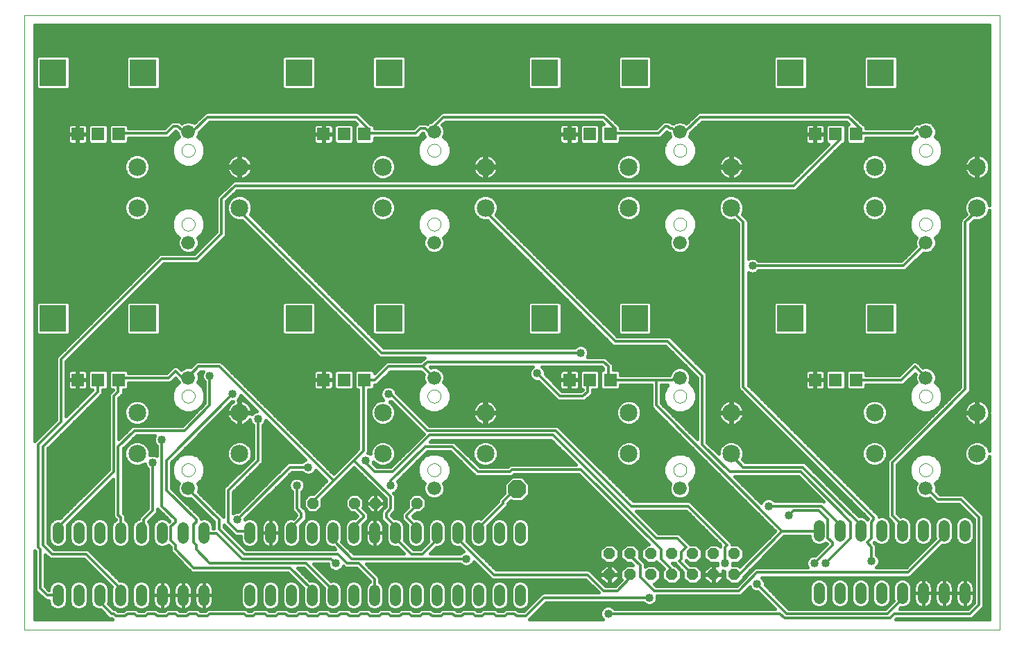
<source format=gtl>
G75*
%MOIN*%
%OFA0B0*%
%FSLAX24Y24*%
%IPPOS*%
%LPD*%
%AMOC8*
5,1,8,0,0,1.08239X$1,22.5*
%
%ADD10C,0.0000*%
%ADD11C,0.0520*%
%ADD12OC8,0.0520*%
%ADD13OC8,0.0850*%
%ADD14C,0.0850*%
%ADD15C,0.0660*%
%ADD16OC8,0.0560*%
%ADD17R,0.0594X0.0594*%
%ADD18R,0.1266X0.1266*%
%ADD19C,0.0160*%
%ADD20R,0.0396X0.0396*%
%ADD21C,0.0120*%
%ADD22C,0.0400*%
D10*
X000870Y000574D02*
X000870Y030101D01*
X047721Y030101D01*
X047721Y000574D01*
X000870Y000574D01*
X008429Y008251D02*
X008431Y008286D01*
X008437Y008321D01*
X008447Y008355D01*
X008460Y008388D01*
X008477Y008419D01*
X008498Y008447D01*
X008521Y008474D01*
X008548Y008497D01*
X008576Y008518D01*
X008607Y008535D01*
X008640Y008548D01*
X008674Y008558D01*
X008709Y008564D01*
X008744Y008566D01*
X008779Y008564D01*
X008814Y008558D01*
X008848Y008548D01*
X008881Y008535D01*
X008912Y008518D01*
X008940Y008497D01*
X008967Y008474D01*
X008990Y008447D01*
X009011Y008419D01*
X009028Y008388D01*
X009041Y008355D01*
X009051Y008321D01*
X009057Y008286D01*
X009059Y008251D01*
X009057Y008216D01*
X009051Y008181D01*
X009041Y008147D01*
X009028Y008114D01*
X009011Y008083D01*
X008990Y008055D01*
X008967Y008028D01*
X008940Y008005D01*
X008912Y007984D01*
X008881Y007967D01*
X008848Y007954D01*
X008814Y007944D01*
X008779Y007938D01*
X008744Y007936D01*
X008709Y007938D01*
X008674Y007944D01*
X008640Y007954D01*
X008607Y007967D01*
X008576Y007984D01*
X008548Y008005D01*
X008521Y008028D01*
X008498Y008055D01*
X008477Y008083D01*
X008460Y008114D01*
X008447Y008147D01*
X008437Y008181D01*
X008431Y008216D01*
X008429Y008251D01*
X008429Y011794D02*
X008431Y011829D01*
X008437Y011864D01*
X008447Y011898D01*
X008460Y011931D01*
X008477Y011962D01*
X008498Y011990D01*
X008521Y012017D01*
X008548Y012040D01*
X008576Y012061D01*
X008607Y012078D01*
X008640Y012091D01*
X008674Y012101D01*
X008709Y012107D01*
X008744Y012109D01*
X008779Y012107D01*
X008814Y012101D01*
X008848Y012091D01*
X008881Y012078D01*
X008912Y012061D01*
X008940Y012040D01*
X008967Y012017D01*
X008990Y011990D01*
X009011Y011962D01*
X009028Y011931D01*
X009041Y011898D01*
X009051Y011864D01*
X009057Y011829D01*
X009059Y011794D01*
X009057Y011759D01*
X009051Y011724D01*
X009041Y011690D01*
X009028Y011657D01*
X009011Y011626D01*
X008990Y011598D01*
X008967Y011571D01*
X008940Y011548D01*
X008912Y011527D01*
X008881Y011510D01*
X008848Y011497D01*
X008814Y011487D01*
X008779Y011481D01*
X008744Y011479D01*
X008709Y011481D01*
X008674Y011487D01*
X008640Y011497D01*
X008607Y011510D01*
X008576Y011527D01*
X008548Y011548D01*
X008521Y011571D01*
X008498Y011598D01*
X008477Y011626D01*
X008460Y011657D01*
X008447Y011690D01*
X008437Y011724D01*
X008431Y011759D01*
X008429Y011794D01*
X020240Y011794D02*
X020242Y011829D01*
X020248Y011864D01*
X020258Y011898D01*
X020271Y011931D01*
X020288Y011962D01*
X020309Y011990D01*
X020332Y012017D01*
X020359Y012040D01*
X020387Y012061D01*
X020418Y012078D01*
X020451Y012091D01*
X020485Y012101D01*
X020520Y012107D01*
X020555Y012109D01*
X020590Y012107D01*
X020625Y012101D01*
X020659Y012091D01*
X020692Y012078D01*
X020723Y012061D01*
X020751Y012040D01*
X020778Y012017D01*
X020801Y011990D01*
X020822Y011962D01*
X020839Y011931D01*
X020852Y011898D01*
X020862Y011864D01*
X020868Y011829D01*
X020870Y011794D01*
X020868Y011759D01*
X020862Y011724D01*
X020852Y011690D01*
X020839Y011657D01*
X020822Y011626D01*
X020801Y011598D01*
X020778Y011571D01*
X020751Y011548D01*
X020723Y011527D01*
X020692Y011510D01*
X020659Y011497D01*
X020625Y011487D01*
X020590Y011481D01*
X020555Y011479D01*
X020520Y011481D01*
X020485Y011487D01*
X020451Y011497D01*
X020418Y011510D01*
X020387Y011527D01*
X020359Y011548D01*
X020332Y011571D01*
X020309Y011598D01*
X020288Y011626D01*
X020271Y011657D01*
X020258Y011690D01*
X020248Y011724D01*
X020242Y011759D01*
X020240Y011794D01*
X020240Y008251D02*
X020242Y008286D01*
X020248Y008321D01*
X020258Y008355D01*
X020271Y008388D01*
X020288Y008419D01*
X020309Y008447D01*
X020332Y008474D01*
X020359Y008497D01*
X020387Y008518D01*
X020418Y008535D01*
X020451Y008548D01*
X020485Y008558D01*
X020520Y008564D01*
X020555Y008566D01*
X020590Y008564D01*
X020625Y008558D01*
X020659Y008548D01*
X020692Y008535D01*
X020723Y008518D01*
X020751Y008497D01*
X020778Y008474D01*
X020801Y008447D01*
X020822Y008419D01*
X020839Y008388D01*
X020852Y008355D01*
X020862Y008321D01*
X020868Y008286D01*
X020870Y008251D01*
X020868Y008216D01*
X020862Y008181D01*
X020852Y008147D01*
X020839Y008114D01*
X020822Y008083D01*
X020801Y008055D01*
X020778Y008028D01*
X020751Y008005D01*
X020723Y007984D01*
X020692Y007967D01*
X020659Y007954D01*
X020625Y007944D01*
X020590Y007938D01*
X020555Y007936D01*
X020520Y007938D01*
X020485Y007944D01*
X020451Y007954D01*
X020418Y007967D01*
X020387Y007984D01*
X020359Y008005D01*
X020332Y008028D01*
X020309Y008055D01*
X020288Y008083D01*
X020271Y008114D01*
X020258Y008147D01*
X020248Y008181D01*
X020242Y008216D01*
X020240Y008251D01*
X032051Y008251D02*
X032053Y008286D01*
X032059Y008321D01*
X032069Y008355D01*
X032082Y008388D01*
X032099Y008419D01*
X032120Y008447D01*
X032143Y008474D01*
X032170Y008497D01*
X032198Y008518D01*
X032229Y008535D01*
X032262Y008548D01*
X032296Y008558D01*
X032331Y008564D01*
X032366Y008566D01*
X032401Y008564D01*
X032436Y008558D01*
X032470Y008548D01*
X032503Y008535D01*
X032534Y008518D01*
X032562Y008497D01*
X032589Y008474D01*
X032612Y008447D01*
X032633Y008419D01*
X032650Y008388D01*
X032663Y008355D01*
X032673Y008321D01*
X032679Y008286D01*
X032681Y008251D01*
X032679Y008216D01*
X032673Y008181D01*
X032663Y008147D01*
X032650Y008114D01*
X032633Y008083D01*
X032612Y008055D01*
X032589Y008028D01*
X032562Y008005D01*
X032534Y007984D01*
X032503Y007967D01*
X032470Y007954D01*
X032436Y007944D01*
X032401Y007938D01*
X032366Y007936D01*
X032331Y007938D01*
X032296Y007944D01*
X032262Y007954D01*
X032229Y007967D01*
X032198Y007984D01*
X032170Y008005D01*
X032143Y008028D01*
X032120Y008055D01*
X032099Y008083D01*
X032082Y008114D01*
X032069Y008147D01*
X032059Y008181D01*
X032053Y008216D01*
X032051Y008251D01*
X032051Y011794D02*
X032053Y011829D01*
X032059Y011864D01*
X032069Y011898D01*
X032082Y011931D01*
X032099Y011962D01*
X032120Y011990D01*
X032143Y012017D01*
X032170Y012040D01*
X032198Y012061D01*
X032229Y012078D01*
X032262Y012091D01*
X032296Y012101D01*
X032331Y012107D01*
X032366Y012109D01*
X032401Y012107D01*
X032436Y012101D01*
X032470Y012091D01*
X032503Y012078D01*
X032534Y012061D01*
X032562Y012040D01*
X032589Y012017D01*
X032612Y011990D01*
X032633Y011962D01*
X032650Y011931D01*
X032663Y011898D01*
X032673Y011864D01*
X032679Y011829D01*
X032681Y011794D01*
X032679Y011759D01*
X032673Y011724D01*
X032663Y011690D01*
X032650Y011657D01*
X032633Y011626D01*
X032612Y011598D01*
X032589Y011571D01*
X032562Y011548D01*
X032534Y011527D01*
X032503Y011510D01*
X032470Y011497D01*
X032436Y011487D01*
X032401Y011481D01*
X032366Y011479D01*
X032331Y011481D01*
X032296Y011487D01*
X032262Y011497D01*
X032229Y011510D01*
X032198Y011527D01*
X032170Y011548D01*
X032143Y011571D01*
X032120Y011598D01*
X032099Y011626D01*
X032082Y011657D01*
X032069Y011690D01*
X032059Y011724D01*
X032053Y011759D01*
X032051Y011794D01*
X043862Y011794D02*
X043864Y011829D01*
X043870Y011864D01*
X043880Y011898D01*
X043893Y011931D01*
X043910Y011962D01*
X043931Y011990D01*
X043954Y012017D01*
X043981Y012040D01*
X044009Y012061D01*
X044040Y012078D01*
X044073Y012091D01*
X044107Y012101D01*
X044142Y012107D01*
X044177Y012109D01*
X044212Y012107D01*
X044247Y012101D01*
X044281Y012091D01*
X044314Y012078D01*
X044345Y012061D01*
X044373Y012040D01*
X044400Y012017D01*
X044423Y011990D01*
X044444Y011962D01*
X044461Y011931D01*
X044474Y011898D01*
X044484Y011864D01*
X044490Y011829D01*
X044492Y011794D01*
X044490Y011759D01*
X044484Y011724D01*
X044474Y011690D01*
X044461Y011657D01*
X044444Y011626D01*
X044423Y011598D01*
X044400Y011571D01*
X044373Y011548D01*
X044345Y011527D01*
X044314Y011510D01*
X044281Y011497D01*
X044247Y011487D01*
X044212Y011481D01*
X044177Y011479D01*
X044142Y011481D01*
X044107Y011487D01*
X044073Y011497D01*
X044040Y011510D01*
X044009Y011527D01*
X043981Y011548D01*
X043954Y011571D01*
X043931Y011598D01*
X043910Y011626D01*
X043893Y011657D01*
X043880Y011690D01*
X043870Y011724D01*
X043864Y011759D01*
X043862Y011794D01*
X043862Y008251D02*
X043864Y008286D01*
X043870Y008321D01*
X043880Y008355D01*
X043893Y008388D01*
X043910Y008419D01*
X043931Y008447D01*
X043954Y008474D01*
X043981Y008497D01*
X044009Y008518D01*
X044040Y008535D01*
X044073Y008548D01*
X044107Y008558D01*
X044142Y008564D01*
X044177Y008566D01*
X044212Y008564D01*
X044247Y008558D01*
X044281Y008548D01*
X044314Y008535D01*
X044345Y008518D01*
X044373Y008497D01*
X044400Y008474D01*
X044423Y008447D01*
X044444Y008419D01*
X044461Y008388D01*
X044474Y008355D01*
X044484Y008321D01*
X044490Y008286D01*
X044492Y008251D01*
X044490Y008216D01*
X044484Y008181D01*
X044474Y008147D01*
X044461Y008114D01*
X044444Y008083D01*
X044423Y008055D01*
X044400Y008028D01*
X044373Y008005D01*
X044345Y007984D01*
X044314Y007967D01*
X044281Y007954D01*
X044247Y007944D01*
X044212Y007938D01*
X044177Y007936D01*
X044142Y007938D01*
X044107Y007944D01*
X044073Y007954D01*
X044040Y007967D01*
X044009Y007984D01*
X043981Y008005D01*
X043954Y008028D01*
X043931Y008055D01*
X043910Y008083D01*
X043893Y008114D01*
X043880Y008147D01*
X043870Y008181D01*
X043864Y008216D01*
X043862Y008251D01*
X043862Y020062D02*
X043864Y020097D01*
X043870Y020132D01*
X043880Y020166D01*
X043893Y020199D01*
X043910Y020230D01*
X043931Y020258D01*
X043954Y020285D01*
X043981Y020308D01*
X044009Y020329D01*
X044040Y020346D01*
X044073Y020359D01*
X044107Y020369D01*
X044142Y020375D01*
X044177Y020377D01*
X044212Y020375D01*
X044247Y020369D01*
X044281Y020359D01*
X044314Y020346D01*
X044345Y020329D01*
X044373Y020308D01*
X044400Y020285D01*
X044423Y020258D01*
X044444Y020230D01*
X044461Y020199D01*
X044474Y020166D01*
X044484Y020132D01*
X044490Y020097D01*
X044492Y020062D01*
X044490Y020027D01*
X044484Y019992D01*
X044474Y019958D01*
X044461Y019925D01*
X044444Y019894D01*
X044423Y019866D01*
X044400Y019839D01*
X044373Y019816D01*
X044345Y019795D01*
X044314Y019778D01*
X044281Y019765D01*
X044247Y019755D01*
X044212Y019749D01*
X044177Y019747D01*
X044142Y019749D01*
X044107Y019755D01*
X044073Y019765D01*
X044040Y019778D01*
X044009Y019795D01*
X043981Y019816D01*
X043954Y019839D01*
X043931Y019866D01*
X043910Y019894D01*
X043893Y019925D01*
X043880Y019958D01*
X043870Y019992D01*
X043864Y020027D01*
X043862Y020062D01*
X043862Y023605D02*
X043864Y023640D01*
X043870Y023675D01*
X043880Y023709D01*
X043893Y023742D01*
X043910Y023773D01*
X043931Y023801D01*
X043954Y023828D01*
X043981Y023851D01*
X044009Y023872D01*
X044040Y023889D01*
X044073Y023902D01*
X044107Y023912D01*
X044142Y023918D01*
X044177Y023920D01*
X044212Y023918D01*
X044247Y023912D01*
X044281Y023902D01*
X044314Y023889D01*
X044345Y023872D01*
X044373Y023851D01*
X044400Y023828D01*
X044423Y023801D01*
X044444Y023773D01*
X044461Y023742D01*
X044474Y023709D01*
X044484Y023675D01*
X044490Y023640D01*
X044492Y023605D01*
X044490Y023570D01*
X044484Y023535D01*
X044474Y023501D01*
X044461Y023468D01*
X044444Y023437D01*
X044423Y023409D01*
X044400Y023382D01*
X044373Y023359D01*
X044345Y023338D01*
X044314Y023321D01*
X044281Y023308D01*
X044247Y023298D01*
X044212Y023292D01*
X044177Y023290D01*
X044142Y023292D01*
X044107Y023298D01*
X044073Y023308D01*
X044040Y023321D01*
X044009Y023338D01*
X043981Y023359D01*
X043954Y023382D01*
X043931Y023409D01*
X043910Y023437D01*
X043893Y023468D01*
X043880Y023501D01*
X043870Y023535D01*
X043864Y023570D01*
X043862Y023605D01*
X032051Y023605D02*
X032053Y023640D01*
X032059Y023675D01*
X032069Y023709D01*
X032082Y023742D01*
X032099Y023773D01*
X032120Y023801D01*
X032143Y023828D01*
X032170Y023851D01*
X032198Y023872D01*
X032229Y023889D01*
X032262Y023902D01*
X032296Y023912D01*
X032331Y023918D01*
X032366Y023920D01*
X032401Y023918D01*
X032436Y023912D01*
X032470Y023902D01*
X032503Y023889D01*
X032534Y023872D01*
X032562Y023851D01*
X032589Y023828D01*
X032612Y023801D01*
X032633Y023773D01*
X032650Y023742D01*
X032663Y023709D01*
X032673Y023675D01*
X032679Y023640D01*
X032681Y023605D01*
X032679Y023570D01*
X032673Y023535D01*
X032663Y023501D01*
X032650Y023468D01*
X032633Y023437D01*
X032612Y023409D01*
X032589Y023382D01*
X032562Y023359D01*
X032534Y023338D01*
X032503Y023321D01*
X032470Y023308D01*
X032436Y023298D01*
X032401Y023292D01*
X032366Y023290D01*
X032331Y023292D01*
X032296Y023298D01*
X032262Y023308D01*
X032229Y023321D01*
X032198Y023338D01*
X032170Y023359D01*
X032143Y023382D01*
X032120Y023409D01*
X032099Y023437D01*
X032082Y023468D01*
X032069Y023501D01*
X032059Y023535D01*
X032053Y023570D01*
X032051Y023605D01*
X032051Y020062D02*
X032053Y020097D01*
X032059Y020132D01*
X032069Y020166D01*
X032082Y020199D01*
X032099Y020230D01*
X032120Y020258D01*
X032143Y020285D01*
X032170Y020308D01*
X032198Y020329D01*
X032229Y020346D01*
X032262Y020359D01*
X032296Y020369D01*
X032331Y020375D01*
X032366Y020377D01*
X032401Y020375D01*
X032436Y020369D01*
X032470Y020359D01*
X032503Y020346D01*
X032534Y020329D01*
X032562Y020308D01*
X032589Y020285D01*
X032612Y020258D01*
X032633Y020230D01*
X032650Y020199D01*
X032663Y020166D01*
X032673Y020132D01*
X032679Y020097D01*
X032681Y020062D01*
X032679Y020027D01*
X032673Y019992D01*
X032663Y019958D01*
X032650Y019925D01*
X032633Y019894D01*
X032612Y019866D01*
X032589Y019839D01*
X032562Y019816D01*
X032534Y019795D01*
X032503Y019778D01*
X032470Y019765D01*
X032436Y019755D01*
X032401Y019749D01*
X032366Y019747D01*
X032331Y019749D01*
X032296Y019755D01*
X032262Y019765D01*
X032229Y019778D01*
X032198Y019795D01*
X032170Y019816D01*
X032143Y019839D01*
X032120Y019866D01*
X032099Y019894D01*
X032082Y019925D01*
X032069Y019958D01*
X032059Y019992D01*
X032053Y020027D01*
X032051Y020062D01*
X020240Y020062D02*
X020242Y020097D01*
X020248Y020132D01*
X020258Y020166D01*
X020271Y020199D01*
X020288Y020230D01*
X020309Y020258D01*
X020332Y020285D01*
X020359Y020308D01*
X020387Y020329D01*
X020418Y020346D01*
X020451Y020359D01*
X020485Y020369D01*
X020520Y020375D01*
X020555Y020377D01*
X020590Y020375D01*
X020625Y020369D01*
X020659Y020359D01*
X020692Y020346D01*
X020723Y020329D01*
X020751Y020308D01*
X020778Y020285D01*
X020801Y020258D01*
X020822Y020230D01*
X020839Y020199D01*
X020852Y020166D01*
X020862Y020132D01*
X020868Y020097D01*
X020870Y020062D01*
X020868Y020027D01*
X020862Y019992D01*
X020852Y019958D01*
X020839Y019925D01*
X020822Y019894D01*
X020801Y019866D01*
X020778Y019839D01*
X020751Y019816D01*
X020723Y019795D01*
X020692Y019778D01*
X020659Y019765D01*
X020625Y019755D01*
X020590Y019749D01*
X020555Y019747D01*
X020520Y019749D01*
X020485Y019755D01*
X020451Y019765D01*
X020418Y019778D01*
X020387Y019795D01*
X020359Y019816D01*
X020332Y019839D01*
X020309Y019866D01*
X020288Y019894D01*
X020271Y019925D01*
X020258Y019958D01*
X020248Y019992D01*
X020242Y020027D01*
X020240Y020062D01*
X020240Y023605D02*
X020242Y023640D01*
X020248Y023675D01*
X020258Y023709D01*
X020271Y023742D01*
X020288Y023773D01*
X020309Y023801D01*
X020332Y023828D01*
X020359Y023851D01*
X020387Y023872D01*
X020418Y023889D01*
X020451Y023902D01*
X020485Y023912D01*
X020520Y023918D01*
X020555Y023920D01*
X020590Y023918D01*
X020625Y023912D01*
X020659Y023902D01*
X020692Y023889D01*
X020723Y023872D01*
X020751Y023851D01*
X020778Y023828D01*
X020801Y023801D01*
X020822Y023773D01*
X020839Y023742D01*
X020852Y023709D01*
X020862Y023675D01*
X020868Y023640D01*
X020870Y023605D01*
X020868Y023570D01*
X020862Y023535D01*
X020852Y023501D01*
X020839Y023468D01*
X020822Y023437D01*
X020801Y023409D01*
X020778Y023382D01*
X020751Y023359D01*
X020723Y023338D01*
X020692Y023321D01*
X020659Y023308D01*
X020625Y023298D01*
X020590Y023292D01*
X020555Y023290D01*
X020520Y023292D01*
X020485Y023298D01*
X020451Y023308D01*
X020418Y023321D01*
X020387Y023338D01*
X020359Y023359D01*
X020332Y023382D01*
X020309Y023409D01*
X020288Y023437D01*
X020271Y023468D01*
X020258Y023501D01*
X020248Y023535D01*
X020242Y023570D01*
X020240Y023605D01*
X008429Y023605D02*
X008431Y023640D01*
X008437Y023675D01*
X008447Y023709D01*
X008460Y023742D01*
X008477Y023773D01*
X008498Y023801D01*
X008521Y023828D01*
X008548Y023851D01*
X008576Y023872D01*
X008607Y023889D01*
X008640Y023902D01*
X008674Y023912D01*
X008709Y023918D01*
X008744Y023920D01*
X008779Y023918D01*
X008814Y023912D01*
X008848Y023902D01*
X008881Y023889D01*
X008912Y023872D01*
X008940Y023851D01*
X008967Y023828D01*
X008990Y023801D01*
X009011Y023773D01*
X009028Y023742D01*
X009041Y023709D01*
X009051Y023675D01*
X009057Y023640D01*
X009059Y023605D01*
X009057Y023570D01*
X009051Y023535D01*
X009041Y023501D01*
X009028Y023468D01*
X009011Y023437D01*
X008990Y023409D01*
X008967Y023382D01*
X008940Y023359D01*
X008912Y023338D01*
X008881Y023321D01*
X008848Y023308D01*
X008814Y023298D01*
X008779Y023292D01*
X008744Y023290D01*
X008709Y023292D01*
X008674Y023298D01*
X008640Y023308D01*
X008607Y023321D01*
X008576Y023338D01*
X008548Y023359D01*
X008521Y023382D01*
X008498Y023409D01*
X008477Y023437D01*
X008460Y023468D01*
X008447Y023501D01*
X008437Y023535D01*
X008431Y023570D01*
X008429Y023605D01*
X008429Y020062D02*
X008431Y020097D01*
X008437Y020132D01*
X008447Y020166D01*
X008460Y020199D01*
X008477Y020230D01*
X008498Y020258D01*
X008521Y020285D01*
X008548Y020308D01*
X008576Y020329D01*
X008607Y020346D01*
X008640Y020359D01*
X008674Y020369D01*
X008709Y020375D01*
X008744Y020377D01*
X008779Y020375D01*
X008814Y020369D01*
X008848Y020359D01*
X008881Y020346D01*
X008912Y020329D01*
X008940Y020308D01*
X008967Y020285D01*
X008990Y020258D01*
X009011Y020230D01*
X009028Y020199D01*
X009041Y020166D01*
X009051Y020132D01*
X009057Y020097D01*
X009059Y020062D01*
X009057Y020027D01*
X009051Y019992D01*
X009041Y019958D01*
X009028Y019925D01*
X009011Y019894D01*
X008990Y019866D01*
X008967Y019839D01*
X008940Y019816D01*
X008912Y019795D01*
X008881Y019778D01*
X008848Y019765D01*
X008814Y019755D01*
X008779Y019749D01*
X008744Y019747D01*
X008709Y019749D01*
X008674Y019755D01*
X008640Y019765D01*
X008607Y019778D01*
X008576Y019795D01*
X008548Y019816D01*
X008521Y019839D01*
X008498Y019866D01*
X008477Y019894D01*
X008460Y019925D01*
X008447Y019958D01*
X008437Y019992D01*
X008431Y020027D01*
X008429Y020062D01*
D11*
X008488Y005483D02*
X008488Y004963D01*
X007488Y004963D02*
X007488Y005483D01*
X006488Y005483D02*
X006488Y004963D01*
X005488Y004963D02*
X005488Y005483D01*
X004488Y005483D02*
X004488Y004963D01*
X003488Y004963D02*
X003488Y005483D01*
X002488Y005483D02*
X002488Y004963D01*
X002488Y002483D02*
X002488Y001963D01*
X003488Y001963D02*
X003488Y002483D01*
X004488Y002483D02*
X004488Y001963D01*
X005488Y001963D02*
X005488Y002483D01*
X006488Y002483D02*
X006488Y001963D01*
X007488Y001963D02*
X007488Y002483D01*
X008488Y002483D02*
X008488Y001963D01*
X009488Y001963D02*
X009488Y002483D01*
X011693Y002483D02*
X011693Y001963D01*
X012693Y001963D02*
X012693Y002483D01*
X013693Y002483D02*
X013693Y001963D01*
X014693Y001963D02*
X014693Y002483D01*
X015693Y002483D02*
X015693Y001963D01*
X016693Y001963D02*
X016693Y002483D01*
X017693Y002483D02*
X017693Y001963D01*
X018693Y001963D02*
X018693Y002483D01*
X019693Y002483D02*
X019693Y001963D01*
X020693Y001963D02*
X020693Y002483D01*
X021693Y002483D02*
X021693Y001963D01*
X022693Y001963D02*
X022693Y002483D01*
X023693Y002483D02*
X023693Y001963D01*
X024693Y001963D02*
X024693Y002483D01*
X024693Y004963D02*
X024693Y005483D01*
X023693Y005483D02*
X023693Y004963D01*
X022693Y004963D02*
X022693Y005483D01*
X021693Y005483D02*
X021693Y004963D01*
X020693Y004963D02*
X020693Y005483D01*
X019693Y005483D02*
X019693Y004963D01*
X018693Y004963D02*
X018693Y005483D01*
X017693Y005483D02*
X017693Y004963D01*
X016693Y004963D02*
X016693Y005483D01*
X015693Y005483D02*
X015693Y004963D01*
X014693Y004963D02*
X014693Y005483D01*
X013693Y005483D02*
X013693Y004963D01*
X012693Y004963D02*
X012693Y005483D01*
X011693Y005483D02*
X011693Y004963D01*
X009488Y004963D02*
X009488Y005483D01*
X039051Y005582D02*
X039051Y005062D01*
X040051Y005062D02*
X040051Y005582D01*
X041051Y005582D02*
X041051Y005062D01*
X042051Y005062D02*
X042051Y005582D01*
X043051Y005582D02*
X043051Y005062D01*
X044051Y005062D02*
X044051Y005582D01*
X045051Y005582D02*
X045051Y005062D01*
X046051Y005062D02*
X046051Y005582D01*
X046051Y002582D02*
X046051Y002062D01*
X045051Y002062D02*
X045051Y002582D01*
X044051Y002582D02*
X044051Y002062D01*
X043051Y002062D02*
X043051Y002582D01*
X042051Y002582D02*
X042051Y002062D01*
X041051Y002062D02*
X041051Y002582D01*
X040051Y002582D02*
X040051Y002062D01*
X039051Y002062D02*
X039051Y002582D01*
D12*
X019728Y006652D03*
X017728Y006652D03*
X016728Y006652D03*
X014728Y006652D03*
D13*
X024539Y007334D03*
D14*
X023016Y009038D03*
X023016Y011007D03*
X018095Y011007D03*
X018095Y009038D03*
X011205Y009038D03*
X011205Y011007D03*
X006284Y011007D03*
X006284Y009038D03*
X006284Y020849D03*
X006284Y022818D03*
X011205Y022818D03*
X011205Y020849D03*
X018095Y020849D03*
X018095Y022818D03*
X023016Y022818D03*
X023016Y020849D03*
X029906Y020849D03*
X029906Y022818D03*
X034827Y022818D03*
X034827Y020849D03*
X041717Y020849D03*
X041717Y022818D03*
X046638Y022818D03*
X046638Y020849D03*
X046638Y011007D03*
X046638Y009038D03*
X041717Y009038D03*
X041717Y011007D03*
X034827Y011007D03*
X034827Y009038D03*
X029906Y009038D03*
X029906Y011007D03*
D15*
X032366Y012680D03*
X032366Y007365D03*
X020555Y007365D03*
X020555Y012680D03*
X020555Y019176D03*
X020555Y024491D03*
X008744Y024491D03*
X008744Y019176D03*
X008744Y012680D03*
X008744Y007365D03*
X032366Y019176D03*
X032366Y024491D03*
X044177Y024491D03*
X044177Y019176D03*
X044177Y012680D03*
X044177Y007365D03*
D16*
X034972Y004223D03*
X033972Y004223D03*
X032972Y004223D03*
X031972Y004223D03*
X030972Y004223D03*
X029972Y004223D03*
X028972Y004223D03*
X028972Y003223D03*
X029972Y003223D03*
X030972Y003223D03*
X031972Y003223D03*
X032972Y003223D03*
X033972Y003223D03*
X034972Y003223D03*
D17*
X038862Y012582D03*
X039847Y012582D03*
X040831Y012582D03*
X029020Y012582D03*
X028035Y012582D03*
X027051Y012582D03*
X017209Y012582D03*
X016224Y012582D03*
X015240Y012582D03*
X005398Y012582D03*
X004413Y012582D03*
X003429Y012582D03*
X003429Y024393D03*
X004413Y024393D03*
X005398Y024393D03*
X015240Y024393D03*
X016224Y024393D03*
X017209Y024393D03*
X027051Y024393D03*
X028035Y024393D03*
X029020Y024393D03*
X038862Y024393D03*
X039847Y024393D03*
X040831Y024393D03*
D18*
X042012Y027345D03*
X037681Y027345D03*
X030201Y027345D03*
X025870Y027345D03*
X018390Y027345D03*
X014059Y027345D03*
X006579Y027345D03*
X002248Y027345D03*
X002248Y015534D03*
X006579Y015534D03*
X014059Y015534D03*
X018390Y015534D03*
X025870Y015534D03*
X030201Y015534D03*
X037681Y015534D03*
X042012Y015534D03*
D19*
X041199Y015473D02*
X038494Y015473D01*
X038494Y015631D02*
X041199Y015631D01*
X041199Y015790D02*
X038494Y015790D01*
X038494Y015948D02*
X041199Y015948D01*
X041199Y016107D02*
X038494Y016107D01*
X038494Y016242D02*
X038389Y016347D01*
X036974Y016347D01*
X036868Y016242D01*
X036868Y014827D01*
X036974Y014721D01*
X038389Y014721D01*
X038494Y014827D01*
X038494Y016242D01*
X038471Y016265D02*
X041222Y016265D01*
X041199Y016242D02*
X041199Y014827D01*
X041304Y014721D01*
X042719Y014721D01*
X042825Y014827D01*
X042825Y016242D01*
X042719Y016347D01*
X041304Y016347D01*
X041199Y016242D01*
X041199Y015314D02*
X038494Y015314D01*
X038494Y015156D02*
X041199Y015156D01*
X041199Y014997D02*
X038494Y014997D01*
X038494Y014839D02*
X041199Y014839D01*
X042825Y014839D02*
X045840Y014839D01*
X045840Y014997D02*
X042825Y014997D01*
X042825Y015156D02*
X045840Y015156D01*
X045840Y015314D02*
X042825Y015314D01*
X042825Y015473D02*
X045840Y015473D01*
X045840Y015631D02*
X042825Y015631D01*
X042825Y015790D02*
X045840Y015790D01*
X045840Y015948D02*
X042825Y015948D01*
X042825Y016107D02*
X045840Y016107D01*
X045840Y016265D02*
X042802Y016265D01*
X043158Y017824D02*
X043246Y017860D01*
X044059Y018673D01*
X044076Y018666D01*
X044279Y018666D01*
X044466Y018744D01*
X044610Y018887D01*
X044687Y019075D01*
X044687Y019278D01*
X044637Y019398D01*
X044851Y019612D01*
X044972Y019904D01*
X044972Y020220D01*
X044851Y020512D01*
X044628Y020736D01*
X044335Y020857D01*
X044019Y020857D01*
X043727Y020736D01*
X043503Y020512D01*
X043382Y020220D01*
X043382Y019904D01*
X043503Y019612D01*
X043717Y019398D01*
X043667Y019278D01*
X043667Y019075D01*
X043701Y018994D01*
X043011Y018304D01*
X036148Y018304D01*
X036065Y018386D01*
X035926Y018444D01*
X035775Y018444D01*
X035650Y018392D01*
X035650Y020201D01*
X035614Y020290D01*
X035356Y020547D01*
X035432Y020729D01*
X035432Y020970D01*
X035340Y021192D01*
X035170Y021362D01*
X034947Y021454D01*
X034706Y021454D01*
X034484Y021362D01*
X034314Y021192D01*
X034222Y020970D01*
X034222Y020729D01*
X034314Y020507D01*
X034484Y020336D01*
X034706Y020244D01*
X034947Y020244D01*
X034970Y020254D01*
X035170Y020054D01*
X035170Y012186D01*
X035207Y012098D01*
X035274Y012030D01*
X041396Y005909D01*
X041371Y005884D01*
X041300Y005955D01*
X041139Y006022D01*
X040972Y006022D01*
X038474Y008520D01*
X038406Y008587D01*
X038318Y008624D01*
X035510Y008624D01*
X035368Y008765D01*
X035432Y008918D01*
X035432Y009159D01*
X035340Y009381D01*
X035170Y009551D01*
X034947Y009643D01*
X034706Y009643D01*
X034484Y009551D01*
X034314Y009381D01*
X034222Y009159D01*
X034222Y009031D01*
X033670Y009583D01*
X033670Y012831D01*
X033634Y012920D01*
X031984Y014570D01*
X031916Y014637D01*
X031828Y014674D01*
X029350Y014674D01*
X023523Y020501D01*
X023529Y020507D01*
X023621Y020729D01*
X023621Y020970D01*
X023529Y021192D01*
X023359Y021362D01*
X023136Y021454D01*
X022895Y021454D01*
X022673Y021362D01*
X022503Y021192D01*
X022411Y020970D01*
X022411Y020729D01*
X022503Y020507D01*
X022673Y020336D01*
X022895Y020244D01*
X023100Y020244D01*
X029114Y014230D01*
X029202Y014194D01*
X031681Y014194D01*
X033190Y012684D01*
X033190Y009733D01*
X031470Y011453D01*
X031470Y012324D01*
X031771Y012324D01*
X031692Y012244D01*
X031571Y011952D01*
X031571Y011636D01*
X031692Y011344D01*
X031916Y011120D01*
X032208Y010999D01*
X032524Y010999D01*
X032816Y011120D01*
X033040Y011344D01*
X033161Y011636D01*
X033161Y011952D01*
X033040Y012244D01*
X032826Y012458D01*
X032876Y012579D01*
X032876Y012781D01*
X032799Y012969D01*
X032655Y013112D01*
X032468Y013190D01*
X032265Y013190D01*
X032077Y013112D01*
X031934Y012969D01*
X031865Y012804D01*
X029497Y012804D01*
X029497Y012953D01*
X029391Y013058D01*
X029160Y013058D01*
X029160Y013271D01*
X029124Y013360D01*
X028904Y013580D01*
X028836Y013647D01*
X028748Y013684D01*
X027929Y013684D01*
X027980Y013808D01*
X027980Y013959D01*
X027922Y014099D01*
X027815Y014206D01*
X027676Y014264D01*
X027525Y014264D01*
X027385Y014206D01*
X027303Y014124D01*
X018130Y014124D01*
X011726Y020527D01*
X011810Y020729D01*
X011810Y020970D01*
X011718Y021192D01*
X011547Y021362D01*
X011325Y021454D01*
X011084Y021454D01*
X010862Y021362D01*
X010692Y021192D01*
X010600Y020970D01*
X010600Y020729D01*
X010692Y020507D01*
X010862Y020336D01*
X011084Y020244D01*
X011325Y020244D01*
X011329Y020246D01*
X017894Y013680D01*
X017982Y013644D01*
X020091Y013644D01*
X019911Y013464D01*
X018312Y013464D01*
X018224Y013427D01*
X017686Y012889D01*
X017686Y012953D01*
X017580Y013058D01*
X016837Y013058D01*
X016732Y012953D01*
X016732Y012210D01*
X016837Y012105D01*
X016910Y012105D01*
X016910Y009253D01*
X016574Y008917D01*
X016507Y008850D01*
X016507Y008850D01*
X015720Y008063D01*
X010424Y013360D01*
X010356Y013427D01*
X010268Y013464D01*
X009182Y013464D01*
X009094Y013427D01*
X008854Y013187D01*
X008846Y013190D01*
X008643Y013190D01*
X008455Y013112D01*
X008408Y013065D01*
X008334Y013140D01*
X008266Y013207D01*
X008178Y013244D01*
X008082Y013244D01*
X007994Y013207D01*
X007701Y012914D01*
X005875Y012914D01*
X005875Y012953D01*
X005769Y013058D01*
X005026Y013058D01*
X004921Y012953D01*
X004921Y012210D01*
X005026Y012105D01*
X005132Y012105D01*
X005024Y011997D01*
X004957Y011930D01*
X004920Y011841D01*
X004920Y008263D01*
X002579Y005922D01*
X002576Y005923D01*
X002401Y005923D01*
X002239Y005856D01*
X002115Y005733D01*
X002048Y005571D01*
X002048Y004876D01*
X002115Y004714D01*
X002239Y004590D01*
X002401Y004523D01*
X002576Y004523D01*
X002737Y004590D01*
X002861Y004714D01*
X002928Y004876D01*
X002928Y005571D01*
X002922Y005586D01*
X005140Y007804D01*
X005140Y006026D01*
X005177Y005938D01*
X005244Y005870D01*
X005250Y005864D01*
X005250Y005861D01*
X005239Y005856D01*
X005115Y005733D01*
X005048Y005571D01*
X005048Y004876D01*
X005115Y004714D01*
X005239Y004590D01*
X005401Y004523D01*
X005576Y004523D01*
X005737Y004590D01*
X005861Y004714D01*
X005928Y004876D01*
X005928Y005571D01*
X005861Y005733D01*
X005737Y005856D01*
X005730Y005859D01*
X005730Y006011D01*
X005694Y006100D01*
X005620Y006173D01*
X005620Y009274D01*
X006250Y009904D01*
X007142Y009904D01*
X007090Y009779D01*
X007090Y009628D01*
X007148Y009488D01*
X007230Y009406D01*
X007230Y008932D01*
X007106Y008984D01*
X006955Y008984D01*
X006889Y008956D01*
X006889Y009159D01*
X006796Y009381D01*
X006626Y009551D01*
X006404Y009643D01*
X006163Y009643D01*
X005941Y009551D01*
X005771Y009381D01*
X005679Y009159D01*
X005679Y008918D01*
X005771Y008696D01*
X005941Y008525D01*
X006163Y008433D01*
X006404Y008433D01*
X006626Y008525D01*
X006650Y008549D01*
X006650Y008528D01*
X006708Y008388D01*
X006790Y008306D01*
X006790Y006393D01*
X006387Y005990D01*
X006351Y005903D01*
X006239Y005856D01*
X006115Y005733D01*
X006048Y005571D01*
X006048Y004876D01*
X006115Y004714D01*
X006239Y004590D01*
X006401Y004523D01*
X006576Y004523D01*
X006737Y004590D01*
X006861Y004714D01*
X006928Y004876D01*
X006928Y005571D01*
X006861Y005733D01*
X006835Y005759D01*
X007234Y006158D01*
X007270Y006246D01*
X007270Y006374D01*
X007334Y006310D01*
X007846Y005799D01*
X007820Y005773D01*
X007737Y005856D01*
X007576Y005923D01*
X007401Y005923D01*
X007239Y005856D01*
X007115Y005733D01*
X007048Y005571D01*
X007048Y004876D01*
X007115Y004714D01*
X007239Y004590D01*
X007401Y004523D01*
X007576Y004523D01*
X007737Y004590D01*
X007791Y004644D01*
X007890Y004544D01*
X007890Y004376D01*
X007927Y004288D01*
X007994Y004220D01*
X008874Y003340D01*
X008962Y003304D01*
X013531Y003304D01*
X014256Y002578D01*
X014253Y002571D01*
X014253Y001876D01*
X014320Y001714D01*
X014444Y001590D01*
X014605Y001523D01*
X014780Y001523D01*
X014942Y001590D01*
X015066Y001714D01*
X015133Y001876D01*
X015133Y002571D01*
X015066Y002733D01*
X014942Y002856D01*
X014780Y002923D01*
X014605Y002923D01*
X014594Y002919D01*
X013990Y003524D01*
X014301Y003524D01*
X015253Y002571D01*
X015253Y001876D01*
X015320Y001714D01*
X015444Y001590D01*
X015605Y001523D01*
X015780Y001523D01*
X015942Y001590D01*
X016066Y001714D01*
X016133Y001876D01*
X016133Y002571D01*
X016066Y002733D01*
X015942Y002856D01*
X015780Y002923D01*
X015605Y002923D01*
X015587Y002916D01*
X014760Y003744D01*
X015450Y003744D01*
X015450Y003688D01*
X015508Y003548D01*
X015615Y003442D01*
X015755Y003384D01*
X015906Y003384D01*
X016045Y003442D01*
X016152Y003548D01*
X016183Y003622D01*
X016244Y003560D01*
X016332Y003524D01*
X016831Y003524D01*
X017460Y002894D01*
X017460Y002863D01*
X017444Y002856D01*
X017320Y002733D01*
X017253Y002571D01*
X017253Y001876D01*
X017320Y001714D01*
X017444Y001590D01*
X017605Y001523D01*
X017780Y001523D01*
X017942Y001590D01*
X018066Y001714D01*
X018133Y001876D01*
X018133Y002571D01*
X018066Y002733D01*
X017942Y002856D01*
X017940Y002857D01*
X017940Y003041D01*
X017904Y003130D01*
X017290Y003744D01*
X021803Y003744D01*
X021885Y003662D01*
X022025Y003604D01*
X022176Y003604D01*
X022315Y003662D01*
X022422Y003768D01*
X022453Y003842D01*
X023284Y003010D01*
X023372Y002974D01*
X027831Y002974D01*
X028451Y002354D01*
X025792Y002354D01*
X025704Y002317D01*
X025637Y002250D01*
X024861Y001474D01*
X024620Y001474D01*
X024546Y001547D01*
X024458Y001584D01*
X024032Y001584D01*
X023944Y001547D01*
X023877Y001480D01*
X023871Y001474D01*
X023630Y001474D01*
X023562Y001541D01*
X023605Y001523D01*
X023780Y001523D01*
X023942Y001590D01*
X024066Y001714D01*
X024133Y001876D01*
X024133Y002571D01*
X024066Y002733D01*
X023942Y002856D01*
X023780Y002923D01*
X023605Y002923D01*
X023444Y002856D01*
X023320Y002733D01*
X023253Y002571D01*
X023253Y001876D01*
X023320Y001714D01*
X023444Y001590D01*
X023460Y001584D01*
X022932Y001584D01*
X022844Y001547D01*
X022777Y001480D01*
X022771Y001474D01*
X022640Y001474D01*
X022579Y001534D01*
X022605Y001523D01*
X022780Y001523D01*
X022942Y001590D01*
X023066Y001714D01*
X023133Y001876D01*
X023133Y002571D01*
X023066Y002733D01*
X022942Y002856D01*
X022780Y002923D01*
X022605Y002923D01*
X022444Y002856D01*
X022320Y002733D01*
X022253Y002571D01*
X022253Y001876D01*
X022320Y001714D01*
X022444Y001590D01*
X022460Y001584D01*
X021942Y001584D01*
X021854Y001547D01*
X021787Y001480D01*
X021781Y001474D01*
X021650Y001474D01*
X021596Y001527D01*
X021605Y001523D01*
X021780Y001523D01*
X021942Y001590D01*
X022066Y001714D01*
X022133Y001876D01*
X022133Y002571D01*
X022066Y002733D01*
X021942Y002856D01*
X021780Y002923D01*
X021605Y002923D01*
X021444Y002856D01*
X021320Y002733D01*
X021253Y002571D01*
X021253Y001876D01*
X021320Y001714D01*
X021444Y001590D01*
X021460Y001584D01*
X020952Y001584D01*
X020864Y001547D01*
X020791Y001474D01*
X020550Y001474D01*
X020476Y001547D01*
X020388Y001584D01*
X019962Y001584D01*
X019874Y001547D01*
X019807Y001480D01*
X019801Y001474D01*
X019560Y001474D01*
X019486Y001547D01*
X019398Y001584D01*
X018972Y001584D01*
X018884Y001547D01*
X018817Y001480D01*
X018811Y001474D01*
X018570Y001474D01*
X018496Y001547D01*
X018408Y001584D01*
X017982Y001584D01*
X017894Y001547D01*
X017827Y001480D01*
X017821Y001474D01*
X017580Y001474D01*
X017506Y001547D01*
X017418Y001584D01*
X016992Y001584D01*
X016904Y001547D01*
X016837Y001480D01*
X016831Y001474D01*
X016590Y001474D01*
X016516Y001547D01*
X016428Y001584D01*
X016002Y001584D01*
X015914Y001547D01*
X015847Y001480D01*
X015841Y001474D01*
X015600Y001474D01*
X015526Y001547D01*
X015438Y001584D01*
X015012Y001584D01*
X014924Y001547D01*
X014857Y001480D01*
X014851Y001474D01*
X014610Y001474D01*
X014536Y001547D01*
X014448Y001584D01*
X014022Y001584D01*
X013934Y001547D01*
X013867Y001480D01*
X013861Y001474D01*
X013620Y001474D01*
X013546Y001547D01*
X013458Y001584D01*
X013032Y001584D01*
X012944Y001547D01*
X012877Y001480D01*
X012871Y001474D01*
X012630Y001474D01*
X012562Y001541D01*
X012605Y001523D01*
X012780Y001523D01*
X012942Y001590D01*
X013066Y001714D01*
X013133Y001876D01*
X013133Y002571D01*
X013066Y002733D01*
X012942Y002856D01*
X012780Y002923D01*
X012605Y002923D01*
X012444Y002856D01*
X012320Y002733D01*
X012253Y002571D01*
X012253Y001876D01*
X012320Y001714D01*
X012444Y001590D01*
X012460Y001584D01*
X011932Y001584D01*
X011844Y001547D01*
X011771Y001474D01*
X011640Y001474D01*
X011579Y001534D01*
X011605Y001523D01*
X011780Y001523D01*
X011942Y001590D01*
X012066Y001714D01*
X012133Y001876D01*
X012133Y002571D01*
X012066Y002733D01*
X011942Y002856D01*
X011780Y002923D01*
X011605Y002923D01*
X011444Y002856D01*
X011320Y002733D01*
X011253Y002571D01*
X011253Y001876D01*
X011320Y001714D01*
X011444Y001590D01*
X011460Y001584D01*
X009732Y001584D01*
X009644Y001547D01*
X009577Y001480D01*
X009571Y001474D01*
X009330Y001474D01*
X009256Y001547D01*
X009168Y001584D01*
X008742Y001584D01*
X008654Y001547D01*
X008587Y001480D01*
X008581Y001474D01*
X008340Y001474D01*
X008266Y001547D01*
X008178Y001584D01*
X007752Y001584D01*
X007664Y001547D01*
X007597Y001480D01*
X007591Y001474D01*
X007350Y001474D01*
X007276Y001547D01*
X007188Y001584D01*
X006762Y001584D01*
X006674Y001547D01*
X006607Y001480D01*
X006601Y001474D01*
X006360Y001474D01*
X006286Y001547D01*
X006198Y001584D01*
X005772Y001584D01*
X005684Y001547D01*
X005617Y001480D01*
X005611Y001474D01*
X005370Y001474D01*
X005296Y001547D01*
X005208Y001584D01*
X005150Y001584D01*
X004908Y001826D01*
X004928Y001876D01*
X004928Y002571D01*
X004861Y002733D01*
X004737Y002856D01*
X004576Y002923D01*
X004401Y002923D01*
X004239Y002856D01*
X004115Y002733D01*
X004048Y002571D01*
X004048Y001876D01*
X004115Y001714D01*
X004239Y001590D01*
X004401Y001523D01*
X004531Y001523D01*
X004847Y001208D01*
X001350Y001208D01*
X001350Y001054D02*
X001350Y004374D01*
X001394Y004330D01*
X001400Y004324D01*
X001400Y002506D01*
X001437Y002418D01*
X001504Y002350D01*
X001834Y002020D01*
X001922Y001984D01*
X002048Y001984D01*
X002048Y001876D01*
X002115Y001714D01*
X002239Y001590D01*
X002401Y001523D01*
X002576Y001523D01*
X002737Y001590D01*
X002861Y001714D01*
X002928Y001876D01*
X002928Y002571D01*
X002861Y002733D01*
X002737Y002856D01*
X002576Y002923D01*
X002401Y002923D01*
X002239Y002856D01*
X002115Y002733D01*
X002048Y002571D01*
X002048Y002485D01*
X001880Y002653D01*
X001880Y004174D01*
X002054Y004000D01*
X002142Y003964D01*
X003741Y003964D01*
X005073Y002631D01*
X005048Y002571D01*
X005048Y001876D01*
X005115Y001714D01*
X005239Y001590D01*
X005401Y001523D01*
X005576Y001523D01*
X005737Y001590D01*
X005861Y001714D01*
X005928Y001876D01*
X005928Y002571D01*
X005861Y002733D01*
X005737Y002856D01*
X005576Y002923D01*
X005460Y002923D01*
X004044Y004340D01*
X003976Y004407D01*
X003888Y004444D01*
X002290Y004444D01*
X001990Y004743D01*
X001990Y009274D01*
X004526Y011810D01*
X004594Y011878D01*
X004630Y011966D01*
X004630Y012105D01*
X004785Y012105D01*
X004890Y012210D01*
X004890Y012953D01*
X004785Y013058D01*
X004042Y013058D01*
X003937Y012953D01*
X003937Y012210D01*
X004042Y012105D01*
X004142Y012105D01*
X002870Y010833D01*
X002870Y013454D01*
X007570Y018154D01*
X009168Y018154D01*
X009256Y018190D01*
X010466Y019400D01*
X010534Y019468D01*
X010570Y019556D01*
X010570Y021154D01*
X011090Y021674D01*
X037878Y021674D01*
X037966Y021710D01*
X040166Y023910D01*
X040172Y023916D01*
X040218Y023916D01*
X040323Y024021D01*
X040323Y024764D01*
X040218Y024869D01*
X039475Y024869D01*
X039370Y024764D01*
X039370Y024021D01*
X039475Y023916D01*
X039493Y023916D01*
X037731Y022154D01*
X010942Y022154D01*
X010854Y022117D01*
X010787Y022050D01*
X010127Y021390D01*
X010090Y021301D01*
X010090Y019703D01*
X009021Y018634D01*
X007422Y018634D01*
X007334Y018597D01*
X007267Y018530D01*
X002427Y013690D01*
X002390Y013601D01*
X002390Y010683D01*
X001350Y009643D01*
X001350Y029621D01*
X047241Y029621D01*
X047241Y022880D01*
X047228Y022959D01*
X047199Y023050D01*
X047155Y023135D01*
X047099Y023212D01*
X047032Y023279D01*
X046955Y023335D01*
X046870Y023378D01*
X046780Y023408D01*
X046685Y023423D01*
X046676Y023423D01*
X046676Y022856D01*
X046600Y022856D01*
X046600Y023423D01*
X046590Y023423D01*
X046496Y023408D01*
X046406Y023378D01*
X046321Y023335D01*
X046244Y023279D01*
X046176Y023212D01*
X046120Y023135D01*
X046077Y023050D01*
X046048Y022959D01*
X046033Y022865D01*
X046033Y022856D01*
X046600Y022856D01*
X046600Y022780D01*
X046676Y022780D01*
X046676Y022213D01*
X046685Y022213D01*
X046780Y022228D01*
X046870Y022257D01*
X046955Y022300D01*
X047032Y022356D01*
X047099Y022424D01*
X047155Y022501D01*
X047199Y022586D01*
X047228Y022676D01*
X047241Y022756D01*
X047241Y020975D01*
X047151Y021192D01*
X046981Y021362D01*
X046758Y021454D01*
X046518Y021454D01*
X046295Y021362D01*
X046125Y021192D01*
X046033Y020970D01*
X046033Y020729D01*
X046116Y020529D01*
X045877Y020290D01*
X045840Y020201D01*
X045840Y012223D01*
X042357Y008740D01*
X042320Y008651D01*
X042320Y006026D01*
X042357Y005938D01*
X042424Y005870D01*
X042615Y005679D01*
X042611Y005669D01*
X042611Y004974D01*
X042678Y004812D01*
X042802Y004689D01*
X042964Y004622D01*
X043139Y004622D01*
X043300Y004689D01*
X043424Y004812D01*
X043491Y004974D01*
X043491Y005669D01*
X043424Y005831D01*
X043300Y005955D01*
X043139Y006022D01*
X042964Y006022D01*
X042955Y006018D01*
X042800Y006173D01*
X042800Y008504D01*
X046216Y011920D01*
X046284Y011988D01*
X046320Y012076D01*
X046320Y020054D01*
X046512Y020246D01*
X046518Y020244D01*
X046758Y020244D01*
X046981Y020336D01*
X047151Y020507D01*
X047241Y020723D01*
X047241Y011069D01*
X047228Y011148D01*
X047199Y011239D01*
X047155Y011324D01*
X047099Y011401D01*
X047032Y011468D01*
X046955Y011524D01*
X046870Y011567D01*
X046780Y011597D01*
X046685Y011612D01*
X046676Y011612D01*
X046676Y011045D01*
X046600Y011045D01*
X046600Y011612D01*
X046590Y011612D01*
X046496Y011597D01*
X046406Y011567D01*
X046321Y011524D01*
X046244Y011468D01*
X046176Y011401D01*
X046120Y011324D01*
X046077Y011239D01*
X046048Y011148D01*
X046033Y011054D01*
X046033Y011045D01*
X046600Y011045D01*
X046600Y010969D01*
X046033Y010969D01*
X046033Y010959D01*
X046048Y010865D01*
X046077Y010775D01*
X046120Y010690D01*
X046176Y010613D01*
X046244Y010545D01*
X046321Y010489D01*
X046406Y010446D01*
X046496Y010417D01*
X046590Y010402D01*
X046600Y010402D01*
X046600Y010969D01*
X046676Y010969D01*
X046676Y010402D01*
X046685Y010402D01*
X046780Y010417D01*
X046870Y010446D01*
X046955Y010489D01*
X047032Y010545D01*
X047099Y010613D01*
X047155Y010690D01*
X047199Y010775D01*
X047228Y010865D01*
X047241Y010945D01*
X047241Y009164D01*
X047151Y009381D01*
X046981Y009551D01*
X046758Y009643D01*
X046518Y009643D01*
X046295Y009551D01*
X046125Y009381D01*
X046033Y009159D01*
X046033Y008918D01*
X046125Y008696D01*
X046295Y008525D01*
X046518Y008433D01*
X046758Y008433D01*
X046981Y008525D01*
X047151Y008696D01*
X047241Y008912D01*
X047241Y001054D01*
X042720Y001054D01*
X042770Y001104D01*
X046348Y001104D01*
X046436Y001140D01*
X046876Y001580D01*
X046944Y001648D01*
X046980Y001736D01*
X046980Y006011D01*
X046944Y006100D01*
X046064Y006980D01*
X045996Y007047D01*
X045908Y007084D01*
X044860Y007084D01*
X044685Y007258D01*
X044687Y007264D01*
X044687Y007466D01*
X044637Y007587D01*
X044851Y007801D01*
X044972Y008093D01*
X044972Y008409D01*
X044851Y008701D01*
X044628Y008925D01*
X044335Y009046D01*
X044019Y009046D01*
X043727Y008925D01*
X043503Y008701D01*
X043382Y008409D01*
X043382Y008093D01*
X043503Y007801D01*
X043717Y007587D01*
X043667Y007466D01*
X043667Y007264D01*
X043745Y007076D01*
X043888Y006933D01*
X044076Y006855D01*
X044279Y006855D01*
X044371Y006893D01*
X044624Y006640D01*
X044712Y006604D01*
X045761Y006604D01*
X046500Y005864D01*
X046500Y001883D01*
X046201Y001584D01*
X042920Y001584D01*
X042959Y001624D01*
X042964Y001622D01*
X043139Y001622D01*
X043300Y001689D01*
X043424Y001812D01*
X043491Y001974D01*
X043491Y002669D01*
X043424Y002831D01*
X043300Y002955D01*
X043139Y003022D01*
X042964Y003022D01*
X042802Y002955D01*
X042678Y002831D01*
X042611Y002669D01*
X042611Y001974D01*
X042617Y001960D01*
X042241Y001584D01*
X037600Y001584D01*
X036450Y002733D01*
X036450Y002849D01*
X036392Y002989D01*
X036298Y003084D01*
X043378Y003084D01*
X043466Y003120D01*
X043534Y003188D01*
X044968Y004622D01*
X045139Y004622D01*
X045300Y004689D01*
X045424Y004812D01*
X045491Y004974D01*
X045491Y005669D01*
X045424Y005831D01*
X045300Y005955D01*
X045139Y006022D01*
X044964Y006022D01*
X044802Y005955D01*
X044678Y005831D01*
X044611Y005669D01*
X044611Y004974D01*
X044620Y004953D01*
X043231Y003564D01*
X041798Y003564D01*
X041892Y003658D01*
X041950Y003798D01*
X041950Y003949D01*
X041892Y004089D01*
X041810Y004171D01*
X041810Y004581D01*
X041774Y004670D01*
X041706Y004737D01*
X041690Y004754D01*
X041706Y004770D01*
X041713Y004777D01*
X041802Y004689D01*
X041964Y004622D01*
X042139Y004622D01*
X042300Y004689D01*
X042424Y004812D01*
X042491Y004974D01*
X042491Y005669D01*
X042424Y005831D01*
X042300Y005955D01*
X042139Y006022D01*
X041964Y006022D01*
X041920Y006004D01*
X041920Y006011D01*
X041884Y006100D01*
X035650Y012333D01*
X035650Y017735D01*
X035775Y017684D01*
X035926Y017684D01*
X036065Y017742D01*
X036148Y017824D01*
X043158Y017824D01*
X043222Y017850D02*
X045840Y017850D01*
X045840Y017692D02*
X035945Y017692D01*
X035755Y017692D02*
X035650Y017692D01*
X035650Y017533D02*
X045840Y017533D01*
X045840Y017375D02*
X035650Y017375D01*
X035650Y017216D02*
X045840Y017216D01*
X045840Y017058D02*
X035650Y017058D01*
X035650Y016899D02*
X045840Y016899D01*
X045840Y016741D02*
X035650Y016741D01*
X035650Y016582D02*
X045840Y016582D01*
X045840Y016424D02*
X035650Y016424D01*
X035650Y016265D02*
X036891Y016265D01*
X036868Y016107D02*
X035650Y016107D01*
X035650Y015948D02*
X036868Y015948D01*
X036868Y015790D02*
X035650Y015790D01*
X035650Y015631D02*
X036868Y015631D01*
X036868Y015473D02*
X035650Y015473D01*
X035650Y015314D02*
X036868Y015314D01*
X036868Y015156D02*
X035650Y015156D01*
X035650Y014997D02*
X036868Y014997D01*
X036868Y014839D02*
X035650Y014839D01*
X035650Y014680D02*
X045840Y014680D01*
X045840Y014522D02*
X035650Y014522D01*
X035650Y014363D02*
X045840Y014363D01*
X045840Y014205D02*
X035650Y014205D01*
X035650Y014046D02*
X045840Y014046D01*
X045840Y013888D02*
X035650Y013888D01*
X035650Y013729D02*
X045840Y013729D01*
X045840Y013571D02*
X035650Y013571D01*
X035650Y013412D02*
X043509Y013412D01*
X043524Y013427D02*
X043457Y013360D01*
X042901Y012804D01*
X041308Y012804D01*
X041308Y012953D01*
X041202Y013058D01*
X040459Y013058D01*
X040354Y012953D01*
X040354Y012210D01*
X040459Y012105D01*
X041202Y012105D01*
X041308Y012210D01*
X041308Y012324D01*
X043048Y012324D01*
X043136Y012360D01*
X043660Y012884D01*
X043695Y012849D01*
X043667Y012781D01*
X043667Y012579D01*
X043717Y012458D01*
X043503Y012244D01*
X043382Y011952D01*
X043382Y011636D01*
X043503Y011344D01*
X043727Y011120D01*
X044019Y010999D01*
X044335Y010999D01*
X044628Y011120D01*
X044851Y011344D01*
X044972Y011636D01*
X044972Y011952D01*
X044851Y012244D01*
X044637Y012458D01*
X044687Y012579D01*
X044687Y012781D01*
X044610Y012969D01*
X044466Y013112D01*
X044279Y013190D01*
X044076Y013190D01*
X044046Y013178D01*
X043796Y013427D01*
X043708Y013464D01*
X043612Y013464D01*
X043524Y013427D01*
X043351Y013254D02*
X035650Y013254D01*
X035650Y013095D02*
X043192Y013095D01*
X043034Y012937D02*
X041308Y012937D01*
X041308Y012303D02*
X043562Y012303D01*
X043462Y012144D02*
X041242Y012144D01*
X041374Y011520D02*
X041204Y011349D01*
X041112Y011127D01*
X041112Y010886D01*
X041204Y010664D01*
X041374Y010494D01*
X041596Y010402D01*
X041837Y010402D01*
X042059Y010494D01*
X042229Y010664D01*
X042322Y010886D01*
X042322Y011127D01*
X042229Y011349D01*
X042059Y011520D01*
X041837Y011612D01*
X041596Y011612D01*
X041374Y011520D01*
X041364Y011510D02*
X036473Y011510D01*
X036632Y011352D02*
X041206Y011352D01*
X041139Y011193D02*
X036790Y011193D01*
X036949Y011035D02*
X041112Y011035D01*
X041116Y010876D02*
X037107Y010876D01*
X037266Y010718D02*
X041181Y010718D01*
X041309Y010559D02*
X037424Y010559D01*
X037583Y010401D02*
X044018Y010401D01*
X044176Y010559D02*
X042125Y010559D01*
X042252Y010718D02*
X044335Y010718D01*
X044493Y010876D02*
X042317Y010876D01*
X042322Y011035D02*
X043933Y011035D01*
X043654Y011193D02*
X042294Y011193D01*
X042227Y011352D02*
X043500Y011352D01*
X043434Y011510D02*
X042069Y011510D01*
X043382Y011669D02*
X036315Y011669D01*
X036156Y011827D02*
X043382Y011827D01*
X043396Y011986D02*
X035998Y011986D01*
X035839Y012144D02*
X038451Y012144D01*
X038455Y012141D02*
X038496Y012117D01*
X038542Y012105D01*
X038844Y012105D01*
X038844Y012563D01*
X038881Y012563D01*
X038881Y012600D01*
X039339Y012600D01*
X039339Y012902D01*
X039327Y012948D01*
X039303Y012989D01*
X039270Y013022D01*
X039229Y013046D01*
X039183Y013058D01*
X038881Y013058D01*
X038881Y012600D01*
X038844Y012600D01*
X038844Y013058D01*
X038542Y013058D01*
X038496Y013046D01*
X038455Y013022D01*
X038421Y012989D01*
X038398Y012948D01*
X038385Y012902D01*
X038385Y012600D01*
X038844Y012600D01*
X038844Y012563D01*
X038385Y012563D01*
X038385Y012261D01*
X038398Y012215D01*
X038421Y012174D01*
X038455Y012141D01*
X038385Y012303D02*
X035681Y012303D01*
X035650Y012461D02*
X038385Y012461D01*
X038385Y012620D02*
X035650Y012620D01*
X035650Y012778D02*
X038385Y012778D01*
X038395Y012937D02*
X035650Y012937D01*
X035170Y012937D02*
X033617Y012937D01*
X033670Y012778D02*
X035170Y012778D01*
X035170Y012620D02*
X033670Y012620D01*
X033670Y012461D02*
X035170Y012461D01*
X035170Y012303D02*
X033670Y012303D01*
X033670Y012144D02*
X035187Y012144D01*
X035319Y011986D02*
X033670Y011986D01*
X033670Y011827D02*
X035477Y011827D01*
X035636Y011669D02*
X033670Y011669D01*
X033670Y011510D02*
X034490Y011510D01*
X034510Y011524D02*
X034433Y011468D01*
X034365Y011401D01*
X034309Y011324D01*
X034266Y011239D01*
X034237Y011148D01*
X034222Y011054D01*
X034222Y011045D01*
X034789Y011045D01*
X034789Y011612D01*
X034779Y011612D01*
X034685Y011597D01*
X034595Y011567D01*
X034510Y011524D01*
X034330Y011352D02*
X033670Y011352D01*
X033670Y011193D02*
X034251Y011193D01*
X034222Y010969D02*
X034222Y010959D01*
X034237Y010865D01*
X034266Y010775D01*
X034309Y010690D01*
X034365Y010613D01*
X034433Y010545D01*
X034510Y010489D01*
X034595Y010446D01*
X034685Y010417D01*
X034779Y010402D01*
X034789Y010402D01*
X034789Y010969D01*
X034222Y010969D01*
X034235Y010876D02*
X033670Y010876D01*
X033670Y010718D02*
X034295Y010718D01*
X034419Y010559D02*
X033670Y010559D01*
X033670Y010401D02*
X036904Y010401D01*
X037062Y010242D02*
X033670Y010242D01*
X033670Y010084D02*
X037221Y010084D01*
X037379Y009925D02*
X033670Y009925D01*
X033670Y009767D02*
X037538Y009767D01*
X037696Y009608D02*
X035032Y009608D01*
X035271Y009450D02*
X037855Y009450D01*
X038013Y009291D02*
X035377Y009291D01*
X035432Y009133D02*
X038172Y009133D01*
X038330Y008974D02*
X035432Y008974D01*
X035389Y008816D02*
X038489Y008816D01*
X038647Y008657D02*
X035476Y008657D01*
X035000Y007924D02*
X036268Y006656D01*
X036298Y006729D01*
X036405Y006836D01*
X036545Y006894D01*
X036696Y006894D01*
X036835Y006836D01*
X036918Y006754D01*
X039198Y006754D01*
X039254Y006730D01*
X038061Y007924D01*
X035000Y007924D01*
X035059Y007865D02*
X038120Y007865D01*
X038278Y007706D02*
X035217Y007706D01*
X035376Y007548D02*
X038437Y007548D01*
X038595Y007389D02*
X035534Y007389D01*
X035693Y007231D02*
X038754Y007231D01*
X038912Y007072D02*
X035851Y007072D01*
X036010Y006914D02*
X039071Y006914D01*
X039229Y006755D02*
X036916Y006755D01*
X036324Y006755D02*
X036168Y006755D01*
X035806Y006438D02*
X033185Y006438D01*
X033344Y006280D02*
X035965Y006280D01*
X036123Y006121D02*
X033502Y006121D01*
X033661Y005963D02*
X036282Y005963D01*
X036440Y005804D02*
X033819Y005804D01*
X033978Y005646D02*
X036599Y005646D01*
X036757Y005487D02*
X034136Y005487D01*
X034295Y005329D02*
X036916Y005329D01*
X036941Y005304D02*
X035242Y003605D01*
X035163Y003683D01*
X034908Y003683D01*
X034910Y003688D01*
X034910Y003763D01*
X035163Y003763D01*
X035432Y004033D01*
X035432Y004414D01*
X035163Y004683D01*
X034880Y004683D01*
X034880Y004691D01*
X034844Y004780D01*
X032974Y006650D01*
X032906Y006717D01*
X032818Y006754D01*
X030120Y006754D01*
X026594Y010280D01*
X026526Y010347D01*
X026438Y010384D01*
X020330Y010384D01*
X018740Y011973D01*
X018740Y011979D01*
X018682Y012119D01*
X018575Y012226D01*
X018436Y012284D01*
X018285Y012284D01*
X018145Y012226D01*
X018038Y012119D01*
X017980Y011979D01*
X017980Y011828D01*
X018038Y011688D01*
X018115Y011612D01*
X017974Y011612D01*
X017752Y011520D01*
X017582Y011349D01*
X017490Y011127D01*
X017490Y010886D01*
X017582Y010664D01*
X017752Y010494D01*
X017974Y010402D01*
X018215Y010402D01*
X018437Y010494D01*
X018607Y010664D01*
X018700Y010886D01*
X018700Y011127D01*
X018607Y011349D01*
X018437Y011520D01*
X018427Y011524D01*
X018436Y011524D01*
X018489Y011546D01*
X020056Y009979D01*
X018481Y008404D01*
X017800Y008404D01*
X017618Y008585D01*
X017640Y008637D01*
X017752Y008525D01*
X017974Y008433D01*
X018215Y008433D01*
X018437Y008525D01*
X018607Y008696D01*
X018700Y008918D01*
X018700Y009159D01*
X018607Y009381D01*
X018437Y009551D01*
X018215Y009643D01*
X017974Y009643D01*
X017752Y009551D01*
X017582Y009381D01*
X017490Y009159D01*
X017490Y009022D01*
X017475Y009036D01*
X017378Y009076D01*
X017390Y009106D01*
X017390Y012105D01*
X017580Y012105D01*
X017686Y012210D01*
X017686Y012324D01*
X017748Y012324D01*
X017836Y012360D01*
X017904Y012428D01*
X018460Y012984D01*
X019911Y012984D01*
X020065Y012829D01*
X020045Y012781D01*
X020045Y012579D01*
X020095Y012458D01*
X019881Y012244D01*
X019760Y011952D01*
X019760Y011636D01*
X019881Y011344D01*
X020105Y011120D01*
X020397Y010999D01*
X020713Y010999D01*
X021005Y011120D01*
X021229Y011344D01*
X021350Y011636D01*
X021350Y011952D01*
X021229Y012244D01*
X021015Y012458D01*
X021065Y012579D01*
X021065Y012781D01*
X020988Y012969D01*
X020844Y013112D01*
X020657Y013190D01*
X020454Y013190D01*
X020404Y013169D01*
X020370Y013204D01*
X025283Y013204D01*
X025188Y013109D01*
X025130Y012969D01*
X025130Y012818D01*
X025188Y012678D01*
X025295Y012572D01*
X025435Y012514D01*
X025551Y012514D01*
X026407Y011658D01*
X026474Y011590D01*
X026562Y011554D01*
X027758Y011554D01*
X027846Y011590D01*
X028066Y011810D01*
X028134Y011878D01*
X028170Y011966D01*
X028170Y012105D01*
X028407Y012105D01*
X028512Y012210D01*
X028512Y012953D01*
X028407Y013058D01*
X027664Y013058D01*
X027559Y012953D01*
X027559Y012210D01*
X027664Y012105D01*
X027682Y012105D01*
X027611Y012034D01*
X026710Y012034D01*
X025890Y012853D01*
X025890Y012969D01*
X025832Y013109D01*
X025738Y013204D01*
X028601Y013204D01*
X028680Y013124D01*
X028680Y013058D01*
X028648Y013058D01*
X028543Y012953D01*
X028543Y012210D01*
X028648Y012105D01*
X029391Y012105D01*
X029497Y012210D01*
X029497Y012324D01*
X030990Y012324D01*
X030990Y011306D01*
X031027Y011218D01*
X036941Y005304D01*
X036807Y005170D02*
X034453Y005170D01*
X034612Y005012D02*
X036649Y005012D01*
X036490Y004853D02*
X034770Y004853D01*
X034879Y004695D02*
X036332Y004695D01*
X036173Y004536D02*
X035310Y004536D01*
X035432Y004378D02*
X036015Y004378D01*
X035856Y004219D02*
X035432Y004219D01*
X035432Y004061D02*
X035698Y004061D01*
X035539Y003902D02*
X035302Y003902D01*
X035381Y003744D02*
X034910Y003744D01*
X034512Y003384D02*
X034512Y003033D01*
X034782Y002763D01*
X035163Y002763D01*
X035432Y003033D01*
X035432Y003117D01*
X037380Y005064D01*
X038611Y005064D01*
X038611Y004974D01*
X038678Y004812D01*
X038802Y004689D01*
X038964Y004622D01*
X039139Y004622D01*
X039300Y004689D01*
X039363Y004751D01*
X039416Y004699D01*
X038861Y004144D01*
X038745Y004144D01*
X038605Y004086D01*
X038498Y003979D01*
X038440Y003839D01*
X038440Y003688D01*
X038492Y003564D01*
X036022Y003564D01*
X035934Y003527D01*
X035091Y002684D01*
X031220Y002684D01*
X031140Y002763D01*
X031163Y002763D01*
X031432Y003033D01*
X031432Y003414D01*
X031163Y003683D01*
X030782Y003683D01*
X030700Y003601D01*
X030700Y003701D01*
X030664Y003790D01*
X030426Y004027D01*
X030432Y004033D01*
X030432Y004414D01*
X030163Y004683D01*
X029782Y004683D01*
X029512Y004414D01*
X029512Y004033D01*
X029782Y003763D01*
X030011Y003763D01*
X030091Y003683D01*
X029782Y003683D01*
X029512Y003414D01*
X029512Y003033D01*
X029561Y002984D01*
X029261Y002684D01*
X028800Y002684D01*
X028066Y003417D01*
X027978Y003454D01*
X023520Y003454D01*
X022123Y004851D01*
X022133Y004876D01*
X022133Y005571D01*
X022066Y005733D01*
X021942Y005856D01*
X021780Y005923D01*
X021605Y005923D01*
X021444Y005856D01*
X021320Y005733D01*
X021253Y005571D01*
X021253Y004876D01*
X021320Y004714D01*
X021444Y004590D01*
X021605Y004523D01*
X021771Y004523D01*
X021958Y004336D01*
X021885Y004306D01*
X021803Y004224D01*
X020370Y004224D01*
X020669Y004523D01*
X020780Y004523D01*
X020942Y004590D01*
X021066Y004714D01*
X021133Y004876D01*
X021133Y005571D01*
X021066Y005733D01*
X020942Y005856D01*
X020780Y005923D01*
X020605Y005923D01*
X020444Y005856D01*
X020320Y005733D01*
X020253Y005571D01*
X020253Y004876D01*
X020279Y004812D01*
X019911Y004444D01*
X019560Y004444D01*
X019131Y004872D01*
X019133Y004876D01*
X019133Y005571D01*
X019066Y005733D01*
X018942Y005856D01*
X018780Y005923D01*
X018630Y005923D01*
X018490Y006063D01*
X018490Y006084D01*
X018606Y006200D01*
X018674Y006268D01*
X018710Y006356D01*
X018710Y007001D01*
X018674Y007090D01*
X018612Y007151D01*
X018685Y007182D01*
X018792Y007288D01*
X018850Y007428D01*
X018850Y007579D01*
X018796Y007710D01*
X020220Y009134D01*
X021341Y009134D01*
X022447Y008028D01*
X022514Y007960D01*
X022602Y007924D01*
X024238Y007924D01*
X024326Y007960D01*
X024400Y008034D01*
X027501Y008034D01*
X030851Y004683D01*
X030782Y004683D01*
X030512Y004414D01*
X030512Y004033D01*
X030782Y003763D01*
X031163Y003763D01*
X031247Y003847D01*
X031597Y003498D01*
X031512Y003414D01*
X031512Y003033D01*
X031782Y002763D01*
X032163Y002763D01*
X032432Y003033D01*
X032432Y003414D01*
X032163Y003683D01*
X032090Y003683D01*
X032026Y003747D01*
X032010Y003763D01*
X032116Y003763D01*
X032127Y003738D01*
X032512Y003352D01*
X032512Y003033D01*
X032782Y002763D01*
X033163Y002763D01*
X033432Y003033D01*
X033432Y003414D01*
X033163Y003683D01*
X032860Y003683D01*
X032659Y003884D01*
X032659Y003886D01*
X032782Y003763D01*
X033163Y003763D01*
X033432Y004033D01*
X033432Y004414D01*
X033163Y004683D01*
X032850Y004683D01*
X032796Y004737D01*
X032356Y005177D01*
X032268Y005214D01*
X031330Y005214D01*
X030270Y006274D01*
X032671Y006274D01*
X034311Y004633D01*
X034290Y004581D01*
X034290Y004556D01*
X034163Y004683D01*
X033782Y004683D01*
X033512Y004414D01*
X033512Y004033D01*
X033782Y003763D01*
X034150Y003763D01*
X034150Y003688D01*
X034152Y003683D01*
X033982Y003683D01*
X033982Y003233D01*
X033962Y003233D01*
X033962Y003213D01*
X033512Y003213D01*
X033512Y003033D01*
X033782Y002763D01*
X033962Y002763D01*
X033962Y003213D01*
X033982Y003213D01*
X033982Y002763D01*
X034163Y002763D01*
X034432Y003033D01*
X034432Y003213D01*
X033982Y003213D01*
X033982Y003233D01*
X034432Y003233D01*
X034432Y003393D01*
X034455Y003384D01*
X034512Y003384D01*
X034512Y003268D02*
X034432Y003268D01*
X034432Y003110D02*
X034512Y003110D01*
X034594Y002951D02*
X034351Y002951D01*
X034192Y002793D02*
X034753Y002793D01*
X035192Y002793D02*
X035200Y002793D01*
X035351Y002951D02*
X035358Y002951D01*
X035432Y003110D02*
X035517Y003110D01*
X035584Y003268D02*
X035675Y003268D01*
X035743Y003427D02*
X035834Y003427D01*
X035901Y003585D02*
X038483Y003585D01*
X038440Y003744D02*
X036060Y003744D01*
X036218Y003902D02*
X038466Y003902D01*
X038580Y004061D02*
X036377Y004061D01*
X036535Y004219D02*
X038936Y004219D01*
X039095Y004378D02*
X036694Y004378D01*
X036852Y004536D02*
X039253Y004536D01*
X039306Y004695D02*
X039412Y004695D01*
X038796Y004695D02*
X037011Y004695D01*
X037169Y004853D02*
X038661Y004853D01*
X038611Y005012D02*
X037328Y005012D01*
X035648Y006597D02*
X033027Y006597D01*
X032655Y006933D02*
X032468Y006855D01*
X032265Y006855D01*
X032077Y006933D01*
X031934Y007076D01*
X031856Y007264D01*
X031856Y007466D01*
X031906Y007587D01*
X031692Y007801D01*
X031571Y008093D01*
X031571Y008409D01*
X031692Y008701D01*
X031916Y008925D01*
X032208Y009046D01*
X032524Y009046D01*
X032816Y008925D01*
X033040Y008701D01*
X033161Y008409D01*
X033161Y008093D01*
X033040Y007801D01*
X032826Y007587D01*
X032876Y007466D01*
X032876Y007264D01*
X032799Y007076D01*
X032655Y006933D01*
X032609Y006914D02*
X035331Y006914D01*
X035489Y006755D02*
X030118Y006755D01*
X029960Y006914D02*
X032123Y006914D01*
X031938Y007072D02*
X029801Y007072D01*
X029643Y007231D02*
X031870Y007231D01*
X031856Y007389D02*
X029484Y007389D01*
X029326Y007548D02*
X031890Y007548D01*
X031787Y007706D02*
X029167Y007706D01*
X029009Y007865D02*
X031666Y007865D01*
X031600Y008023D02*
X028850Y008023D01*
X028692Y008182D02*
X031571Y008182D01*
X031571Y008340D02*
X028533Y008340D01*
X028375Y008499D02*
X029627Y008499D01*
X029563Y008525D02*
X029785Y008433D01*
X030026Y008433D01*
X030248Y008525D01*
X030418Y008696D01*
X030511Y008918D01*
X030511Y009159D01*
X030418Y009381D01*
X030248Y009551D01*
X030026Y009643D01*
X029785Y009643D01*
X029563Y009551D01*
X029393Y009381D01*
X029301Y009159D01*
X029301Y008918D01*
X029393Y008696D01*
X029563Y008525D01*
X029431Y008657D02*
X028216Y008657D01*
X028058Y008816D02*
X029343Y008816D01*
X029301Y008974D02*
X027899Y008974D01*
X027741Y009133D02*
X029301Y009133D01*
X029355Y009291D02*
X027582Y009291D01*
X027424Y009450D02*
X029461Y009450D01*
X029701Y009608D02*
X027265Y009608D01*
X027107Y009767D02*
X032478Y009767D01*
X032636Y009608D02*
X030111Y009608D01*
X030350Y009450D02*
X032795Y009450D01*
X032953Y009291D02*
X030456Y009291D01*
X030511Y009133D02*
X033112Y009133D01*
X033270Y008974D02*
X032697Y008974D01*
X032926Y008816D02*
X033429Y008816D01*
X033587Y008657D02*
X033058Y008657D01*
X033124Y008499D02*
X033746Y008499D01*
X033904Y008340D02*
X033161Y008340D01*
X033161Y008182D02*
X034063Y008182D01*
X034221Y008023D02*
X033132Y008023D01*
X033067Y007865D02*
X034380Y007865D01*
X034538Y007706D02*
X032946Y007706D01*
X032843Y007548D02*
X034697Y007548D01*
X034855Y007389D02*
X032876Y007389D01*
X032863Y007231D02*
X035014Y007231D01*
X035172Y007072D02*
X032795Y007072D01*
X032823Y006121D02*
X030422Y006121D01*
X030581Y005963D02*
X032982Y005963D01*
X033140Y005804D02*
X030739Y005804D01*
X030898Y005646D02*
X033299Y005646D01*
X033457Y005487D02*
X031056Y005487D01*
X031215Y005329D02*
X033616Y005329D01*
X033774Y005170D02*
X032363Y005170D01*
X032522Y005012D02*
X033933Y005012D01*
X034091Y004853D02*
X032680Y004853D01*
X032839Y004695D02*
X034250Y004695D01*
X033635Y004536D02*
X033310Y004536D01*
X033432Y004378D02*
X033512Y004378D01*
X033512Y004219D02*
X033432Y004219D01*
X033432Y004061D02*
X033512Y004061D01*
X033643Y003902D02*
X033302Y003902D01*
X033261Y003585D02*
X033684Y003585D01*
X033782Y003683D02*
X033512Y003414D01*
X033512Y003233D01*
X033962Y003233D01*
X033962Y003683D01*
X033782Y003683D01*
X033962Y003585D02*
X033982Y003585D01*
X033982Y003427D02*
X033962Y003427D01*
X033962Y003268D02*
X033982Y003268D01*
X033982Y003110D02*
X033962Y003110D01*
X033962Y002951D02*
X033982Y002951D01*
X033982Y002793D02*
X033962Y002793D01*
X033753Y002793D02*
X033192Y002793D01*
X033351Y002951D02*
X033594Y002951D01*
X033512Y003110D02*
X033432Y003110D01*
X033432Y003268D02*
X033512Y003268D01*
X033525Y003427D02*
X033420Y003427D01*
X032800Y003744D02*
X034150Y003744D01*
X032753Y002793D02*
X032192Y002793D01*
X032351Y002951D02*
X032594Y002951D01*
X032512Y003110D02*
X032432Y003110D01*
X032432Y003268D02*
X032512Y003268D01*
X032438Y003427D02*
X032420Y003427D01*
X032279Y003585D02*
X032261Y003585D01*
X032124Y003744D02*
X032030Y003744D01*
X031509Y003585D02*
X031261Y003585D01*
X031351Y003744D02*
X030683Y003744D01*
X030643Y003902D02*
X030551Y003902D01*
X030512Y004061D02*
X030432Y004061D01*
X030432Y004219D02*
X030512Y004219D01*
X030512Y004378D02*
X030432Y004378D01*
X030310Y004536D02*
X030635Y004536D01*
X030840Y004695D02*
X025047Y004695D01*
X025066Y004714D02*
X025133Y004876D01*
X025133Y005571D01*
X025066Y005733D01*
X024942Y005856D01*
X024780Y005923D01*
X024605Y005923D01*
X024444Y005856D01*
X024320Y005733D01*
X024253Y005571D01*
X024253Y004876D01*
X024320Y004714D01*
X024444Y004590D01*
X024605Y004523D01*
X024780Y004523D01*
X024942Y004590D01*
X025066Y004714D01*
X025124Y004853D02*
X030681Y004853D01*
X030523Y005012D02*
X025133Y005012D01*
X025133Y005170D02*
X030364Y005170D01*
X030206Y005329D02*
X025133Y005329D01*
X025133Y005487D02*
X030047Y005487D01*
X029889Y005646D02*
X025102Y005646D01*
X024994Y005804D02*
X029730Y005804D01*
X029572Y005963D02*
X023539Y005963D01*
X023605Y005923D02*
X023444Y005856D01*
X023320Y005733D01*
X023253Y005571D01*
X023253Y004876D01*
X023320Y004714D01*
X023444Y004590D01*
X023605Y004523D01*
X023780Y004523D01*
X023942Y004590D01*
X024066Y004714D01*
X024133Y004876D01*
X024133Y005571D01*
X024066Y005733D01*
X023942Y005856D01*
X023780Y005923D01*
X023605Y005923D01*
X023697Y006121D02*
X029413Y006121D01*
X029255Y006280D02*
X023856Y006280D01*
X023996Y006420D02*
X024064Y006488D01*
X024100Y006576D01*
X024100Y006634D01*
X024242Y006776D01*
X024289Y006729D01*
X024790Y006729D01*
X025144Y007083D01*
X025144Y007584D01*
X024790Y007939D01*
X024289Y007939D01*
X023934Y007584D01*
X023934Y007147D01*
X023657Y006870D01*
X023620Y006781D01*
X023620Y006723D01*
X022809Y005912D01*
X022780Y005923D01*
X022605Y005923D01*
X022444Y005856D01*
X022320Y005733D01*
X022253Y005571D01*
X022253Y004876D01*
X022320Y004714D01*
X022444Y004590D01*
X022605Y004523D01*
X022780Y004523D01*
X022942Y004590D01*
X023066Y004714D01*
X023133Y004876D01*
X023133Y005557D01*
X023996Y006420D01*
X024014Y006438D02*
X029096Y006438D01*
X028938Y006597D02*
X024100Y006597D01*
X024221Y006755D02*
X024262Y006755D01*
X023859Y007072D02*
X020984Y007072D01*
X020988Y007076D02*
X021065Y007264D01*
X021065Y007466D01*
X021015Y007587D01*
X021229Y007801D01*
X021350Y008093D01*
X021350Y008409D01*
X021229Y008701D01*
X021005Y008925D01*
X020713Y009046D01*
X020397Y009046D01*
X020105Y008925D01*
X019881Y008701D01*
X019760Y008409D01*
X019760Y008093D01*
X019881Y007801D01*
X020095Y007587D01*
X020045Y007466D01*
X020045Y007264D01*
X020123Y007076D01*
X020266Y006933D01*
X020454Y006855D01*
X020657Y006855D01*
X020844Y006933D01*
X020988Y007076D01*
X021052Y007231D02*
X023934Y007231D01*
X023934Y007389D02*
X021065Y007389D01*
X021032Y007548D02*
X023934Y007548D01*
X024056Y007706D02*
X021135Y007706D01*
X021256Y007865D02*
X024215Y007865D01*
X024389Y008023D02*
X027511Y008023D01*
X027670Y007865D02*
X024864Y007865D01*
X025022Y007706D02*
X027828Y007706D01*
X027987Y007548D02*
X025144Y007548D01*
X025144Y007389D02*
X028145Y007389D01*
X028304Y007231D02*
X025144Y007231D01*
X025134Y007072D02*
X028462Y007072D01*
X028621Y006914D02*
X024975Y006914D01*
X024817Y006755D02*
X028779Y006755D01*
X030184Y008499D02*
X031608Y008499D01*
X031674Y008657D02*
X030380Y008657D01*
X030468Y008816D02*
X031807Y008816D01*
X032035Y008974D02*
X030511Y008974D01*
X032002Y010242D02*
X026631Y010242D01*
X026790Y010084D02*
X032161Y010084D01*
X032319Y009925D02*
X026948Y009925D01*
X026415Y009450D02*
X023460Y009450D01*
X023529Y009381D02*
X023359Y009551D01*
X023136Y009643D01*
X022895Y009643D01*
X022673Y009551D01*
X022503Y009381D01*
X022411Y009159D01*
X022411Y008918D01*
X022503Y008696D01*
X022673Y008525D01*
X022895Y008433D01*
X023136Y008433D01*
X023359Y008525D01*
X023529Y008696D01*
X023621Y008918D01*
X023621Y009159D01*
X023529Y009381D01*
X023566Y009291D02*
X026573Y009291D01*
X026732Y009133D02*
X023621Y009133D01*
X023621Y008974D02*
X026890Y008974D01*
X027049Y008816D02*
X023578Y008816D01*
X023490Y008657D02*
X027207Y008657D01*
X027351Y008514D02*
X024252Y008514D01*
X024164Y008477D01*
X024097Y008410D01*
X024091Y008404D01*
X022750Y008404D01*
X021576Y009577D01*
X021488Y009614D01*
X020370Y009614D01*
X020440Y009684D01*
X026181Y009684D01*
X027351Y008514D01*
X026256Y009608D02*
X023221Y009608D01*
X022811Y009608D02*
X021501Y009608D01*
X021704Y009450D02*
X022572Y009450D01*
X022466Y009291D02*
X021862Y009291D01*
X022021Y009133D02*
X022411Y009133D01*
X022411Y008974D02*
X022179Y008974D01*
X022338Y008816D02*
X022453Y008816D01*
X022496Y008657D02*
X022541Y008657D01*
X022655Y008499D02*
X022737Y008499D01*
X022293Y008182D02*
X021350Y008182D01*
X021350Y008340D02*
X022134Y008340D01*
X021976Y008499D02*
X021313Y008499D01*
X021247Y008657D02*
X021817Y008657D01*
X021659Y008816D02*
X021115Y008816D01*
X020886Y008974D02*
X021500Y008974D01*
X021342Y009133D02*
X020219Y009133D01*
X020224Y008974D02*
X020060Y008974D01*
X019996Y008816D02*
X019902Y008816D01*
X019863Y008657D02*
X019743Y008657D01*
X019797Y008499D02*
X019585Y008499D01*
X019426Y008340D02*
X019760Y008340D01*
X019760Y008182D02*
X019268Y008182D01*
X019109Y008023D02*
X019789Y008023D01*
X019855Y007865D02*
X018951Y007865D01*
X018798Y007706D02*
X019976Y007706D01*
X020079Y007548D02*
X018850Y007548D01*
X018834Y007389D02*
X020045Y007389D01*
X020059Y007231D02*
X018735Y007231D01*
X018681Y007072D02*
X019526Y007072D01*
X019546Y007092D02*
X019288Y006835D01*
X019288Y006470D01*
X019293Y006466D01*
X019037Y006210D01*
X019000Y006121D01*
X018527Y006121D01*
X018591Y005963D02*
X019000Y005963D01*
X019000Y005916D02*
X019037Y005828D01*
X019104Y005760D01*
X019265Y005600D01*
X019253Y005571D01*
X019253Y004876D01*
X019320Y004714D01*
X019444Y004590D01*
X019605Y004523D01*
X019780Y004523D01*
X019942Y004590D01*
X020066Y004714D01*
X020133Y004876D01*
X020133Y005571D01*
X020066Y005733D01*
X019942Y005856D01*
X019780Y005923D01*
X019620Y005923D01*
X019525Y006019D01*
X019718Y006212D01*
X019911Y006212D01*
X020168Y006470D01*
X020168Y006835D01*
X019911Y007092D01*
X019546Y007092D01*
X019367Y006914D02*
X018710Y006914D01*
X018710Y006755D02*
X019288Y006755D01*
X019288Y006597D02*
X018710Y006597D01*
X018710Y006438D02*
X019265Y006438D01*
X019107Y006280D02*
X018679Y006280D01*
X019000Y006121D02*
X019000Y005916D01*
X018994Y005804D02*
X019060Y005804D01*
X019102Y005646D02*
X019219Y005646D01*
X019253Y005487D02*
X019133Y005487D01*
X019133Y005329D02*
X019253Y005329D01*
X019253Y005170D02*
X019133Y005170D01*
X019133Y005012D02*
X019253Y005012D01*
X019262Y004853D02*
X019150Y004853D01*
X019309Y004695D02*
X019339Y004695D01*
X019467Y004536D02*
X019574Y004536D01*
X019812Y004536D02*
X020003Y004536D01*
X020047Y004695D02*
X020162Y004695D01*
X020124Y004853D02*
X020262Y004853D01*
X020253Y005012D02*
X020133Y005012D01*
X020133Y005170D02*
X020253Y005170D01*
X020253Y005329D02*
X020133Y005329D01*
X020133Y005487D02*
X020253Y005487D01*
X020284Y005646D02*
X020102Y005646D01*
X019994Y005804D02*
X020392Y005804D01*
X020994Y005804D02*
X021392Y005804D01*
X021284Y005646D02*
X021102Y005646D01*
X021133Y005487D02*
X021253Y005487D01*
X021253Y005329D02*
X021133Y005329D01*
X021133Y005170D02*
X021253Y005170D01*
X021253Y005012D02*
X021133Y005012D01*
X021124Y004853D02*
X021262Y004853D01*
X021339Y004695D02*
X021047Y004695D01*
X020812Y004536D02*
X021574Y004536D01*
X021917Y004378D02*
X020524Y004378D01*
X019101Y004224D02*
X016700Y004224D01*
X016108Y004815D01*
X016133Y004876D01*
X016133Y005571D01*
X016066Y005733D01*
X015942Y005856D01*
X015780Y005923D01*
X015605Y005923D01*
X015444Y005856D01*
X015320Y005733D01*
X015253Y005571D01*
X015253Y004876D01*
X015320Y004714D01*
X015444Y004590D01*
X015605Y004523D01*
X015721Y004523D01*
X015801Y004444D01*
X011530Y004444D01*
X010460Y005513D01*
X010460Y005604D01*
X010524Y005540D01*
X010964Y005100D01*
X011052Y005064D01*
X011253Y005064D01*
X011253Y004876D01*
X011320Y004714D01*
X011444Y004590D01*
X011605Y004523D01*
X011780Y004523D01*
X011942Y004590D01*
X012066Y004714D01*
X012133Y004876D01*
X012133Y005571D01*
X012066Y005733D01*
X011942Y005856D01*
X011780Y005923D01*
X011605Y005923D01*
X011480Y005871D01*
X011480Y005894D01*
X013730Y008144D01*
X014213Y008144D01*
X014295Y008062D01*
X014435Y008004D01*
X014586Y008004D01*
X014725Y008062D01*
X014832Y008168D01*
X014863Y008242D01*
X015381Y007724D01*
X014749Y007092D01*
X014546Y007092D01*
X014288Y006835D01*
X014288Y006470D01*
X014546Y006212D01*
X014911Y006212D01*
X015168Y006470D01*
X015168Y006833D01*
X015856Y007520D01*
X015924Y007588D01*
X016710Y008374D01*
X018230Y006854D01*
X018230Y006503D01*
X018047Y006320D01*
X018010Y006231D01*
X018010Y005916D01*
X018047Y005828D01*
X018114Y005760D01*
X018268Y005607D01*
X018253Y005571D01*
X018253Y004876D01*
X018320Y004714D01*
X018444Y004590D01*
X018605Y004523D01*
X018780Y004523D01*
X018795Y004529D01*
X019101Y004224D01*
X018947Y004378D02*
X016546Y004378D01*
X016605Y004523D02*
X016780Y004523D01*
X016942Y004590D01*
X017066Y004714D01*
X017133Y004876D01*
X017133Y005571D01*
X017122Y005596D01*
X017286Y005760D01*
X017354Y005828D01*
X017390Y005916D01*
X017390Y006121D01*
X018010Y006121D01*
X017911Y006212D02*
X018168Y006470D01*
X018168Y006652D01*
X017728Y006652D01*
X017728Y006652D01*
X017728Y006212D01*
X017546Y006212D01*
X017288Y006470D01*
X017288Y006652D01*
X017728Y006652D01*
X017728Y006652D01*
X017728Y006212D01*
X017911Y006212D01*
X017978Y006280D02*
X018030Y006280D01*
X018136Y006438D02*
X018165Y006438D01*
X018168Y006597D02*
X018230Y006597D01*
X018168Y006652D02*
X017728Y006652D01*
X017288Y006652D01*
X017288Y006835D01*
X017546Y007092D01*
X017728Y007092D01*
X017728Y006652D01*
X017728Y006652D01*
X017728Y006652D01*
X017728Y007092D01*
X017911Y007092D01*
X018168Y006835D01*
X018168Y006652D01*
X018168Y006755D02*
X018230Y006755D01*
X018171Y006914D02*
X018089Y006914D01*
X018012Y007072D02*
X017931Y007072D01*
X017854Y007231D02*
X015567Y007231D01*
X015725Y007389D02*
X017695Y007389D01*
X017537Y007548D02*
X015884Y007548D01*
X016042Y007706D02*
X017378Y007706D01*
X017220Y007865D02*
X016201Y007865D01*
X016359Y008023D02*
X017061Y008023D01*
X016903Y008182D02*
X016518Y008182D01*
X016676Y008340D02*
X016744Y008340D01*
X016314Y008657D02*
X015126Y008657D01*
X015285Y008499D02*
X016156Y008499D01*
X015997Y008340D02*
X015443Y008340D01*
X015602Y008182D02*
X015839Y008182D01*
X015363Y007706D02*
X014288Y007706D01*
X014282Y007719D02*
X014175Y007826D01*
X014036Y007884D01*
X013885Y007884D01*
X013745Y007826D01*
X013638Y007719D01*
X013580Y007579D01*
X013580Y007428D01*
X013638Y007288D01*
X013720Y007206D01*
X013720Y006356D01*
X013757Y006268D01*
X013824Y006200D01*
X013940Y006084D01*
X013940Y006063D01*
X013795Y005917D01*
X013780Y005923D01*
X013605Y005923D01*
X013444Y005856D01*
X013320Y005733D01*
X013253Y005571D01*
X013253Y004876D01*
X013320Y004714D01*
X013444Y004590D01*
X013605Y004523D01*
X013780Y004523D01*
X013942Y004590D01*
X014066Y004714D01*
X014133Y004876D01*
X014133Y005571D01*
X014131Y005575D01*
X014316Y005760D01*
X014384Y005828D01*
X014420Y005916D01*
X014420Y006231D01*
X014384Y006320D01*
X014200Y006503D01*
X014200Y007206D01*
X014282Y007288D01*
X014340Y007428D01*
X014340Y007579D01*
X014282Y007719D01*
X014340Y007548D02*
X015205Y007548D01*
X015046Y007389D02*
X014324Y007389D01*
X014225Y007231D02*
X014888Y007231D01*
X014526Y007072D02*
X014200Y007072D01*
X014200Y006914D02*
X014367Y006914D01*
X014288Y006755D02*
X014200Y006755D01*
X014200Y006597D02*
X014288Y006597D01*
X014265Y006438D02*
X014320Y006438D01*
X014400Y006280D02*
X014479Y006280D01*
X014420Y006121D02*
X016763Y006121D01*
X016684Y006200D02*
X016866Y006019D01*
X016770Y005923D01*
X016605Y005923D01*
X016444Y005856D01*
X016320Y005733D01*
X016253Y005571D01*
X016253Y004876D01*
X016320Y004714D01*
X016444Y004590D01*
X016605Y004523D01*
X016574Y004536D02*
X016387Y004536D01*
X016339Y004695D02*
X016229Y004695D01*
X016262Y004853D02*
X016124Y004853D01*
X016133Y005012D02*
X016253Y005012D01*
X016253Y005170D02*
X016133Y005170D01*
X016133Y005329D02*
X016253Y005329D01*
X016253Y005487D02*
X016133Y005487D01*
X016102Y005646D02*
X016284Y005646D01*
X016392Y005804D02*
X015994Y005804D01*
X015392Y005804D02*
X014994Y005804D01*
X014942Y005856D02*
X014780Y005923D01*
X014605Y005923D01*
X014444Y005856D01*
X014320Y005733D01*
X014253Y005571D01*
X014253Y004876D01*
X014320Y004714D01*
X014444Y004590D01*
X014605Y004523D01*
X014780Y004523D01*
X014942Y004590D01*
X015066Y004714D01*
X015133Y004876D01*
X015133Y005571D01*
X015066Y005733D01*
X014942Y005856D01*
X015102Y005646D02*
X015284Y005646D01*
X015253Y005487D02*
X015133Y005487D01*
X015133Y005329D02*
X015253Y005329D01*
X015253Y005170D02*
X015133Y005170D01*
X015133Y005012D02*
X015253Y005012D01*
X015262Y004853D02*
X015124Y004853D01*
X015047Y004695D02*
X015339Y004695D01*
X015574Y004536D02*
X014812Y004536D01*
X014574Y004536D02*
X013812Y004536D01*
X013574Y004536D02*
X012802Y004536D01*
X012796Y004534D02*
X012862Y004556D01*
X012924Y004587D01*
X012980Y004628D01*
X013029Y004677D01*
X013069Y004733D01*
X013101Y004794D01*
X013122Y004860D01*
X013133Y004929D01*
X013133Y005223D01*
X012693Y005223D01*
X012693Y004523D01*
X012728Y004523D01*
X012796Y004534D01*
X012693Y004536D02*
X012693Y004536D01*
X012693Y004523D02*
X012693Y005223D01*
X012693Y005223D01*
X012693Y005223D01*
X012253Y005223D01*
X012253Y004929D01*
X012264Y004860D01*
X012285Y004794D01*
X012317Y004733D01*
X012357Y004677D01*
X012406Y004628D01*
X012462Y004587D01*
X012524Y004556D01*
X012590Y004534D01*
X012658Y004523D01*
X012693Y004523D01*
X012584Y004536D02*
X011812Y004536D01*
X011574Y004536D02*
X011437Y004536D01*
X011339Y004695D02*
X011279Y004695D01*
X011262Y004853D02*
X011120Y004853D01*
X011253Y005012D02*
X010962Y005012D01*
X010894Y005170D02*
X010803Y005170D01*
X010736Y005329D02*
X010645Y005329D01*
X010577Y005487D02*
X010486Y005487D01*
X010524Y005540D02*
X010524Y005540D01*
X009980Y005487D02*
X009928Y005487D01*
X009928Y005434D02*
X009928Y005571D01*
X009861Y005733D01*
X009737Y005856D01*
X009576Y005923D01*
X009401Y005923D01*
X009358Y005906D01*
X009324Y005990D01*
X007930Y007383D01*
X007930Y008614D01*
X010840Y011524D01*
X010887Y011524D01*
X010811Y011468D01*
X010743Y011401D01*
X010687Y011324D01*
X010644Y011239D01*
X010615Y011148D01*
X010600Y011054D01*
X010600Y011045D01*
X011167Y011045D01*
X011167Y011612D01*
X011157Y011612D01*
X011120Y011606D01*
X011202Y011688D01*
X011260Y011828D01*
X011260Y011844D01*
X012031Y011074D01*
X012015Y011074D01*
X011875Y011016D01*
X011808Y010949D01*
X011810Y010959D01*
X011810Y010969D01*
X011243Y010969D01*
X011243Y011045D01*
X011167Y011045D01*
X011167Y010969D01*
X011243Y010969D01*
X011243Y010402D01*
X011252Y010402D01*
X011346Y010417D01*
X011437Y010446D01*
X011522Y010489D01*
X011599Y010545D01*
X011666Y010613D01*
X011710Y010673D01*
X011710Y010618D01*
X011768Y010478D01*
X011850Y010396D01*
X011850Y008813D01*
X010457Y007420D01*
X010420Y007331D01*
X010420Y005993D01*
X009224Y007190D01*
X009254Y007264D01*
X009254Y007466D01*
X009204Y007587D01*
X009418Y007801D01*
X009539Y008093D01*
X009539Y008409D01*
X009418Y008701D01*
X009194Y008925D01*
X008902Y009046D01*
X008586Y009046D01*
X008294Y008925D01*
X008070Y008701D01*
X007949Y008409D01*
X007949Y008093D01*
X008070Y007801D01*
X008284Y007587D01*
X008234Y007466D01*
X008234Y007264D01*
X008312Y007076D01*
X008455Y006933D01*
X008643Y006855D01*
X008846Y006855D01*
X008869Y006865D01*
X009980Y005754D01*
X009980Y005434D01*
X009928Y005434D01*
X009897Y005646D02*
X009980Y005646D01*
X009930Y005804D02*
X009790Y005804D01*
X009772Y005963D02*
X009335Y005963D01*
X009192Y006121D02*
X009613Y006121D01*
X009455Y006280D02*
X009034Y006280D01*
X008875Y006438D02*
X009296Y006438D01*
X009138Y006597D02*
X008717Y006597D01*
X008558Y006755D02*
X008979Y006755D01*
X009341Y007072D02*
X010420Y007072D01*
X010420Y006914D02*
X009500Y006914D01*
X009658Y006755D02*
X010420Y006755D01*
X010420Y006597D02*
X009817Y006597D01*
X009975Y006438D02*
X010420Y006438D01*
X010420Y006280D02*
X010134Y006280D01*
X010292Y006121D02*
X010420Y006121D01*
X010900Y006182D02*
X010900Y007184D01*
X012226Y008510D01*
X012294Y008578D01*
X012330Y008666D01*
X012330Y010396D01*
X012412Y010478D01*
X012470Y010618D01*
X012470Y010634D01*
X014368Y008736D01*
X014295Y008706D01*
X014213Y008624D01*
X013582Y008624D01*
X013494Y008587D01*
X013427Y008520D01*
X011141Y006234D01*
X011025Y006234D01*
X010900Y006182D01*
X010900Y006280D02*
X011187Y006280D01*
X011345Y006438D02*
X010900Y006438D01*
X010900Y006597D02*
X011504Y006597D01*
X011662Y006755D02*
X010900Y006755D01*
X010900Y006914D02*
X011821Y006914D01*
X011979Y007072D02*
X010900Y007072D01*
X010947Y007231D02*
X012138Y007231D01*
X012296Y007389D02*
X011105Y007389D01*
X011264Y007548D02*
X012455Y007548D01*
X012613Y007706D02*
X011422Y007706D01*
X011581Y007865D02*
X012772Y007865D01*
X012930Y008023D02*
X011739Y008023D01*
X011898Y008182D02*
X013089Y008182D01*
X013247Y008340D02*
X012056Y008340D01*
X012215Y008499D02*
X013406Y008499D01*
X014246Y008657D02*
X012327Y008657D01*
X012330Y008816D02*
X014289Y008816D01*
X014130Y008974D02*
X012330Y008974D01*
X012330Y009133D02*
X013972Y009133D01*
X013813Y009291D02*
X012330Y009291D01*
X012330Y009450D02*
X013655Y009450D01*
X013496Y009608D02*
X012330Y009608D01*
X012330Y009767D02*
X013338Y009767D01*
X013179Y009925D02*
X012330Y009925D01*
X012330Y010084D02*
X013021Y010084D01*
X012862Y010242D02*
X012330Y010242D01*
X012335Y010401D02*
X012704Y010401D01*
X012545Y010559D02*
X012446Y010559D01*
X012907Y010876D02*
X016910Y010876D01*
X016910Y010718D02*
X013066Y010718D01*
X013224Y010559D02*
X016910Y010559D01*
X016910Y010401D02*
X013383Y010401D01*
X013541Y010242D02*
X016910Y010242D01*
X016910Y010084D02*
X013700Y010084D01*
X013858Y009925D02*
X016910Y009925D01*
X016910Y009767D02*
X014017Y009767D01*
X014175Y009608D02*
X016910Y009608D01*
X016910Y009450D02*
X014334Y009450D01*
X014492Y009291D02*
X016910Y009291D01*
X016790Y009133D02*
X014651Y009133D01*
X014809Y008974D02*
X016631Y008974D01*
X016574Y008917D02*
X016574Y008917D01*
X016473Y008816D02*
X014968Y008816D01*
X014923Y008182D02*
X014838Y008182D01*
X014633Y008023D02*
X015081Y008023D01*
X015240Y007865D02*
X014082Y007865D01*
X013839Y007865D02*
X013451Y007865D01*
X013609Y008023D02*
X014387Y008023D01*
X013633Y007706D02*
X013292Y007706D01*
X013134Y007548D02*
X013580Y007548D01*
X013596Y007389D02*
X012975Y007389D01*
X012817Y007231D02*
X013696Y007231D01*
X013720Y007072D02*
X012658Y007072D01*
X012500Y006914D02*
X013720Y006914D01*
X013720Y006755D02*
X012341Y006755D01*
X012183Y006597D02*
X013720Y006597D01*
X013720Y006438D02*
X012024Y006438D01*
X011866Y006280D02*
X013752Y006280D01*
X013903Y006121D02*
X011707Y006121D01*
X011549Y005963D02*
X013840Y005963D01*
X013392Y005804D02*
X012994Y005804D01*
X012980Y005819D02*
X012924Y005860D01*
X012862Y005891D01*
X012796Y005912D01*
X012728Y005923D01*
X012693Y005923D01*
X012693Y005223D01*
X012693Y005223D01*
X013133Y005223D01*
X013133Y005518D01*
X013122Y005586D01*
X013101Y005652D01*
X013069Y005714D01*
X013029Y005770D01*
X012980Y005819D01*
X013103Y005646D02*
X013284Y005646D01*
X013253Y005487D02*
X013133Y005487D01*
X013133Y005329D02*
X013253Y005329D01*
X013253Y005170D02*
X013133Y005170D01*
X013133Y005012D02*
X013253Y005012D01*
X013262Y004853D02*
X013120Y004853D01*
X013042Y004695D02*
X013339Y004695D01*
X012693Y004695D02*
X012693Y004695D01*
X012693Y004853D02*
X012693Y004853D01*
X012693Y005012D02*
X012693Y005012D01*
X012693Y005170D02*
X012693Y005170D01*
X012693Y005223D02*
X012253Y005223D01*
X012253Y005518D01*
X012264Y005586D01*
X012285Y005652D01*
X012317Y005714D01*
X012357Y005770D01*
X012406Y005819D01*
X012462Y005860D01*
X012524Y005891D01*
X012590Y005912D01*
X012658Y005923D01*
X012693Y005923D01*
X012693Y005223D01*
X012693Y005223D01*
X012693Y005329D02*
X012693Y005329D01*
X012693Y005487D02*
X012693Y005487D01*
X012693Y005646D02*
X012693Y005646D01*
X012693Y005804D02*
X012693Y005804D01*
X012392Y005804D02*
X011994Y005804D01*
X012102Y005646D02*
X012283Y005646D01*
X012253Y005487D02*
X012133Y005487D01*
X012133Y005329D02*
X012253Y005329D01*
X012253Y005170D02*
X012133Y005170D01*
X012133Y005012D02*
X012253Y005012D01*
X012266Y004853D02*
X012124Y004853D01*
X012047Y004695D02*
X012344Y004695D01*
X014047Y004695D02*
X014339Y004695D01*
X014262Y004853D02*
X014124Y004853D01*
X014133Y005012D02*
X014253Y005012D01*
X014253Y005170D02*
X014133Y005170D01*
X014133Y005329D02*
X014253Y005329D01*
X014253Y005487D02*
X014133Y005487D01*
X014202Y005646D02*
X014284Y005646D01*
X014360Y005804D02*
X014392Y005804D01*
X014420Y005963D02*
X016810Y005963D01*
X016684Y006200D02*
X016672Y006212D01*
X016546Y006212D01*
X016288Y006470D01*
X016288Y006835D01*
X016546Y007092D01*
X016911Y007092D01*
X017168Y006835D01*
X017168Y006470D01*
X017131Y006433D01*
X017354Y006210D01*
X017390Y006121D01*
X017390Y005963D02*
X018010Y005963D01*
X017924Y005860D02*
X017862Y005891D01*
X017796Y005912D01*
X017728Y005923D01*
X017693Y005923D01*
X017693Y005223D01*
X017693Y004523D01*
X017728Y004523D01*
X017796Y004534D01*
X017862Y004556D01*
X017924Y004587D01*
X017980Y004628D01*
X018029Y004677D01*
X018069Y004733D01*
X018101Y004794D01*
X018122Y004860D01*
X018133Y004929D01*
X018133Y005223D01*
X017693Y005223D01*
X017693Y005223D01*
X017693Y004523D01*
X017658Y004523D01*
X017590Y004534D01*
X017524Y004556D01*
X017462Y004587D01*
X017406Y004628D01*
X017357Y004677D01*
X017317Y004733D01*
X017285Y004794D01*
X017264Y004860D01*
X017253Y004929D01*
X017253Y005223D01*
X017693Y005223D01*
X017693Y005223D01*
X017693Y005223D01*
X018133Y005223D01*
X018133Y005518D01*
X018122Y005586D01*
X018101Y005652D01*
X018069Y005714D01*
X018029Y005770D01*
X017980Y005819D01*
X017924Y005860D01*
X017994Y005804D02*
X018070Y005804D01*
X018103Y005646D02*
X018229Y005646D01*
X018253Y005487D02*
X018133Y005487D01*
X018133Y005329D02*
X018253Y005329D01*
X018253Y005170D02*
X018133Y005170D01*
X018133Y005012D02*
X018253Y005012D01*
X018262Y004853D02*
X018120Y004853D01*
X018042Y004695D02*
X018339Y004695D01*
X018574Y004536D02*
X017802Y004536D01*
X017693Y004536D02*
X017693Y004536D01*
X017584Y004536D02*
X016812Y004536D01*
X017047Y004695D02*
X017344Y004695D01*
X017266Y004853D02*
X017124Y004853D01*
X017133Y005012D02*
X017253Y005012D01*
X017253Y005170D02*
X017133Y005170D01*
X017253Y005223D02*
X017693Y005223D01*
X017693Y005223D01*
X017693Y005923D01*
X017658Y005923D01*
X017590Y005912D01*
X017524Y005891D01*
X017462Y005860D01*
X017406Y005819D01*
X017357Y005770D01*
X017317Y005714D01*
X017285Y005652D01*
X017264Y005586D01*
X017253Y005518D01*
X017253Y005223D01*
X017253Y005329D02*
X017133Y005329D01*
X017133Y005487D02*
X017253Y005487D01*
X017283Y005646D02*
X017172Y005646D01*
X017330Y005804D02*
X017392Y005804D01*
X017693Y005804D02*
X017693Y005804D01*
X017693Y005646D02*
X017693Y005646D01*
X017693Y005487D02*
X017693Y005487D01*
X017693Y005329D02*
X017693Y005329D01*
X017693Y005170D02*
X017693Y005170D01*
X017693Y005012D02*
X017693Y005012D01*
X017693Y004853D02*
X017693Y004853D01*
X017693Y004695D02*
X017693Y004695D01*
X017448Y003585D02*
X022709Y003585D01*
X022551Y003744D02*
X022398Y003744D01*
X022868Y003427D02*
X017607Y003427D01*
X017765Y003268D02*
X023026Y003268D01*
X023185Y003110D02*
X017912Y003110D01*
X017940Y002951D02*
X027853Y002951D01*
X028012Y002793D02*
X025006Y002793D01*
X025066Y002733D02*
X024942Y002856D01*
X024780Y002923D01*
X024605Y002923D01*
X024444Y002856D01*
X024320Y002733D01*
X024253Y002571D01*
X024253Y001876D01*
X024320Y001714D01*
X024444Y001590D01*
X024605Y001523D01*
X024780Y001523D01*
X024942Y001590D01*
X025066Y001714D01*
X025133Y001876D01*
X025133Y002571D01*
X025066Y002733D01*
X025107Y002634D02*
X028170Y002634D01*
X028329Y002476D02*
X025133Y002476D01*
X025133Y002317D02*
X025704Y002317D01*
X025546Y002159D02*
X025133Y002159D01*
X025133Y002000D02*
X025387Y002000D01*
X025229Y001842D02*
X025119Y001842D01*
X025070Y001683D02*
X025035Y001683D01*
X024912Y001525D02*
X024784Y001525D01*
X024602Y001525D02*
X024569Y001525D01*
X024351Y001683D02*
X024035Y001683D01*
X024119Y001842D02*
X024267Y001842D01*
X024253Y002000D02*
X024133Y002000D01*
X024133Y002159D02*
X024253Y002159D01*
X024253Y002317D02*
X024133Y002317D01*
X024133Y002476D02*
X024253Y002476D01*
X024279Y002634D02*
X024107Y002634D01*
X024006Y002793D02*
X024380Y002793D01*
X023380Y002793D02*
X023006Y002793D01*
X023107Y002634D02*
X023279Y002634D01*
X023253Y002476D02*
X023133Y002476D01*
X023133Y002317D02*
X023253Y002317D01*
X023253Y002159D02*
X023133Y002159D01*
X023133Y002000D02*
X023253Y002000D01*
X023267Y001842D02*
X023119Y001842D01*
X023035Y001683D02*
X023351Y001683D01*
X023579Y001525D02*
X023602Y001525D01*
X023784Y001525D02*
X023922Y001525D01*
X022822Y001525D02*
X022784Y001525D01*
X022602Y001525D02*
X022589Y001525D01*
X022351Y001683D02*
X022035Y001683D01*
X022119Y001842D02*
X022267Y001842D01*
X022253Y002000D02*
X022133Y002000D01*
X022133Y002159D02*
X022253Y002159D01*
X022253Y002317D02*
X022133Y002317D01*
X022133Y002476D02*
X022253Y002476D01*
X022279Y002634D02*
X022107Y002634D01*
X022006Y002793D02*
X022380Y002793D01*
X021380Y002793D02*
X021006Y002793D01*
X021066Y002733D02*
X020942Y002856D01*
X020780Y002923D01*
X020605Y002923D01*
X020444Y002856D01*
X020320Y002733D01*
X020253Y002571D01*
X020253Y001876D01*
X020320Y001714D01*
X020444Y001590D01*
X020605Y001523D01*
X020780Y001523D01*
X020942Y001590D01*
X021066Y001714D01*
X021133Y001876D01*
X021133Y002571D01*
X021066Y002733D01*
X021107Y002634D02*
X021279Y002634D01*
X021253Y002476D02*
X021133Y002476D01*
X021133Y002317D02*
X021253Y002317D01*
X021253Y002159D02*
X021133Y002159D01*
X021133Y002000D02*
X021253Y002000D01*
X021267Y001842D02*
X021119Y001842D01*
X021035Y001683D02*
X021351Y001683D01*
X021599Y001525D02*
X021602Y001525D01*
X021784Y001525D02*
X021832Y001525D01*
X020842Y001525D02*
X020784Y001525D01*
X020602Y001525D02*
X020499Y001525D01*
X020351Y001683D02*
X020035Y001683D01*
X020066Y001714D02*
X020133Y001876D01*
X020133Y002571D01*
X020066Y002733D01*
X019942Y002856D01*
X019780Y002923D01*
X019605Y002923D01*
X019444Y002856D01*
X019320Y002733D01*
X019253Y002571D01*
X019253Y001876D01*
X019320Y001714D01*
X019444Y001590D01*
X019605Y001523D01*
X019780Y001523D01*
X019942Y001590D01*
X020066Y001714D01*
X020119Y001842D02*
X020267Y001842D01*
X020253Y002000D02*
X020133Y002000D01*
X020133Y002159D02*
X020253Y002159D01*
X020253Y002317D02*
X020133Y002317D01*
X020133Y002476D02*
X020253Y002476D01*
X020279Y002634D02*
X020107Y002634D01*
X020006Y002793D02*
X020380Y002793D01*
X019380Y002793D02*
X019006Y002793D01*
X019066Y002733D02*
X018942Y002856D01*
X018780Y002923D01*
X018605Y002923D01*
X018444Y002856D01*
X018320Y002733D01*
X018253Y002571D01*
X018253Y001876D01*
X018320Y001714D01*
X018444Y001590D01*
X018605Y001523D01*
X018780Y001523D01*
X018942Y001590D01*
X019066Y001714D01*
X019133Y001876D01*
X019133Y002571D01*
X019066Y002733D01*
X019107Y002634D02*
X019279Y002634D01*
X019253Y002476D02*
X019133Y002476D01*
X019133Y002317D02*
X019253Y002317D01*
X019253Y002159D02*
X019133Y002159D01*
X019133Y002000D02*
X019253Y002000D01*
X019267Y001842D02*
X019119Y001842D01*
X019035Y001683D02*
X019351Y001683D01*
X019509Y001525D02*
X019602Y001525D01*
X019784Y001525D02*
X019852Y001525D01*
X018862Y001525D02*
X018784Y001525D01*
X018602Y001525D02*
X018519Y001525D01*
X018351Y001683D02*
X018035Y001683D01*
X018119Y001842D02*
X018267Y001842D01*
X018253Y002000D02*
X018133Y002000D01*
X018133Y002159D02*
X018253Y002159D01*
X018253Y002317D02*
X018133Y002317D01*
X018133Y002476D02*
X018253Y002476D01*
X018279Y002634D02*
X018107Y002634D01*
X018006Y002793D02*
X018380Y002793D01*
X017403Y002951D02*
X015552Y002951D01*
X015394Y003110D02*
X017245Y003110D01*
X017086Y003268D02*
X015235Y003268D01*
X015077Y003427D02*
X015651Y003427D01*
X015493Y003585D02*
X014918Y003585D01*
X014556Y003268D02*
X014245Y003268D01*
X014398Y003427D02*
X014087Y003427D01*
X014404Y003110D02*
X014715Y003110D01*
X014562Y002951D02*
X014873Y002951D01*
X015006Y002793D02*
X015032Y002793D01*
X015107Y002634D02*
X015190Y002634D01*
X015253Y002571D02*
X015253Y002571D01*
X015253Y002476D02*
X015133Y002476D01*
X015133Y002317D02*
X015253Y002317D01*
X015253Y002159D02*
X015133Y002159D01*
X015133Y002000D02*
X015253Y002000D01*
X015267Y001842D02*
X015119Y001842D01*
X015035Y001683D02*
X015351Y001683D01*
X015549Y001525D02*
X015602Y001525D01*
X015784Y001525D02*
X015892Y001525D01*
X016035Y001683D02*
X016351Y001683D01*
X016320Y001714D02*
X016444Y001590D01*
X016605Y001523D01*
X016780Y001523D01*
X016942Y001590D01*
X017066Y001714D01*
X017133Y001876D01*
X017133Y002571D01*
X017066Y002733D01*
X016942Y002856D01*
X016780Y002923D01*
X016605Y002923D01*
X016444Y002856D01*
X016320Y002733D01*
X016253Y002571D01*
X016253Y001876D01*
X016320Y001714D01*
X016267Y001842D02*
X016119Y001842D01*
X016133Y002000D02*
X016253Y002000D01*
X016253Y002159D02*
X016133Y002159D01*
X016133Y002317D02*
X016253Y002317D01*
X016253Y002476D02*
X016133Y002476D01*
X016107Y002634D02*
X016279Y002634D01*
X016380Y002793D02*
X016006Y002793D01*
X016010Y003427D02*
X016928Y003427D01*
X017006Y002793D02*
X017380Y002793D01*
X017279Y002634D02*
X017107Y002634D01*
X017133Y002476D02*
X017253Y002476D01*
X017253Y002317D02*
X017133Y002317D01*
X017133Y002159D02*
X017253Y002159D01*
X017253Y002000D02*
X017133Y002000D01*
X017119Y001842D02*
X017267Y001842D01*
X017351Y001683D02*
X017035Y001683D01*
X016882Y001525D02*
X016784Y001525D01*
X016602Y001525D02*
X016539Y001525D01*
X017529Y001525D02*
X017602Y001525D01*
X017784Y001525D02*
X017872Y001525D01*
X014902Y001525D02*
X014784Y001525D01*
X014602Y001525D02*
X014559Y001525D01*
X014351Y001683D02*
X014035Y001683D01*
X014066Y001714D02*
X014133Y001876D01*
X014133Y002571D01*
X014066Y002733D01*
X013942Y002856D01*
X013780Y002923D01*
X013605Y002923D01*
X013444Y002856D01*
X013320Y002733D01*
X013253Y002571D01*
X013253Y001876D01*
X013320Y001714D01*
X013444Y001590D01*
X013605Y001523D01*
X013780Y001523D01*
X013942Y001590D01*
X014066Y001714D01*
X014119Y001842D02*
X014267Y001842D01*
X014253Y002000D02*
X014133Y002000D01*
X014133Y002159D02*
X014253Y002159D01*
X014253Y002317D02*
X014133Y002317D01*
X014133Y002476D02*
X014253Y002476D01*
X014200Y002634D02*
X014107Y002634D01*
X014042Y002793D02*
X014006Y002793D01*
X013883Y002951D02*
X005432Y002951D01*
X005274Y003110D02*
X013725Y003110D01*
X013566Y003268D02*
X005115Y003268D01*
X004957Y003427D02*
X008788Y003427D01*
X008629Y003585D02*
X004798Y003585D01*
X004640Y003744D02*
X008471Y003744D01*
X008312Y003902D02*
X004481Y003902D01*
X004323Y004061D02*
X008154Y004061D01*
X007995Y004219D02*
X004164Y004219D01*
X004006Y004378D02*
X007890Y004378D01*
X007890Y004536D02*
X007607Y004536D01*
X007370Y004536D02*
X006607Y004536D01*
X006370Y004536D02*
X005607Y004536D01*
X005370Y004536D02*
X004607Y004536D01*
X004576Y004523D02*
X004737Y004590D01*
X004861Y004714D01*
X004928Y004876D01*
X004928Y005571D01*
X004861Y005733D01*
X004737Y005856D01*
X004576Y005923D01*
X004401Y005923D01*
X004239Y005856D01*
X004115Y005733D01*
X004048Y005571D01*
X004048Y004876D01*
X004115Y004714D01*
X004239Y004590D01*
X004401Y004523D01*
X004576Y004523D01*
X004370Y004536D02*
X003607Y004536D01*
X003576Y004523D02*
X003737Y004590D01*
X003861Y004714D01*
X003928Y004876D01*
X003928Y005571D01*
X003861Y005733D01*
X003737Y005856D01*
X003576Y005923D01*
X003401Y005923D01*
X003239Y005856D01*
X003115Y005733D01*
X003048Y005571D01*
X003048Y004876D01*
X003115Y004714D01*
X003239Y004590D01*
X003401Y004523D01*
X003576Y004523D01*
X003370Y004536D02*
X002607Y004536D01*
X002370Y004536D02*
X002197Y004536D01*
X002135Y004695D02*
X002039Y004695D01*
X002058Y004853D02*
X001990Y004853D01*
X001990Y005012D02*
X002048Y005012D01*
X002048Y005170D02*
X001990Y005170D01*
X001990Y005329D02*
X002048Y005329D01*
X002048Y005487D02*
X001990Y005487D01*
X001990Y005646D02*
X002079Y005646D01*
X001990Y005804D02*
X002187Y005804D01*
X001990Y005963D02*
X002620Y005963D01*
X002778Y006121D02*
X001990Y006121D01*
X001990Y006280D02*
X002937Y006280D01*
X003095Y006438D02*
X001990Y006438D01*
X001990Y006597D02*
X003254Y006597D01*
X003412Y006755D02*
X001990Y006755D01*
X001990Y006914D02*
X003571Y006914D01*
X003729Y007072D02*
X001990Y007072D01*
X001990Y007231D02*
X003888Y007231D01*
X004046Y007389D02*
X001990Y007389D01*
X001990Y007548D02*
X004205Y007548D01*
X004363Y007706D02*
X001990Y007706D01*
X001990Y007865D02*
X004522Y007865D01*
X004680Y008023D02*
X001990Y008023D01*
X001990Y008182D02*
X004839Y008182D01*
X004920Y008340D02*
X001990Y008340D01*
X001990Y008499D02*
X004920Y008499D01*
X004920Y008657D02*
X001990Y008657D01*
X001990Y008816D02*
X004920Y008816D01*
X004920Y008974D02*
X001990Y008974D01*
X001990Y009133D02*
X004920Y009133D01*
X004920Y009291D02*
X002007Y009291D01*
X002166Y009450D02*
X004920Y009450D01*
X004920Y009608D02*
X002324Y009608D01*
X002483Y009767D02*
X004920Y009767D01*
X004920Y009925D02*
X002641Y009925D01*
X002800Y010084D02*
X004920Y010084D01*
X004920Y010242D02*
X002958Y010242D01*
X003117Y010401D02*
X004920Y010401D01*
X004920Y010559D02*
X003275Y010559D01*
X003434Y010718D02*
X004920Y010718D01*
X004920Y010876D02*
X003592Y010876D01*
X003751Y011035D02*
X004920Y011035D01*
X004920Y011193D02*
X003909Y011193D01*
X004068Y011352D02*
X004920Y011352D01*
X004920Y011510D02*
X004226Y011510D01*
X004385Y011669D02*
X004920Y011669D01*
X004920Y011827D02*
X004543Y011827D01*
X004630Y011986D02*
X005013Y011986D01*
X005024Y011997D02*
X005024Y011997D01*
X004987Y012144D02*
X004824Y012144D01*
X004890Y012303D02*
X004921Y012303D01*
X004921Y012461D02*
X004890Y012461D01*
X004890Y012620D02*
X004921Y012620D01*
X004921Y012778D02*
X004890Y012778D01*
X004890Y012937D02*
X004921Y012937D01*
X005875Y012937D02*
X007724Y012937D01*
X007882Y013095D02*
X002870Y013095D01*
X002870Y012937D02*
X002962Y012937D01*
X002965Y012948D02*
X002952Y012902D01*
X002952Y012600D01*
X003411Y012600D01*
X003411Y013058D01*
X003109Y013058D01*
X003063Y013046D01*
X003022Y013022D01*
X002988Y012989D01*
X002965Y012948D01*
X002952Y012778D02*
X002870Y012778D01*
X002870Y012620D02*
X002952Y012620D01*
X002952Y012563D02*
X002952Y012261D01*
X002965Y012215D01*
X002988Y012174D01*
X003022Y012141D01*
X003063Y012117D01*
X003109Y012105D01*
X003411Y012105D01*
X003411Y012563D01*
X003448Y012563D01*
X003448Y012600D01*
X003906Y012600D01*
X003906Y012902D01*
X003894Y012948D01*
X003870Y012989D01*
X003837Y013022D01*
X003796Y013046D01*
X003750Y013058D01*
X003448Y013058D01*
X003448Y012600D01*
X003411Y012600D01*
X003411Y012563D01*
X002952Y012563D01*
X002952Y012461D02*
X002870Y012461D01*
X002870Y012303D02*
X002952Y012303D01*
X003018Y012144D02*
X002870Y012144D01*
X002870Y011986D02*
X004023Y011986D01*
X004003Y012144D02*
X003840Y012144D01*
X003837Y012141D02*
X003870Y012174D01*
X003894Y012215D01*
X003906Y012261D01*
X003906Y012563D01*
X003448Y012563D01*
X003448Y012105D01*
X003750Y012105D01*
X003796Y012117D01*
X003837Y012141D01*
X003906Y012303D02*
X003937Y012303D01*
X003937Y012461D02*
X003906Y012461D01*
X003906Y012620D02*
X003937Y012620D01*
X003937Y012778D02*
X003906Y012778D01*
X003897Y012937D02*
X003937Y012937D01*
X003448Y012937D02*
X003411Y012937D01*
X003411Y012778D02*
X003448Y012778D01*
X003448Y012620D02*
X003411Y012620D01*
X003411Y012461D02*
X003448Y012461D01*
X003448Y012303D02*
X003411Y012303D01*
X003411Y012144D02*
X003448Y012144D01*
X003864Y011827D02*
X002870Y011827D01*
X002870Y011669D02*
X003706Y011669D01*
X003547Y011510D02*
X002870Y011510D01*
X002870Y011352D02*
X003389Y011352D01*
X003230Y011193D02*
X002870Y011193D01*
X002870Y011035D02*
X003072Y011035D01*
X002913Y010876D02*
X002870Y010876D01*
X002390Y010876D02*
X001350Y010876D01*
X001350Y010718D02*
X002390Y010718D01*
X002266Y010559D02*
X001350Y010559D01*
X001350Y010401D02*
X002108Y010401D01*
X001949Y010242D02*
X001350Y010242D01*
X001350Y010084D02*
X001791Y010084D01*
X001632Y009925D02*
X001350Y009925D01*
X001350Y009767D02*
X001474Y009767D01*
X001350Y011035D02*
X002390Y011035D01*
X002390Y011193D02*
X001350Y011193D01*
X001350Y011352D02*
X002390Y011352D01*
X002390Y011510D02*
X001350Y011510D01*
X001350Y011669D02*
X002390Y011669D01*
X002390Y011827D02*
X001350Y011827D01*
X001350Y011986D02*
X002390Y011986D01*
X002390Y012144D02*
X001350Y012144D01*
X001350Y012303D02*
X002390Y012303D01*
X002390Y012461D02*
X001350Y012461D01*
X001350Y012620D02*
X002390Y012620D01*
X002390Y012778D02*
X001350Y012778D01*
X001350Y012937D02*
X002390Y012937D01*
X002390Y013095D02*
X001350Y013095D01*
X001350Y013254D02*
X002390Y013254D01*
X002390Y013412D02*
X001350Y013412D01*
X001350Y013571D02*
X002390Y013571D01*
X002466Y013729D02*
X001350Y013729D01*
X001350Y013888D02*
X002625Y013888D01*
X002783Y014046D02*
X001350Y014046D01*
X001350Y014205D02*
X002942Y014205D01*
X003100Y014363D02*
X001350Y014363D01*
X001350Y014522D02*
X003259Y014522D01*
X003417Y014680D02*
X001350Y014680D01*
X001350Y014839D02*
X001435Y014839D01*
X001435Y014827D02*
X001540Y014721D01*
X002956Y014721D01*
X003061Y014827D01*
X003061Y016242D01*
X002956Y016347D01*
X001540Y016347D01*
X001435Y016242D01*
X001435Y014827D01*
X001435Y014997D02*
X001350Y014997D01*
X001350Y015156D02*
X001435Y015156D01*
X001435Y015314D02*
X001350Y015314D01*
X001350Y015473D02*
X001435Y015473D01*
X001435Y015631D02*
X001350Y015631D01*
X001350Y015790D02*
X001435Y015790D01*
X001435Y015948D02*
X001350Y015948D01*
X001350Y016107D02*
X001435Y016107D01*
X001458Y016265D02*
X001350Y016265D01*
X001350Y016424D02*
X005161Y016424D01*
X005319Y016582D02*
X001350Y016582D01*
X001350Y016741D02*
X005478Y016741D01*
X005636Y016899D02*
X001350Y016899D01*
X001350Y017058D02*
X005795Y017058D01*
X005953Y017216D02*
X001350Y017216D01*
X001350Y017375D02*
X006112Y017375D01*
X006270Y017533D02*
X001350Y017533D01*
X001350Y017692D02*
X006429Y017692D01*
X006587Y017850D02*
X001350Y017850D01*
X001350Y018009D02*
X006746Y018009D01*
X006904Y018167D02*
X001350Y018167D01*
X001350Y018326D02*
X007063Y018326D01*
X007221Y018484D02*
X001350Y018484D01*
X001350Y018643D02*
X009030Y018643D01*
X009033Y018744D02*
X009176Y018887D01*
X009254Y019075D01*
X009254Y019278D01*
X009204Y019398D01*
X009418Y019612D01*
X009539Y019904D01*
X009539Y020220D01*
X009418Y020512D01*
X009194Y020736D01*
X008902Y020857D01*
X008586Y020857D01*
X008294Y020736D01*
X008070Y020512D01*
X007949Y020220D01*
X007949Y019904D01*
X008070Y019612D01*
X008284Y019398D01*
X008234Y019278D01*
X008234Y019075D01*
X008312Y018887D01*
X008455Y018744D01*
X008643Y018666D01*
X008846Y018666D01*
X009033Y018744D01*
X009091Y018801D02*
X009188Y018801D01*
X009207Y018960D02*
X009347Y018960D01*
X009254Y019118D02*
X009505Y019118D01*
X009664Y019277D02*
X009254Y019277D01*
X009242Y019435D02*
X009822Y019435D01*
X009981Y019594D02*
X009400Y019594D01*
X009476Y019752D02*
X010090Y019752D01*
X010090Y019911D02*
X009539Y019911D01*
X009539Y020069D02*
X010090Y020069D01*
X010090Y020228D02*
X009536Y020228D01*
X009470Y020386D02*
X010090Y020386D01*
X010090Y020545D02*
X009386Y020545D01*
X009227Y020703D02*
X010090Y020703D01*
X010090Y020862D02*
X006889Y020862D01*
X006889Y020970D02*
X006796Y021192D01*
X006626Y021362D01*
X006404Y021454D01*
X006163Y021454D01*
X005941Y021362D01*
X005771Y021192D01*
X005679Y020970D01*
X005679Y020729D01*
X005771Y020507D01*
X005941Y020336D01*
X006163Y020244D01*
X006404Y020244D01*
X006626Y020336D01*
X006796Y020507D01*
X006889Y020729D01*
X006889Y020970D01*
X006868Y021020D02*
X010090Y021020D01*
X010090Y021179D02*
X006802Y021179D01*
X006651Y021337D02*
X010105Y021337D01*
X010233Y021496D02*
X001350Y021496D01*
X001350Y021654D02*
X010391Y021654D01*
X010550Y021813D02*
X001350Y021813D01*
X001350Y021971D02*
X010708Y021971D01*
X010885Y022130D02*
X001350Y022130D01*
X001350Y022288D02*
X005981Y022288D01*
X005941Y022305D02*
X006163Y022213D01*
X006404Y022213D01*
X006626Y022305D01*
X006796Y022475D01*
X006889Y022697D01*
X006889Y022938D01*
X006796Y023160D01*
X006626Y023331D01*
X006404Y023423D01*
X006163Y023423D01*
X005941Y023331D01*
X005771Y023160D01*
X005679Y022938D01*
X005679Y022697D01*
X005771Y022475D01*
X005941Y022305D01*
X005799Y022447D02*
X001350Y022447D01*
X001350Y022605D02*
X005717Y022605D01*
X005679Y022764D02*
X001350Y022764D01*
X001350Y022922D02*
X005679Y022922D01*
X005738Y023081D02*
X001350Y023081D01*
X001350Y023239D02*
X005849Y023239D01*
X006103Y023398D02*
X001350Y023398D01*
X001350Y023556D02*
X007949Y023556D01*
X007949Y023447D02*
X008070Y023155D01*
X008294Y022931D01*
X008586Y022810D01*
X008902Y022810D01*
X009194Y022931D01*
X009418Y023155D01*
X009539Y023447D01*
X009539Y023763D01*
X009418Y024056D01*
X009204Y024269D01*
X009254Y024390D01*
X009254Y024458D01*
X009770Y024974D01*
X016721Y024974D01*
X016831Y024863D01*
X016732Y024764D01*
X016732Y024021D01*
X016837Y023916D01*
X017580Y023916D01*
X017686Y024021D01*
X017686Y024204D01*
X019728Y024204D01*
X019816Y024240D01*
X020000Y024424D01*
X020021Y024424D01*
X020027Y024418D01*
X020045Y024399D01*
X020045Y024390D01*
X020095Y024269D01*
X019881Y024056D01*
X019760Y023763D01*
X019760Y023447D01*
X019881Y023155D01*
X020105Y022931D01*
X020397Y022810D01*
X020713Y022810D01*
X021005Y022931D01*
X021229Y023155D01*
X021350Y023447D01*
X021350Y023763D01*
X021229Y024056D01*
X021015Y024269D01*
X021065Y024390D01*
X021065Y024592D01*
X020988Y024780D01*
X020947Y024821D01*
X021100Y024974D01*
X028601Y024974D01*
X028705Y024869D01*
X028648Y024869D01*
X028543Y024764D01*
X028543Y024021D01*
X028648Y023916D01*
X029391Y023916D01*
X029497Y024021D01*
X029497Y024204D01*
X031388Y024204D01*
X031476Y024240D01*
X031725Y024489D01*
X031754Y024460D01*
X031842Y024424D01*
X031856Y024424D01*
X031856Y024390D01*
X031906Y024269D01*
X031692Y024056D01*
X031571Y023763D01*
X031571Y023447D01*
X031692Y023155D01*
X031916Y022931D01*
X032208Y022810D01*
X032524Y022810D01*
X032816Y022931D01*
X033040Y023155D01*
X033161Y023447D01*
X033161Y023763D01*
X033040Y024056D01*
X032826Y024269D01*
X032876Y024390D01*
X032876Y024430D01*
X033420Y024974D01*
X040371Y024974D01*
X040475Y024869D01*
X040459Y024869D01*
X040354Y024764D01*
X040354Y024021D01*
X040459Y023916D01*
X041202Y023916D01*
X041308Y024021D01*
X041308Y024204D01*
X043598Y024204D01*
X043686Y024240D01*
X043716Y024271D01*
X043717Y024269D01*
X043503Y024056D01*
X043382Y023763D01*
X043382Y023447D01*
X043503Y023155D01*
X043727Y022931D01*
X044019Y022810D01*
X044335Y022810D01*
X044628Y022931D01*
X044851Y023155D01*
X044972Y023447D01*
X044972Y023763D01*
X044851Y024056D01*
X044637Y024269D01*
X044687Y024390D01*
X044687Y024592D01*
X044610Y024780D01*
X044466Y024923D01*
X044279Y025001D01*
X044076Y025001D01*
X043888Y024923D01*
X043854Y024889D01*
X043818Y024904D01*
X043722Y024904D01*
X043634Y024867D01*
X043567Y024800D01*
X043451Y024684D01*
X041308Y024684D01*
X041308Y024764D01*
X041202Y024869D01*
X041154Y024869D01*
X040606Y025417D01*
X040518Y025454D01*
X033272Y025454D01*
X033184Y025417D01*
X033117Y025350D01*
X032673Y024906D01*
X032655Y024923D01*
X032468Y025001D01*
X032265Y025001D01*
X032077Y024923D01*
X032055Y024901D01*
X032048Y024904D01*
X031990Y024904D01*
X031916Y024977D01*
X031828Y025014D01*
X031622Y025014D01*
X031534Y024977D01*
X031467Y024910D01*
X031241Y024684D01*
X029497Y024684D01*
X029497Y024764D01*
X029391Y024869D01*
X029384Y024869D01*
X028836Y025417D01*
X028748Y025454D01*
X020952Y025454D01*
X020864Y025417D01*
X020797Y025350D01*
X020444Y024997D01*
X020266Y024923D01*
X020224Y024881D01*
X020168Y024904D01*
X019852Y024904D01*
X019764Y024867D01*
X019697Y024800D01*
X019581Y024684D01*
X017686Y024684D01*
X017686Y024764D01*
X017580Y024869D01*
X017504Y024869D01*
X016956Y025417D01*
X016868Y025454D01*
X009622Y025454D01*
X009534Y025417D01*
X009467Y025350D01*
X009037Y024920D01*
X009033Y024923D01*
X008846Y025001D01*
X008643Y025001D01*
X008455Y024923D01*
X008443Y024911D01*
X008376Y024977D01*
X008288Y025014D01*
X007972Y025014D01*
X007884Y024977D01*
X007817Y024910D01*
X007591Y024684D01*
X005875Y024684D01*
X005875Y024764D01*
X005769Y024869D01*
X005026Y024869D01*
X004921Y024764D01*
X004921Y024021D01*
X005026Y023916D01*
X005769Y023916D01*
X005875Y024021D01*
X005875Y024204D01*
X007738Y024204D01*
X007826Y024240D01*
X008120Y024534D01*
X008141Y024534D01*
X008234Y024440D01*
X008234Y024390D01*
X008284Y024269D01*
X008070Y024056D01*
X007949Y023763D01*
X007949Y023447D01*
X007970Y023398D02*
X006464Y023398D01*
X006718Y023239D02*
X008035Y023239D01*
X008144Y023081D02*
X006829Y023081D01*
X006889Y022922D02*
X008316Y022922D01*
X009173Y022922D02*
X010609Y022922D01*
X010615Y022959D02*
X010600Y022865D01*
X010600Y022856D01*
X011167Y022856D01*
X011167Y023423D01*
X011157Y023423D01*
X011063Y023408D01*
X010973Y023378D01*
X010888Y023335D01*
X010811Y023279D01*
X010743Y023212D01*
X010687Y023135D01*
X010644Y023050D01*
X010615Y022959D01*
X010660Y023081D02*
X009344Y023081D01*
X009453Y023239D02*
X010771Y023239D01*
X011032Y023398D02*
X009519Y023398D01*
X009539Y023556D02*
X019760Y023556D01*
X019760Y023715D02*
X009539Y023715D01*
X009494Y023873D02*
X019806Y023873D01*
X019871Y024032D02*
X017686Y024032D01*
X017686Y024190D02*
X020016Y024190D01*
X020062Y024349D02*
X019925Y024349D01*
X019721Y024824D02*
X017625Y024824D01*
X017390Y024983D02*
X020410Y024983D01*
X020588Y025141D02*
X017232Y025141D01*
X017073Y025300D02*
X020747Y025300D01*
X020950Y024824D02*
X026635Y024824D01*
X026644Y024833D02*
X026610Y024800D01*
X026587Y024759D01*
X026574Y024713D01*
X026574Y024411D01*
X027033Y024411D01*
X027033Y024869D01*
X026731Y024869D01*
X026685Y024857D01*
X026644Y024833D01*
X026574Y024666D02*
X021035Y024666D01*
X021065Y024507D02*
X026574Y024507D01*
X026574Y024374D02*
X026574Y024072D01*
X026587Y024026D01*
X026610Y023985D01*
X026644Y023952D01*
X026685Y023928D01*
X026731Y023916D01*
X027033Y023916D01*
X027033Y024374D01*
X027070Y024374D01*
X027070Y024411D01*
X027528Y024411D01*
X027528Y024713D01*
X027516Y024759D01*
X027492Y024800D01*
X027459Y024833D01*
X027418Y024857D01*
X027372Y024869D01*
X027070Y024869D01*
X027070Y024411D01*
X027033Y024411D01*
X027033Y024374D01*
X026574Y024374D01*
X026574Y024349D02*
X021048Y024349D01*
X021094Y024190D02*
X026574Y024190D01*
X026585Y024032D02*
X021239Y024032D01*
X021305Y023873D02*
X031617Y023873D01*
X031571Y023715D02*
X021350Y023715D01*
X021350Y023556D02*
X031571Y023556D01*
X031592Y023398D02*
X030086Y023398D01*
X030026Y023423D02*
X029785Y023423D01*
X029563Y023331D01*
X029393Y023160D01*
X029301Y022938D01*
X029301Y022697D01*
X029393Y022475D01*
X029563Y022305D01*
X029785Y022213D01*
X030026Y022213D01*
X030248Y022305D01*
X030418Y022475D01*
X030511Y022697D01*
X030511Y022938D01*
X030418Y023160D01*
X030248Y023331D01*
X030026Y023423D01*
X029725Y023398D02*
X023189Y023398D01*
X023157Y023408D02*
X023063Y023423D01*
X023054Y023423D01*
X023054Y022856D01*
X023621Y022856D01*
X023621Y022865D01*
X023606Y022959D01*
X023576Y023050D01*
X023533Y023135D01*
X023477Y023212D01*
X023410Y023279D01*
X023333Y023335D01*
X023248Y023378D01*
X023157Y023408D01*
X023054Y023398D02*
X022978Y023398D01*
X022978Y023423D02*
X022968Y023423D01*
X022874Y023408D01*
X022784Y023378D01*
X022699Y023335D01*
X022622Y023279D01*
X022554Y023212D01*
X022498Y023135D01*
X022455Y023050D01*
X022426Y022959D01*
X022411Y022865D01*
X022411Y022856D01*
X022978Y022856D01*
X022978Y023423D01*
X022843Y023398D02*
X021330Y023398D01*
X021264Y023239D02*
X022582Y023239D01*
X022471Y023081D02*
X021155Y023081D01*
X020984Y022922D02*
X022420Y022922D01*
X022411Y022780D02*
X022411Y022770D01*
X022426Y022676D01*
X022455Y022586D01*
X022498Y022501D01*
X022554Y022424D01*
X022622Y022356D01*
X022699Y022300D01*
X022784Y022257D01*
X022874Y022228D01*
X022968Y022213D01*
X022978Y022213D01*
X022978Y022780D01*
X022411Y022780D01*
X022412Y022764D02*
X018700Y022764D01*
X018700Y022697D02*
X018607Y022475D01*
X018437Y022305D01*
X018215Y022213D01*
X017974Y022213D01*
X017752Y022305D01*
X017582Y022475D01*
X017490Y022697D01*
X017490Y022938D01*
X017582Y023160D01*
X017752Y023331D01*
X017974Y023423D01*
X018215Y023423D01*
X018437Y023331D01*
X018607Y023160D01*
X018700Y022938D01*
X018700Y022697D01*
X018661Y022605D02*
X022449Y022605D01*
X022538Y022447D02*
X018579Y022447D01*
X018397Y022288D02*
X022722Y022288D01*
X022978Y022288D02*
X023054Y022288D01*
X023054Y022213D02*
X023063Y022213D01*
X023157Y022228D01*
X023248Y022257D01*
X023333Y022300D01*
X023410Y022356D01*
X023477Y022424D01*
X023533Y022501D01*
X023576Y022586D01*
X023606Y022676D01*
X023621Y022770D01*
X023621Y022780D01*
X023054Y022780D01*
X023054Y022856D01*
X022978Y022856D01*
X022978Y022780D01*
X023054Y022780D01*
X023054Y022213D01*
X023054Y022447D02*
X022978Y022447D01*
X022978Y022605D02*
X023054Y022605D01*
X023054Y022764D02*
X022978Y022764D01*
X022978Y022922D02*
X023054Y022922D01*
X023054Y023081D02*
X022978Y023081D01*
X022978Y023239D02*
X023054Y023239D01*
X023450Y023239D02*
X029471Y023239D01*
X029360Y023081D02*
X023561Y023081D01*
X023612Y022922D02*
X029301Y022922D01*
X029301Y022764D02*
X023620Y022764D01*
X023583Y022605D02*
X029339Y022605D01*
X029421Y022447D02*
X023494Y022447D01*
X023309Y022288D02*
X029603Y022288D01*
X030208Y022288D02*
X034534Y022288D01*
X034510Y022300D02*
X034595Y022257D01*
X034685Y022228D01*
X034779Y022213D01*
X034789Y022213D01*
X034789Y022780D01*
X034222Y022780D01*
X034222Y022770D01*
X034237Y022676D01*
X034266Y022586D01*
X034309Y022501D01*
X034365Y022424D01*
X034433Y022356D01*
X034510Y022300D01*
X034349Y022447D02*
X030390Y022447D01*
X030472Y022605D02*
X034260Y022605D01*
X034223Y022764D02*
X030511Y022764D01*
X030511Y022922D02*
X031938Y022922D01*
X031766Y023081D02*
X030451Y023081D01*
X030340Y023239D02*
X031657Y023239D01*
X031682Y024032D02*
X029497Y024032D01*
X029497Y024190D02*
X031827Y024190D01*
X031873Y024349D02*
X031585Y024349D01*
X031381Y024824D02*
X029436Y024824D01*
X029270Y024983D02*
X031548Y024983D01*
X031903Y024983D02*
X032221Y024983D01*
X032512Y024983D02*
X032750Y024983D01*
X032908Y025141D02*
X029112Y025141D01*
X028953Y025300D02*
X033067Y025300D01*
X033270Y024824D02*
X038446Y024824D01*
X038455Y024833D02*
X038421Y024800D01*
X038398Y024759D01*
X038385Y024713D01*
X038385Y024411D01*
X038844Y024411D01*
X038844Y024869D01*
X038542Y024869D01*
X038496Y024857D01*
X038455Y024833D01*
X038385Y024666D02*
X033112Y024666D01*
X032953Y024507D02*
X038385Y024507D01*
X038385Y024374D02*
X038385Y024072D01*
X038398Y024026D01*
X038421Y023985D01*
X038455Y023952D01*
X038496Y023928D01*
X038542Y023916D01*
X038844Y023916D01*
X038844Y024374D01*
X038881Y024374D01*
X038881Y024411D01*
X039339Y024411D01*
X039339Y024713D01*
X039327Y024759D01*
X039303Y024800D01*
X039270Y024833D01*
X039229Y024857D01*
X039183Y024869D01*
X038881Y024869D01*
X038881Y024411D01*
X038844Y024411D01*
X038844Y024374D01*
X038385Y024374D01*
X038385Y024349D02*
X032859Y024349D01*
X032905Y024190D02*
X038385Y024190D01*
X038396Y024032D02*
X033050Y024032D01*
X033116Y023873D02*
X039450Y023873D01*
X039370Y024032D02*
X039328Y024032D01*
X039327Y024026D02*
X039339Y024072D01*
X039339Y024374D01*
X038881Y024374D01*
X038881Y023916D01*
X039183Y023916D01*
X039229Y023928D01*
X039270Y023952D01*
X039303Y023985D01*
X039327Y024026D01*
X039339Y024190D02*
X039370Y024190D01*
X039370Y024349D02*
X039339Y024349D01*
X039339Y024507D02*
X039370Y024507D01*
X039370Y024666D02*
X039339Y024666D01*
X039279Y024824D02*
X039430Y024824D01*
X038881Y024824D02*
X038844Y024824D01*
X038844Y024666D02*
X038881Y024666D01*
X038881Y024507D02*
X038844Y024507D01*
X038844Y024349D02*
X038881Y024349D01*
X038881Y024190D02*
X038844Y024190D01*
X038844Y024032D02*
X038881Y024032D01*
X039292Y023715D02*
X033161Y023715D01*
X033161Y023556D02*
X039133Y023556D01*
X038975Y023398D02*
X035000Y023398D01*
X034968Y023408D02*
X034874Y023423D01*
X034865Y023423D01*
X034865Y022856D01*
X034789Y022856D01*
X034789Y023423D01*
X034779Y023423D01*
X034685Y023408D01*
X034595Y023378D01*
X034510Y023335D01*
X034433Y023279D01*
X034365Y023212D01*
X034309Y023135D01*
X034266Y023050D01*
X034237Y022959D01*
X034222Y022865D01*
X034222Y022856D01*
X034789Y022856D01*
X034789Y022780D01*
X034865Y022780D01*
X034865Y022856D01*
X035432Y022856D01*
X035432Y022865D01*
X035417Y022959D01*
X035387Y023050D01*
X035344Y023135D01*
X035288Y023212D01*
X035221Y023279D01*
X035144Y023335D01*
X035059Y023378D01*
X034968Y023408D01*
X034865Y023398D02*
X034789Y023398D01*
X034654Y023398D02*
X033141Y023398D01*
X033075Y023239D02*
X034393Y023239D01*
X034282Y023081D02*
X032966Y023081D01*
X032795Y022922D02*
X034231Y022922D01*
X034789Y022922D02*
X034865Y022922D01*
X034865Y022780D02*
X035432Y022780D01*
X035432Y022770D01*
X035417Y022676D01*
X035387Y022586D01*
X035344Y022501D01*
X035288Y022424D01*
X035221Y022356D01*
X035144Y022300D01*
X035059Y022257D01*
X034968Y022228D01*
X034874Y022213D01*
X034865Y022213D01*
X034865Y022780D01*
X034865Y022764D02*
X034789Y022764D01*
X034789Y022605D02*
X034865Y022605D01*
X034865Y022447D02*
X034789Y022447D01*
X034789Y022288D02*
X034865Y022288D01*
X035120Y022288D02*
X037865Y022288D01*
X038024Y022447D02*
X035305Y022447D01*
X035394Y022605D02*
X038182Y022605D01*
X038341Y022764D02*
X035431Y022764D01*
X035423Y022922D02*
X038499Y022922D01*
X038658Y023081D02*
X035372Y023081D01*
X035261Y023239D02*
X038816Y023239D01*
X039178Y022922D02*
X041112Y022922D01*
X041112Y022938D02*
X041112Y022697D01*
X041204Y022475D01*
X041374Y022305D01*
X041596Y022213D01*
X041837Y022213D01*
X042059Y022305D01*
X042229Y022475D01*
X042322Y022697D01*
X042322Y022938D01*
X042229Y023160D01*
X042059Y023331D01*
X041837Y023423D01*
X041596Y023423D01*
X041374Y023331D01*
X041204Y023160D01*
X041112Y022938D01*
X041171Y023081D02*
X039337Y023081D01*
X039495Y023239D02*
X041282Y023239D01*
X041536Y023398D02*
X039654Y023398D01*
X039812Y023556D02*
X043382Y023556D01*
X043382Y023715D02*
X039971Y023715D01*
X040129Y023873D02*
X043428Y023873D01*
X043493Y024032D02*
X041308Y024032D01*
X041308Y024190D02*
X043638Y024190D01*
X043591Y024824D02*
X041247Y024824D01*
X041040Y024983D02*
X044032Y024983D01*
X044323Y024983D02*
X047241Y024983D01*
X047241Y025141D02*
X040882Y025141D01*
X040723Y025300D02*
X047241Y025300D01*
X047241Y025458D02*
X001350Y025458D01*
X001350Y025300D02*
X009417Y025300D01*
X009258Y025141D02*
X001350Y025141D01*
X001350Y024983D02*
X007898Y024983D01*
X007731Y024824D02*
X005814Y024824D01*
X004981Y024824D02*
X004830Y024824D01*
X004785Y024869D02*
X004890Y024764D01*
X004890Y024021D01*
X004785Y023916D01*
X004042Y023916D01*
X003937Y024021D01*
X003937Y024764D01*
X004042Y024869D01*
X004785Y024869D01*
X004890Y024666D02*
X004921Y024666D01*
X004921Y024507D02*
X004890Y024507D01*
X004890Y024349D02*
X004921Y024349D01*
X004921Y024190D02*
X004890Y024190D01*
X004890Y024032D02*
X004921Y024032D01*
X005875Y024032D02*
X008060Y024032D01*
X007995Y023873D02*
X001350Y023873D01*
X001350Y023715D02*
X007949Y023715D01*
X008205Y024190D02*
X005875Y024190D01*
X003997Y024824D02*
X003846Y024824D01*
X003837Y024833D02*
X003796Y024857D01*
X003750Y024869D01*
X003448Y024869D01*
X003448Y024411D01*
X003906Y024411D01*
X003906Y024713D01*
X003894Y024759D01*
X003870Y024800D01*
X003837Y024833D01*
X003906Y024666D02*
X003937Y024666D01*
X003937Y024507D02*
X003906Y024507D01*
X003906Y024374D02*
X003448Y024374D01*
X003448Y024411D01*
X003411Y024411D01*
X003411Y024869D01*
X003109Y024869D01*
X003063Y024857D01*
X003022Y024833D01*
X002988Y024800D01*
X002965Y024759D01*
X002952Y024713D01*
X002952Y024411D01*
X003411Y024411D01*
X003411Y024374D01*
X003448Y024374D01*
X003448Y023916D01*
X003750Y023916D01*
X003796Y023928D01*
X003837Y023952D01*
X003870Y023985D01*
X003894Y024026D01*
X003906Y024072D01*
X003906Y024374D01*
X003906Y024349D02*
X003937Y024349D01*
X003937Y024190D02*
X003906Y024190D01*
X003895Y024032D02*
X003937Y024032D01*
X003448Y024032D02*
X003411Y024032D01*
X003411Y023916D02*
X003411Y024374D01*
X002952Y024374D01*
X002952Y024072D01*
X002965Y024026D01*
X002988Y023985D01*
X003022Y023952D01*
X003063Y023928D01*
X003109Y023916D01*
X003411Y023916D01*
X003411Y024190D02*
X003448Y024190D01*
X003448Y024349D02*
X003411Y024349D01*
X003411Y024507D02*
X003448Y024507D01*
X003448Y024666D02*
X003411Y024666D01*
X003411Y024824D02*
X003448Y024824D01*
X003013Y024824D02*
X001350Y024824D01*
X001350Y024666D02*
X002952Y024666D01*
X002952Y024507D02*
X001350Y024507D01*
X001350Y024349D02*
X002952Y024349D01*
X002952Y024190D02*
X001350Y024190D01*
X001350Y024032D02*
X002963Y024032D01*
X001350Y025617D02*
X047241Y025617D01*
X047241Y025775D02*
X001350Y025775D01*
X001350Y025934D02*
X047241Y025934D01*
X047241Y026092D02*
X001350Y026092D01*
X001350Y026251D02*
X047241Y026251D01*
X047241Y026409D02*
X001350Y026409D01*
X001350Y026568D02*
X001505Y026568D01*
X001540Y026532D02*
X002956Y026532D01*
X003061Y026638D01*
X003061Y028053D01*
X002956Y028158D01*
X001540Y028158D01*
X001435Y028053D01*
X001435Y026638D01*
X001540Y026532D01*
X001435Y026726D02*
X001350Y026726D01*
X001350Y026885D02*
X001435Y026885D01*
X001435Y027043D02*
X001350Y027043D01*
X001350Y027202D02*
X001435Y027202D01*
X001435Y027360D02*
X001350Y027360D01*
X001350Y027519D02*
X001435Y027519D01*
X001435Y027677D02*
X001350Y027677D01*
X001350Y027836D02*
X001435Y027836D01*
X001435Y027994D02*
X001350Y027994D01*
X001350Y028153D02*
X001535Y028153D01*
X001350Y028311D02*
X047241Y028311D01*
X047241Y028153D02*
X042725Y028153D01*
X042719Y028158D02*
X041304Y028158D01*
X041199Y028053D01*
X041199Y026638D01*
X041304Y026532D01*
X042719Y026532D01*
X042825Y026638D01*
X042825Y028053D01*
X042719Y028158D01*
X042825Y027994D02*
X047241Y027994D01*
X047241Y027836D02*
X042825Y027836D01*
X042825Y027677D02*
X047241Y027677D01*
X047241Y027519D02*
X042825Y027519D01*
X042825Y027360D02*
X047241Y027360D01*
X047241Y027202D02*
X042825Y027202D01*
X042825Y027043D02*
X047241Y027043D01*
X047241Y026885D02*
X042825Y026885D01*
X042825Y026726D02*
X047241Y026726D01*
X047241Y026568D02*
X042755Y026568D01*
X041269Y026568D02*
X038424Y026568D01*
X038389Y026532D02*
X038494Y026638D01*
X038494Y028053D01*
X038389Y028158D01*
X036974Y028158D01*
X036868Y028053D01*
X036868Y026638D01*
X036974Y026532D01*
X038389Y026532D01*
X038494Y026726D02*
X041199Y026726D01*
X041199Y026885D02*
X038494Y026885D01*
X038494Y027043D02*
X041199Y027043D01*
X041199Y027202D02*
X038494Y027202D01*
X038494Y027360D02*
X041199Y027360D01*
X041199Y027519D02*
X038494Y027519D01*
X038494Y027677D02*
X041199Y027677D01*
X041199Y027836D02*
X038494Y027836D01*
X038494Y027994D02*
X041199Y027994D01*
X041299Y028153D02*
X038394Y028153D01*
X036968Y028153D02*
X030914Y028153D01*
X030908Y028158D02*
X029493Y028158D01*
X029388Y028053D01*
X029388Y026638D01*
X029493Y026532D01*
X030908Y026532D01*
X031014Y026638D01*
X031014Y028053D01*
X030908Y028158D01*
X031014Y027994D02*
X036868Y027994D01*
X036868Y027836D02*
X031014Y027836D01*
X031014Y027677D02*
X036868Y027677D01*
X036868Y027519D02*
X031014Y027519D01*
X031014Y027360D02*
X036868Y027360D01*
X036868Y027202D02*
X031014Y027202D01*
X031014Y027043D02*
X036868Y027043D01*
X036868Y026885D02*
X031014Y026885D01*
X031014Y026726D02*
X036868Y026726D01*
X036938Y026568D02*
X030944Y026568D01*
X029458Y026568D02*
X026613Y026568D01*
X026578Y026532D02*
X026683Y026638D01*
X026683Y028053D01*
X026578Y028158D01*
X025162Y028158D01*
X025057Y028053D01*
X025057Y026638D01*
X025162Y026532D01*
X026578Y026532D01*
X026683Y026726D02*
X029388Y026726D01*
X029388Y026885D02*
X026683Y026885D01*
X026683Y027043D02*
X029388Y027043D01*
X029388Y027202D02*
X026683Y027202D01*
X026683Y027360D02*
X029388Y027360D01*
X029388Y027519D02*
X026683Y027519D01*
X026683Y027677D02*
X029388Y027677D01*
X029388Y027836D02*
X026683Y027836D01*
X026683Y027994D02*
X029388Y027994D01*
X029488Y028153D02*
X026583Y028153D01*
X025157Y028153D02*
X019103Y028153D01*
X019097Y028158D02*
X017682Y028158D01*
X017577Y028053D01*
X017577Y026638D01*
X017682Y026532D01*
X019097Y026532D01*
X019203Y026638D01*
X019203Y028053D01*
X019097Y028158D01*
X019203Y027994D02*
X025057Y027994D01*
X025057Y027836D02*
X019203Y027836D01*
X019203Y027677D02*
X025057Y027677D01*
X025057Y027519D02*
X019203Y027519D01*
X019203Y027360D02*
X025057Y027360D01*
X025057Y027202D02*
X019203Y027202D01*
X019203Y027043D02*
X025057Y027043D01*
X025057Y026885D02*
X019203Y026885D01*
X019203Y026726D02*
X025057Y026726D01*
X025127Y026568D02*
X019133Y026568D01*
X017647Y026568D02*
X014802Y026568D01*
X014767Y026532D02*
X014872Y026638D01*
X014872Y028053D01*
X014767Y028158D01*
X013351Y028158D01*
X013246Y028053D01*
X013246Y026638D01*
X013351Y026532D01*
X014767Y026532D01*
X014872Y026726D02*
X017577Y026726D01*
X017577Y026885D02*
X014872Y026885D01*
X014872Y027043D02*
X017577Y027043D01*
X017577Y027202D02*
X014872Y027202D01*
X014872Y027360D02*
X017577Y027360D01*
X017577Y027519D02*
X014872Y027519D01*
X014872Y027677D02*
X017577Y027677D01*
X017577Y027836D02*
X014872Y027836D01*
X014872Y027994D02*
X017577Y027994D01*
X017677Y028153D02*
X014772Y028153D01*
X013346Y028153D02*
X007292Y028153D01*
X007286Y028158D02*
X005871Y028158D01*
X005766Y028053D01*
X005766Y026638D01*
X005871Y026532D01*
X007286Y026532D01*
X007392Y026638D01*
X007392Y028053D01*
X007286Y028158D01*
X007392Y027994D02*
X013246Y027994D01*
X013246Y027836D02*
X007392Y027836D01*
X007392Y027677D02*
X013246Y027677D01*
X013246Y027519D02*
X007392Y027519D01*
X007392Y027360D02*
X013246Y027360D01*
X013246Y027202D02*
X007392Y027202D01*
X007392Y027043D02*
X013246Y027043D01*
X013246Y026885D02*
X007392Y026885D01*
X007392Y026726D02*
X013246Y026726D01*
X013316Y026568D02*
X007322Y026568D01*
X005836Y026568D02*
X002991Y026568D01*
X003061Y026726D02*
X005766Y026726D01*
X005766Y026885D02*
X003061Y026885D01*
X003061Y027043D02*
X005766Y027043D01*
X005766Y027202D02*
X003061Y027202D01*
X003061Y027360D02*
X005766Y027360D01*
X005766Y027519D02*
X003061Y027519D01*
X003061Y027677D02*
X005766Y027677D01*
X005766Y027836D02*
X003061Y027836D01*
X003061Y027994D02*
X005766Y027994D01*
X005865Y028153D02*
X002961Y028153D01*
X001350Y028470D02*
X047241Y028470D01*
X047241Y028628D02*
X001350Y028628D01*
X001350Y028787D02*
X047241Y028787D01*
X047241Y028945D02*
X001350Y028945D01*
X001350Y029104D02*
X047241Y029104D01*
X047241Y029262D02*
X001350Y029262D01*
X001350Y029421D02*
X047241Y029421D01*
X047241Y029579D02*
X001350Y029579D01*
X008363Y024983D02*
X008599Y024983D01*
X008890Y024983D02*
X009100Y024983D01*
X009462Y024666D02*
X014763Y024666D01*
X014763Y024713D02*
X014763Y024411D01*
X015222Y024411D01*
X015222Y024869D01*
X014920Y024869D01*
X014874Y024857D01*
X014833Y024833D01*
X014799Y024800D01*
X014776Y024759D01*
X014763Y024713D01*
X014824Y024824D02*
X009620Y024824D01*
X009303Y024507D02*
X014763Y024507D01*
X014763Y024374D02*
X014763Y024072D01*
X014776Y024026D01*
X014799Y023985D01*
X014833Y023952D01*
X014874Y023928D01*
X014920Y023916D01*
X015222Y023916D01*
X015222Y024374D01*
X015259Y024374D01*
X015259Y024411D01*
X015717Y024411D01*
X015717Y024713D01*
X015705Y024759D01*
X015681Y024800D01*
X015648Y024833D01*
X015607Y024857D01*
X015561Y024869D01*
X015259Y024869D01*
X015259Y024411D01*
X015222Y024411D01*
X015222Y024374D01*
X014763Y024374D01*
X014763Y024349D02*
X009237Y024349D01*
X009283Y024190D02*
X014763Y024190D01*
X014774Y024032D02*
X009428Y024032D01*
X008251Y024349D02*
X007935Y024349D01*
X008093Y024507D02*
X008167Y024507D01*
X006889Y022764D02*
X010601Y022764D01*
X010600Y022770D02*
X010615Y022676D01*
X010644Y022586D01*
X010687Y022501D01*
X010743Y022424D01*
X010811Y022356D01*
X010888Y022300D01*
X010973Y022257D01*
X011063Y022228D01*
X011157Y022213D01*
X011167Y022213D01*
X011167Y022780D01*
X011243Y022780D01*
X011243Y022856D01*
X011810Y022856D01*
X011810Y022865D01*
X011795Y022959D01*
X011765Y023050D01*
X011722Y023135D01*
X011666Y023212D01*
X011599Y023279D01*
X011522Y023335D01*
X011437Y023378D01*
X011346Y023408D01*
X011252Y023423D01*
X011243Y023423D01*
X011243Y022856D01*
X011167Y022856D01*
X011167Y022780D01*
X010600Y022780D01*
X010600Y022770D01*
X010638Y022605D02*
X006850Y022605D01*
X006768Y022447D02*
X010727Y022447D01*
X010911Y022288D02*
X006586Y022288D01*
X005916Y021337D02*
X001350Y021337D01*
X001350Y021179D02*
X005765Y021179D01*
X005699Y021020D02*
X001350Y021020D01*
X001350Y020862D02*
X005679Y020862D01*
X005689Y020703D02*
X001350Y020703D01*
X001350Y020545D02*
X005755Y020545D01*
X005891Y020386D02*
X001350Y020386D01*
X001350Y020228D02*
X007952Y020228D01*
X007949Y020069D02*
X001350Y020069D01*
X001350Y019911D02*
X007949Y019911D01*
X008012Y019752D02*
X001350Y019752D01*
X001350Y019594D02*
X008088Y019594D01*
X008247Y019435D02*
X001350Y019435D01*
X001350Y019277D02*
X008234Y019277D01*
X008234Y019118D02*
X001350Y019118D01*
X001350Y018960D02*
X008282Y018960D01*
X008398Y018801D02*
X001350Y018801D01*
X003038Y016265D02*
X005002Y016265D01*
X004844Y016107D02*
X003061Y016107D01*
X003061Y015948D02*
X004685Y015948D01*
X004527Y015790D02*
X003061Y015790D01*
X003061Y015631D02*
X004368Y015631D01*
X004210Y015473D02*
X003061Y015473D01*
X003061Y015314D02*
X004051Y015314D01*
X003893Y015156D02*
X003061Y015156D01*
X003061Y014997D02*
X003734Y014997D01*
X003576Y014839D02*
X003061Y014839D01*
X003938Y014522D02*
X017053Y014522D01*
X017211Y014363D02*
X003779Y014363D01*
X003621Y014205D02*
X017370Y014205D01*
X017528Y014046D02*
X003462Y014046D01*
X003304Y013888D02*
X017687Y013888D01*
X017845Y013729D02*
X003145Y013729D01*
X002987Y013571D02*
X020018Y013571D01*
X019958Y012937D02*
X018413Y012937D01*
X018254Y012778D02*
X020045Y012778D01*
X020045Y012620D02*
X018096Y012620D01*
X017937Y012461D02*
X020094Y012461D01*
X019939Y012303D02*
X017686Y012303D01*
X017620Y012144D02*
X018063Y012144D01*
X017983Y011986D02*
X017390Y011986D01*
X017390Y011827D02*
X017980Y011827D01*
X018058Y011669D02*
X017390Y011669D01*
X017390Y011510D02*
X017742Y011510D01*
X017584Y011352D02*
X017390Y011352D01*
X017390Y011193D02*
X017517Y011193D01*
X017490Y011035D02*
X017390Y011035D01*
X017390Y010876D02*
X017494Y010876D01*
X017559Y010718D02*
X017390Y010718D01*
X017390Y010559D02*
X017686Y010559D01*
X017390Y010401D02*
X019634Y010401D01*
X019792Y010242D02*
X017390Y010242D01*
X017390Y010084D02*
X019951Y010084D01*
X020002Y009925D02*
X017390Y009925D01*
X017390Y009767D02*
X019844Y009767D01*
X019685Y009608D02*
X018300Y009608D01*
X018539Y009450D02*
X019527Y009450D01*
X019368Y009291D02*
X018645Y009291D01*
X018700Y009133D02*
X019210Y009133D01*
X019051Y008974D02*
X018700Y008974D01*
X018657Y008816D02*
X018893Y008816D01*
X018734Y008657D02*
X018569Y008657D01*
X018576Y008499D02*
X018373Y008499D01*
X017816Y008499D02*
X017705Y008499D01*
X017490Y009133D02*
X017390Y009133D01*
X017390Y009291D02*
X017544Y009291D01*
X017650Y009450D02*
X017390Y009450D01*
X017390Y009608D02*
X017890Y009608D01*
X018503Y010559D02*
X019475Y010559D01*
X019317Y010718D02*
X018630Y010718D01*
X018695Y010876D02*
X019158Y010876D01*
X019000Y011035D02*
X018700Y011035D01*
X018672Y011193D02*
X018841Y011193D01*
X018683Y011352D02*
X018605Y011352D01*
X018524Y011510D02*
X018447Y011510D01*
X018886Y011827D02*
X019760Y011827D01*
X019760Y011669D02*
X019045Y011669D01*
X019203Y011510D02*
X019812Y011510D01*
X019878Y011352D02*
X019362Y011352D01*
X019520Y011193D02*
X020032Y011193D01*
X020311Y011035D02*
X019679Y011035D01*
X019837Y010876D02*
X022424Y010876D01*
X022426Y010865D02*
X022455Y010775D01*
X022498Y010690D01*
X022554Y010613D01*
X022622Y010545D01*
X022699Y010489D01*
X022784Y010446D01*
X022874Y010417D01*
X022968Y010402D01*
X022978Y010402D01*
X022978Y010969D01*
X023054Y010969D01*
X023054Y011045D01*
X022978Y011045D01*
X022978Y011612D01*
X022968Y011612D01*
X022874Y011597D01*
X022784Y011567D01*
X022699Y011524D01*
X022622Y011468D01*
X022554Y011401D01*
X022498Y011324D01*
X022455Y011239D01*
X022426Y011148D01*
X022411Y011054D01*
X022411Y011045D01*
X022978Y011045D01*
X022978Y010969D01*
X022411Y010969D01*
X022411Y010959D01*
X022426Y010865D01*
X022484Y010718D02*
X019996Y010718D01*
X020154Y010559D02*
X022608Y010559D01*
X022978Y010559D02*
X023054Y010559D01*
X023054Y010402D02*
X023063Y010402D01*
X023157Y010417D01*
X023248Y010446D01*
X023333Y010489D01*
X023410Y010545D01*
X023477Y010613D01*
X023533Y010690D01*
X023576Y010775D01*
X023606Y010865D01*
X023621Y010959D01*
X023621Y010969D01*
X023054Y010969D01*
X023054Y010402D01*
X023054Y010718D02*
X022978Y010718D01*
X022978Y010876D02*
X023054Y010876D01*
X023054Y011035D02*
X029301Y011035D01*
X029301Y011127D02*
X029301Y010886D01*
X029393Y010664D01*
X029563Y010494D01*
X029785Y010402D01*
X030026Y010402D01*
X030248Y010494D01*
X030418Y010664D01*
X030511Y010886D01*
X030511Y011127D01*
X030418Y011349D01*
X030248Y011520D01*
X030026Y011612D01*
X029785Y011612D01*
X029563Y011520D01*
X029393Y011349D01*
X029301Y011127D01*
X029328Y011193D02*
X023591Y011193D01*
X023606Y011148D02*
X023576Y011239D01*
X023533Y011324D01*
X023477Y011401D01*
X023410Y011468D01*
X023333Y011524D01*
X023248Y011567D01*
X023157Y011597D01*
X023063Y011612D01*
X023054Y011612D01*
X023054Y011045D01*
X023621Y011045D01*
X023621Y011054D01*
X023606Y011148D01*
X023513Y011352D02*
X029395Y011352D01*
X029553Y011510D02*
X023352Y011510D01*
X023054Y011510D02*
X022978Y011510D01*
X022978Y011352D02*
X023054Y011352D01*
X023054Y011193D02*
X022978Y011193D01*
X022978Y011035D02*
X020799Y011035D01*
X021078Y011193D02*
X022440Y011193D01*
X022519Y011352D02*
X021232Y011352D01*
X021298Y011510D02*
X022679Y011510D01*
X023608Y010876D02*
X029305Y010876D01*
X029370Y010718D02*
X023548Y010718D01*
X023424Y010559D02*
X029498Y010559D01*
X030314Y010559D02*
X031685Y010559D01*
X031844Y010401D02*
X020313Y010401D01*
X021350Y011669D02*
X026396Y011669D01*
X026237Y011827D02*
X021350Y011827D01*
X021336Y011986D02*
X026079Y011986D01*
X025920Y012144D02*
X021271Y012144D01*
X021171Y012303D02*
X025762Y012303D01*
X025603Y012461D02*
X021017Y012461D01*
X021065Y012620D02*
X025247Y012620D01*
X025147Y012778D02*
X021065Y012778D01*
X021001Y012937D02*
X025130Y012937D01*
X025182Y013095D02*
X020861Y013095D01*
X019840Y012144D02*
X018657Y012144D01*
X018737Y011986D02*
X019774Y011986D01*
X017892Y013095D02*
X010688Y013095D01*
X010847Y012937D02*
X014773Y012937D01*
X014776Y012948D02*
X014763Y012902D01*
X014763Y012600D01*
X015222Y012600D01*
X015222Y013058D01*
X014920Y013058D01*
X014874Y013046D01*
X014833Y013022D01*
X014799Y012989D01*
X014776Y012948D01*
X014763Y012778D02*
X011005Y012778D01*
X011164Y012620D02*
X014763Y012620D01*
X014763Y012563D02*
X014763Y012261D01*
X014776Y012215D01*
X014799Y012174D01*
X014833Y012141D01*
X014874Y012117D01*
X014920Y012105D01*
X015222Y012105D01*
X015222Y012563D01*
X015259Y012563D01*
X015259Y012600D01*
X015717Y012600D01*
X015717Y012902D01*
X015705Y012948D01*
X015681Y012989D01*
X015648Y013022D01*
X015607Y013046D01*
X015561Y013058D01*
X015259Y013058D01*
X015259Y012600D01*
X015222Y012600D01*
X015222Y012563D01*
X014763Y012563D01*
X014763Y012461D02*
X011322Y012461D01*
X011481Y012303D02*
X014763Y012303D01*
X014829Y012144D02*
X011639Y012144D01*
X011798Y011986D02*
X016910Y011986D01*
X016910Y011827D02*
X011956Y011827D01*
X012115Y011669D02*
X016910Y011669D01*
X016910Y011510D02*
X012273Y011510D01*
X012432Y011352D02*
X016910Y011352D01*
X016910Y011193D02*
X012590Y011193D01*
X012749Y011035D02*
X016910Y011035D01*
X016798Y012144D02*
X016635Y012144D01*
X016596Y012105D02*
X016701Y012210D01*
X016701Y012953D01*
X016596Y013058D01*
X015853Y013058D01*
X015748Y012953D01*
X015748Y012210D01*
X015853Y012105D01*
X016596Y012105D01*
X016701Y012303D02*
X016732Y012303D01*
X016732Y012461D02*
X016701Y012461D01*
X016701Y012620D02*
X016732Y012620D01*
X016732Y012778D02*
X016701Y012778D01*
X016701Y012937D02*
X016732Y012937D01*
X017686Y012937D02*
X017734Y012937D01*
X018051Y013254D02*
X010530Y013254D01*
X010371Y013412D02*
X018209Y013412D01*
X018049Y014205D02*
X027384Y014205D01*
X027817Y014205D02*
X029176Y014205D01*
X028981Y014363D02*
X017890Y014363D01*
X017732Y014522D02*
X028823Y014522D01*
X028664Y014680D02*
X017573Y014680D01*
X017682Y014721D02*
X019097Y014721D01*
X019203Y014827D01*
X019203Y016242D01*
X019097Y016347D01*
X017682Y016347D01*
X017577Y016242D01*
X017577Y014827D01*
X017682Y014721D01*
X017577Y014839D02*
X017415Y014839D01*
X017256Y014997D02*
X017577Y014997D01*
X017577Y015156D02*
X017098Y015156D01*
X016939Y015314D02*
X017577Y015314D01*
X017577Y015473D02*
X016781Y015473D01*
X016622Y015631D02*
X017577Y015631D01*
X017577Y015790D02*
X016464Y015790D01*
X016305Y015948D02*
X017577Y015948D01*
X017577Y016107D02*
X016147Y016107D01*
X015988Y016265D02*
X017600Y016265D01*
X019180Y016265D02*
X025080Y016265D01*
X025057Y016242D02*
X025057Y014827D01*
X025162Y014721D01*
X026578Y014721D01*
X026683Y014827D01*
X026683Y016242D01*
X026578Y016347D01*
X025162Y016347D01*
X025057Y016242D01*
X025057Y016107D02*
X019203Y016107D01*
X019203Y015948D02*
X025057Y015948D01*
X025057Y015790D02*
X019203Y015790D01*
X019203Y015631D02*
X025057Y015631D01*
X025057Y015473D02*
X019203Y015473D01*
X019203Y015314D02*
X025057Y015314D01*
X025057Y015156D02*
X019203Y015156D01*
X019203Y014997D02*
X025057Y014997D01*
X025057Y014839D02*
X019203Y014839D01*
X016894Y014680D02*
X004096Y014680D01*
X004255Y014839D02*
X005766Y014839D01*
X005766Y014827D02*
X005871Y014721D01*
X007286Y014721D01*
X007392Y014827D01*
X007392Y016242D01*
X007286Y016347D01*
X005871Y016347D01*
X005766Y016242D01*
X005766Y014827D01*
X005766Y014997D02*
X004413Y014997D01*
X004572Y015156D02*
X005766Y015156D01*
X005766Y015314D02*
X004730Y015314D01*
X004889Y015473D02*
X005766Y015473D01*
X005766Y015631D02*
X005047Y015631D01*
X005206Y015790D02*
X005766Y015790D01*
X005766Y015948D02*
X005364Y015948D01*
X005523Y016107D02*
X005766Y016107D01*
X005789Y016265D02*
X005681Y016265D01*
X005840Y016424D02*
X015151Y016424D01*
X015309Y016265D02*
X014849Y016265D01*
X014872Y016242D02*
X014767Y016347D01*
X013351Y016347D01*
X013246Y016242D01*
X013246Y014827D01*
X013351Y014721D01*
X014767Y014721D01*
X014872Y014827D01*
X014872Y016242D01*
X014872Y016107D02*
X015468Y016107D01*
X015626Y015948D02*
X014872Y015948D01*
X014872Y015790D02*
X015785Y015790D01*
X015943Y015631D02*
X014872Y015631D01*
X014872Y015473D02*
X016102Y015473D01*
X016260Y015314D02*
X014872Y015314D01*
X014872Y015156D02*
X016419Y015156D01*
X016577Y014997D02*
X014872Y014997D01*
X014872Y014839D02*
X016736Y014839D01*
X015830Y016424D02*
X026921Y016424D01*
X027079Y016265D02*
X026660Y016265D01*
X026683Y016107D02*
X027238Y016107D01*
X027396Y015948D02*
X026683Y015948D01*
X026683Y015790D02*
X027555Y015790D01*
X027713Y015631D02*
X026683Y015631D01*
X026683Y015473D02*
X027872Y015473D01*
X028030Y015314D02*
X026683Y015314D01*
X026683Y015156D02*
X028189Y015156D01*
X028347Y014997D02*
X026683Y014997D01*
X026683Y014839D02*
X028506Y014839D01*
X028868Y015156D02*
X029388Y015156D01*
X029388Y015314D02*
X028709Y015314D01*
X028551Y015473D02*
X029388Y015473D01*
X029388Y015631D02*
X028392Y015631D01*
X028234Y015790D02*
X029388Y015790D01*
X029388Y015948D02*
X028075Y015948D01*
X027917Y016107D02*
X029388Y016107D01*
X029388Y016242D02*
X029388Y014827D01*
X029493Y014721D01*
X030908Y014721D01*
X031014Y014827D01*
X031014Y016242D01*
X030908Y016347D01*
X029493Y016347D01*
X029388Y016242D01*
X029411Y016265D02*
X027758Y016265D01*
X027600Y016424D02*
X035170Y016424D01*
X035170Y016582D02*
X027441Y016582D01*
X027283Y016741D02*
X035170Y016741D01*
X035170Y016899D02*
X027124Y016899D01*
X026966Y017058D02*
X035170Y017058D01*
X035170Y017216D02*
X026807Y017216D01*
X026649Y017375D02*
X035170Y017375D01*
X035170Y017533D02*
X026490Y017533D01*
X026332Y017692D02*
X035170Y017692D01*
X035170Y017850D02*
X026173Y017850D01*
X026015Y018009D02*
X035170Y018009D01*
X035170Y018167D02*
X025856Y018167D01*
X025698Y018326D02*
X035170Y018326D01*
X035170Y018484D02*
X025539Y018484D01*
X025381Y018643D02*
X035170Y018643D01*
X035170Y018801D02*
X032713Y018801D01*
X032655Y018744D02*
X032799Y018887D01*
X032876Y019075D01*
X032876Y019278D01*
X032826Y019398D01*
X033040Y019612D01*
X033161Y019904D01*
X033161Y020220D01*
X033040Y020512D01*
X032816Y020736D01*
X032524Y020857D01*
X032208Y020857D01*
X031916Y020736D01*
X031692Y020512D01*
X031571Y020220D01*
X031571Y019904D01*
X031692Y019612D01*
X031906Y019398D01*
X031856Y019278D01*
X031856Y019075D01*
X031934Y018887D01*
X032077Y018744D01*
X032265Y018666D01*
X032468Y018666D01*
X032655Y018744D01*
X032829Y018960D02*
X035170Y018960D01*
X035170Y019118D02*
X032876Y019118D01*
X032876Y019277D02*
X035170Y019277D01*
X035170Y019435D02*
X032864Y019435D01*
X033022Y019594D02*
X035170Y019594D01*
X035170Y019752D02*
X033098Y019752D01*
X033161Y019911D02*
X035170Y019911D01*
X035155Y020069D02*
X033161Y020069D01*
X033158Y020228D02*
X034997Y020228D01*
X035359Y020545D02*
X041188Y020545D01*
X041204Y020507D02*
X041374Y020336D01*
X041596Y020244D01*
X041837Y020244D01*
X042059Y020336D01*
X042229Y020507D01*
X042322Y020729D01*
X042322Y020970D01*
X042229Y021192D01*
X042059Y021362D01*
X041837Y021454D01*
X041596Y021454D01*
X041374Y021362D01*
X041204Y021192D01*
X041112Y020970D01*
X041112Y020729D01*
X041204Y020507D01*
X041324Y020386D02*
X035517Y020386D01*
X035639Y020228D02*
X043385Y020228D01*
X043382Y020069D02*
X035650Y020069D01*
X035650Y019911D02*
X043382Y019911D01*
X043445Y019752D02*
X035650Y019752D01*
X035650Y019594D02*
X043521Y019594D01*
X043680Y019435D02*
X035650Y019435D01*
X035650Y019277D02*
X043667Y019277D01*
X043667Y019118D02*
X035650Y019118D01*
X035650Y018960D02*
X043667Y018960D01*
X043508Y018801D02*
X035650Y018801D01*
X035650Y018643D02*
X043350Y018643D01*
X043191Y018484D02*
X035650Y018484D01*
X036125Y018326D02*
X043033Y018326D01*
X043395Y018009D02*
X045840Y018009D01*
X045840Y018167D02*
X043553Y018167D01*
X043712Y018326D02*
X045840Y018326D01*
X045840Y018484D02*
X043870Y018484D01*
X044029Y018643D02*
X045840Y018643D01*
X045840Y018801D02*
X044524Y018801D01*
X044640Y018960D02*
X045840Y018960D01*
X045840Y019118D02*
X044687Y019118D01*
X044687Y019277D02*
X045840Y019277D01*
X045840Y019435D02*
X044675Y019435D01*
X044833Y019594D02*
X045840Y019594D01*
X045840Y019752D02*
X044909Y019752D01*
X044972Y019911D02*
X045840Y019911D01*
X045840Y020069D02*
X044972Y020069D01*
X044969Y020228D02*
X045851Y020228D01*
X045973Y020386D02*
X044903Y020386D01*
X044819Y020545D02*
X046109Y020545D01*
X046043Y020703D02*
X044660Y020703D01*
X043694Y020703D02*
X042311Y020703D01*
X042322Y020862D02*
X046033Y020862D01*
X046054Y021020D02*
X042301Y021020D01*
X042235Y021179D02*
X046119Y021179D01*
X046270Y021337D02*
X042084Y021337D01*
X041349Y021337D02*
X035194Y021337D01*
X035345Y021179D02*
X041198Y021179D01*
X041133Y021020D02*
X035411Y021020D01*
X035432Y020862D02*
X041112Y020862D01*
X041122Y020703D02*
X035421Y020703D01*
X034434Y020386D02*
X033092Y020386D01*
X033008Y020545D02*
X034298Y020545D01*
X034232Y020703D02*
X032849Y020703D01*
X031883Y020703D02*
X030500Y020703D01*
X030511Y020729D02*
X030418Y020507D01*
X030248Y020336D01*
X030026Y020244D01*
X029785Y020244D01*
X029563Y020336D01*
X029393Y020507D01*
X029301Y020729D01*
X029301Y020970D01*
X029393Y021192D01*
X029563Y021362D01*
X029785Y021454D01*
X030026Y021454D01*
X030248Y021362D01*
X030418Y021192D01*
X030511Y020970D01*
X030511Y020729D01*
X030511Y020862D02*
X034222Y020862D01*
X034243Y021020D02*
X030490Y021020D01*
X030424Y021179D02*
X034308Y021179D01*
X034459Y021337D02*
X030273Y021337D01*
X029538Y021337D02*
X023383Y021337D01*
X023534Y021179D02*
X029387Y021179D01*
X029322Y021020D02*
X023600Y021020D01*
X023621Y020862D02*
X029301Y020862D01*
X029311Y020703D02*
X023610Y020703D01*
X023544Y020545D02*
X029377Y020545D01*
X029513Y020386D02*
X023637Y020386D01*
X023796Y020228D02*
X031574Y020228D01*
X031571Y020069D02*
X023954Y020069D01*
X024113Y019911D02*
X031571Y019911D01*
X031634Y019752D02*
X024271Y019752D01*
X024430Y019594D02*
X031710Y019594D01*
X031869Y019435D02*
X024588Y019435D01*
X024747Y019277D02*
X031856Y019277D01*
X031856Y019118D02*
X024905Y019118D01*
X025064Y018960D02*
X031904Y018960D01*
X032020Y018801D02*
X025222Y018801D01*
X024860Y018484D02*
X013769Y018484D01*
X013928Y018326D02*
X025019Y018326D01*
X025177Y018167D02*
X014086Y018167D01*
X014245Y018009D02*
X025336Y018009D01*
X025494Y017850D02*
X014403Y017850D01*
X014562Y017692D02*
X025653Y017692D01*
X025811Y017533D02*
X014720Y017533D01*
X014879Y017375D02*
X025970Y017375D01*
X026128Y017216D02*
X015037Y017216D01*
X015196Y017058D02*
X026287Y017058D01*
X026445Y016899D02*
X015354Y016899D01*
X015513Y016741D02*
X026604Y016741D01*
X026762Y016582D02*
X015671Y016582D01*
X014992Y016582D02*
X005998Y016582D01*
X006157Y016741D02*
X014834Y016741D01*
X014675Y016899D02*
X006315Y016899D01*
X006474Y017058D02*
X014517Y017058D01*
X014358Y017216D02*
X006632Y017216D01*
X006791Y017375D02*
X014200Y017375D01*
X014041Y017533D02*
X006949Y017533D01*
X007108Y017692D02*
X013883Y017692D01*
X013724Y017850D02*
X007266Y017850D01*
X007425Y018009D02*
X013566Y018009D01*
X013407Y018167D02*
X009201Y018167D01*
X009392Y018326D02*
X013249Y018326D01*
X013090Y018484D02*
X009550Y018484D01*
X009709Y018643D02*
X012932Y018643D01*
X012773Y018801D02*
X009867Y018801D01*
X010026Y018960D02*
X012615Y018960D01*
X012456Y019118D02*
X010184Y019118D01*
X010343Y019277D02*
X012298Y019277D01*
X012139Y019435D02*
X010501Y019435D01*
X010570Y019594D02*
X011981Y019594D01*
X011822Y019752D02*
X010570Y019752D01*
X010570Y019911D02*
X011664Y019911D01*
X011505Y020069D02*
X010570Y020069D01*
X010570Y020228D02*
X011347Y020228D01*
X011733Y020545D02*
X017566Y020545D01*
X017582Y020507D02*
X017752Y020336D01*
X017974Y020244D01*
X018215Y020244D01*
X018437Y020336D01*
X018607Y020507D01*
X018700Y020729D01*
X018700Y020970D01*
X018607Y021192D01*
X018437Y021362D01*
X018215Y021454D01*
X017974Y021454D01*
X017752Y021362D01*
X017582Y021192D01*
X017490Y020970D01*
X017490Y020729D01*
X017582Y020507D01*
X017702Y020386D02*
X011867Y020386D01*
X012026Y020228D02*
X019763Y020228D01*
X019760Y020220D02*
X019760Y019904D01*
X019881Y019612D01*
X020095Y019398D01*
X020045Y019278D01*
X020045Y019075D01*
X020123Y018887D01*
X020266Y018744D01*
X020454Y018666D01*
X020657Y018666D01*
X020844Y018744D01*
X020988Y018887D01*
X021065Y019075D01*
X021065Y019278D01*
X021015Y019398D01*
X021229Y019612D01*
X021350Y019904D01*
X021350Y020220D01*
X021229Y020512D01*
X021005Y020736D01*
X020713Y020857D01*
X020397Y020857D01*
X020105Y020736D01*
X019881Y020512D01*
X019760Y020220D01*
X019760Y020069D02*
X012184Y020069D01*
X012343Y019911D02*
X019760Y019911D01*
X019823Y019752D02*
X012501Y019752D01*
X012660Y019594D02*
X019899Y019594D01*
X020058Y019435D02*
X012818Y019435D01*
X012977Y019277D02*
X020045Y019277D01*
X020045Y019118D02*
X013135Y019118D01*
X013294Y018960D02*
X020093Y018960D01*
X020209Y018801D02*
X013452Y018801D01*
X013611Y018643D02*
X024702Y018643D01*
X024543Y018801D02*
X020902Y018801D01*
X021018Y018960D02*
X024385Y018960D01*
X024226Y019118D02*
X021065Y019118D01*
X021065Y019277D02*
X024068Y019277D01*
X023909Y019435D02*
X021053Y019435D01*
X021211Y019594D02*
X023751Y019594D01*
X023592Y019752D02*
X021287Y019752D01*
X021350Y019911D02*
X023434Y019911D01*
X023275Y020069D02*
X021350Y020069D01*
X021347Y020228D02*
X023117Y020228D01*
X022623Y020386D02*
X021281Y020386D01*
X021197Y020545D02*
X022487Y020545D01*
X022421Y020703D02*
X021038Y020703D01*
X020072Y020703D02*
X018689Y020703D01*
X018700Y020862D02*
X022411Y020862D01*
X022432Y021020D02*
X018679Y021020D01*
X018613Y021179D02*
X022497Y021179D01*
X022648Y021337D02*
X018462Y021337D01*
X017727Y021337D02*
X011572Y021337D01*
X011723Y021179D02*
X017576Y021179D01*
X017510Y021020D02*
X011789Y021020D01*
X011810Y020862D02*
X017490Y020862D01*
X017500Y020703D02*
X011799Y020703D01*
X010812Y020386D02*
X010570Y020386D01*
X010570Y020545D02*
X010676Y020545D01*
X010610Y020703D02*
X010570Y020703D01*
X010570Y020862D02*
X010600Y020862D01*
X010621Y021020D02*
X010570Y021020D01*
X010595Y021179D02*
X010686Y021179D01*
X010753Y021337D02*
X010837Y021337D01*
X010912Y021496D02*
X047241Y021496D01*
X047241Y021654D02*
X011070Y021654D01*
X011243Y022213D02*
X011252Y022213D01*
X011346Y022228D01*
X011437Y022257D01*
X011522Y022300D01*
X011599Y022356D01*
X011666Y022424D01*
X011722Y022501D01*
X011765Y022586D01*
X011795Y022676D01*
X011810Y022770D01*
X011810Y022780D01*
X011243Y022780D01*
X011243Y022213D01*
X011243Y022288D02*
X011167Y022288D01*
X011167Y022447D02*
X011243Y022447D01*
X011243Y022605D02*
X011167Y022605D01*
X011167Y022764D02*
X011243Y022764D01*
X011243Y022922D02*
X011167Y022922D01*
X011167Y023081D02*
X011243Y023081D01*
X011243Y023239D02*
X011167Y023239D01*
X011167Y023398D02*
X011243Y023398D01*
X011378Y023398D02*
X017914Y023398D01*
X017660Y023239D02*
X011639Y023239D01*
X011750Y023081D02*
X017549Y023081D01*
X017490Y022922D02*
X011801Y022922D01*
X011809Y022764D02*
X017490Y022764D01*
X017528Y022605D02*
X011772Y022605D01*
X011683Y022447D02*
X017610Y022447D01*
X017792Y022288D02*
X011498Y022288D01*
X008261Y020703D02*
X006878Y020703D01*
X006812Y020545D02*
X008103Y020545D01*
X008018Y020386D02*
X006676Y020386D01*
X007369Y016265D02*
X013269Y016265D01*
X013246Y016107D02*
X007392Y016107D01*
X007392Y015948D02*
X013246Y015948D01*
X013246Y015790D02*
X007392Y015790D01*
X007392Y015631D02*
X013246Y015631D01*
X013246Y015473D02*
X007392Y015473D01*
X007392Y015314D02*
X013246Y015314D01*
X013246Y015156D02*
X007392Y015156D01*
X007392Y014997D02*
X013246Y014997D01*
X013246Y014839D02*
X007392Y014839D01*
X008921Y013254D02*
X002870Y013254D01*
X002870Y013412D02*
X009079Y013412D01*
X009330Y012984D02*
X009452Y012984D01*
X009400Y012859D01*
X009400Y012708D01*
X009458Y012568D01*
X009540Y012486D01*
X009540Y011453D01*
X008471Y010384D01*
X006102Y010384D01*
X006014Y010347D01*
X005947Y010280D01*
X005400Y009733D01*
X005400Y011694D01*
X005516Y011810D01*
X005584Y011878D01*
X005620Y011966D01*
X005620Y012105D01*
X005769Y012105D01*
X005875Y012210D01*
X005875Y012434D01*
X007848Y012434D01*
X007936Y012470D01*
X008004Y012538D01*
X008130Y012664D01*
X008247Y012547D01*
X008284Y012458D01*
X008070Y012244D01*
X007949Y011952D01*
X007949Y011636D01*
X008070Y011344D01*
X008294Y011120D01*
X008586Y010999D01*
X008902Y010999D01*
X009194Y011120D01*
X009418Y011344D01*
X009539Y011636D01*
X009539Y011952D01*
X009418Y012244D01*
X009204Y012458D01*
X009254Y012579D01*
X009254Y012781D01*
X009217Y012871D01*
X009330Y012984D01*
X009283Y012937D02*
X009432Y012937D01*
X009400Y012778D02*
X009254Y012778D01*
X009254Y012620D02*
X009437Y012620D01*
X009540Y012461D02*
X009206Y012461D01*
X009360Y012303D02*
X009540Y012303D01*
X009540Y012144D02*
X009460Y012144D01*
X009525Y011986D02*
X009540Y011986D01*
X009539Y011827D02*
X009540Y011827D01*
X009539Y011669D02*
X009540Y011669D01*
X009540Y011510D02*
X009487Y011510D01*
X009439Y011352D02*
X009421Y011352D01*
X009280Y011193D02*
X009267Y011193D01*
X009122Y011035D02*
X008988Y011035D01*
X008963Y010876D02*
X006884Y010876D01*
X006889Y010886D02*
X006796Y010664D01*
X006626Y010494D01*
X006404Y010402D01*
X006163Y010402D01*
X005941Y010494D01*
X005771Y010664D01*
X005679Y010886D01*
X005679Y011127D01*
X005771Y011349D01*
X005941Y011520D01*
X006163Y011612D01*
X006404Y011612D01*
X006626Y011520D01*
X006796Y011349D01*
X006889Y011127D01*
X006889Y010886D01*
X006889Y011035D02*
X008500Y011035D01*
X008221Y011193D02*
X006861Y011193D01*
X006794Y011352D02*
X008067Y011352D01*
X008001Y011510D02*
X006636Y011510D01*
X005931Y011510D02*
X005400Y011510D01*
X005400Y011352D02*
X005773Y011352D01*
X005706Y011193D02*
X005400Y011193D01*
X005400Y011035D02*
X005679Y011035D01*
X005683Y010876D02*
X005400Y010876D01*
X005400Y010718D02*
X005748Y010718D01*
X005875Y010559D02*
X005400Y010559D01*
X005400Y010401D02*
X008488Y010401D01*
X008646Y010559D02*
X006692Y010559D01*
X006819Y010718D02*
X008805Y010718D01*
X009400Y010084D02*
X011850Y010084D01*
X011850Y010242D02*
X009558Y010242D01*
X009717Y010401D02*
X011846Y010401D01*
X011735Y010559D02*
X011613Y010559D01*
X011243Y010559D02*
X011167Y010559D01*
X011167Y010402D02*
X011167Y010969D01*
X010600Y010969D01*
X010600Y010959D01*
X010615Y010865D01*
X010644Y010775D01*
X010687Y010690D01*
X010743Y010613D01*
X010811Y010545D01*
X010888Y010489D01*
X010973Y010446D01*
X011063Y010417D01*
X011157Y010402D01*
X011167Y010402D01*
X011167Y010718D02*
X011243Y010718D01*
X011243Y010876D02*
X011167Y010876D01*
X011167Y011035D02*
X010351Y011035D01*
X010509Y011193D02*
X010629Y011193D01*
X010668Y011352D02*
X010708Y011352D01*
X010826Y011510D02*
X010868Y011510D01*
X011167Y011510D02*
X011243Y011510D01*
X011243Y011612D02*
X011243Y011045D01*
X011810Y011045D01*
X011810Y011054D01*
X011795Y011148D01*
X011765Y011239D01*
X011722Y011324D01*
X011666Y011401D01*
X011599Y011468D01*
X011522Y011524D01*
X011437Y011567D01*
X011346Y011597D01*
X011252Y011612D01*
X011243Y011612D01*
X011183Y011669D02*
X011436Y011669D01*
X011541Y011510D02*
X011594Y011510D01*
X011702Y011352D02*
X011753Y011352D01*
X011780Y011193D02*
X011911Y011193D01*
X011920Y011035D02*
X011243Y011035D01*
X011243Y011193D02*
X011167Y011193D01*
X011167Y011352D02*
X011243Y011352D01*
X011260Y011827D02*
X011277Y011827D01*
X010613Y010876D02*
X010192Y010876D01*
X010034Y010718D02*
X010673Y010718D01*
X010797Y010559D02*
X009875Y010559D01*
X009241Y009925D02*
X011850Y009925D01*
X011850Y009767D02*
X009083Y009767D01*
X008924Y009608D02*
X011000Y009608D01*
X011084Y009643D02*
X010862Y009551D01*
X010692Y009381D01*
X010600Y009159D01*
X010600Y008918D01*
X010692Y008696D01*
X010862Y008525D01*
X011084Y008433D01*
X011325Y008433D01*
X011547Y008525D01*
X011718Y008696D01*
X011810Y008918D01*
X011810Y009159D01*
X011718Y009381D01*
X011547Y009551D01*
X011325Y009643D01*
X011084Y009643D01*
X011410Y009608D02*
X011850Y009608D01*
X011850Y009450D02*
X011649Y009450D01*
X011755Y009291D02*
X011850Y009291D01*
X011850Y009133D02*
X011810Y009133D01*
X011810Y008974D02*
X011850Y008974D01*
X011850Y008816D02*
X011767Y008816D01*
X011694Y008657D02*
X011679Y008657D01*
X011536Y008499D02*
X011483Y008499D01*
X011377Y008340D02*
X009539Y008340D01*
X009539Y008182D02*
X011219Y008182D01*
X011060Y008023D02*
X009510Y008023D01*
X009445Y007865D02*
X010902Y007865D01*
X010743Y007706D02*
X009324Y007706D01*
X009220Y007548D02*
X010585Y007548D01*
X010444Y007389D02*
X009254Y007389D01*
X009241Y007231D02*
X010420Y007231D01*
X008501Y006914D02*
X008400Y006914D01*
X008316Y007072D02*
X008241Y007072D01*
X008248Y007231D02*
X008083Y007231D01*
X008234Y007389D02*
X007930Y007389D01*
X007930Y007548D02*
X008268Y007548D01*
X008165Y007706D02*
X007930Y007706D01*
X007930Y007865D02*
X008044Y007865D01*
X007978Y008023D02*
X007930Y008023D01*
X007930Y008182D02*
X007949Y008182D01*
X007949Y008340D02*
X007930Y008340D01*
X007930Y008499D02*
X007986Y008499D01*
X007973Y008657D02*
X008052Y008657D01*
X008132Y008816D02*
X008185Y008816D01*
X008290Y008974D02*
X008413Y008974D01*
X008449Y009133D02*
X010600Y009133D01*
X010600Y008974D02*
X009075Y008974D01*
X009304Y008816D02*
X010642Y008816D01*
X010730Y008657D02*
X009436Y008657D01*
X009502Y008499D02*
X010926Y008499D01*
X010655Y009291D02*
X008607Y009291D01*
X008766Y009450D02*
X010761Y009450D01*
X007230Y009291D02*
X006834Y009291D01*
X006889Y009133D02*
X007230Y009133D01*
X007230Y008974D02*
X007129Y008974D01*
X006932Y008974D02*
X006889Y008974D01*
X006662Y008499D02*
X006562Y008499D01*
X006756Y008340D02*
X005620Y008340D01*
X005620Y008182D02*
X006790Y008182D01*
X006790Y008023D02*
X005620Y008023D01*
X005620Y007865D02*
X006790Y007865D01*
X006790Y007706D02*
X005620Y007706D01*
X005620Y007548D02*
X006790Y007548D01*
X006790Y007389D02*
X005620Y007389D01*
X005620Y007231D02*
X006790Y007231D01*
X006790Y007072D02*
X005620Y007072D01*
X005620Y006914D02*
X006790Y006914D01*
X006790Y006755D02*
X005620Y006755D01*
X005620Y006597D02*
X006790Y006597D01*
X006790Y006438D02*
X005620Y006438D01*
X005620Y006280D02*
X006677Y006280D01*
X006518Y006121D02*
X005672Y006121D01*
X005730Y005963D02*
X006376Y005963D01*
X006187Y005804D02*
X005790Y005804D01*
X005897Y005646D02*
X006079Y005646D01*
X006048Y005487D02*
X005928Y005487D01*
X005928Y005329D02*
X006048Y005329D01*
X006048Y005170D02*
X005928Y005170D01*
X005928Y005012D02*
X006048Y005012D01*
X006058Y004853D02*
X005919Y004853D01*
X005842Y004695D02*
X006135Y004695D01*
X006842Y004695D02*
X007135Y004695D01*
X007058Y004853D02*
X006919Y004853D01*
X006928Y005012D02*
X007048Y005012D01*
X007048Y005170D02*
X006928Y005170D01*
X006928Y005329D02*
X007048Y005329D01*
X007048Y005487D02*
X006928Y005487D01*
X006897Y005646D02*
X007079Y005646D01*
X007187Y005804D02*
X006880Y005804D01*
X007039Y005963D02*
X007682Y005963D01*
X007790Y005804D02*
X007840Y005804D01*
X007523Y006121D02*
X007197Y006121D01*
X007270Y006280D02*
X007365Y006280D01*
X007334Y006310D02*
X007334Y006310D01*
X005140Y006280D02*
X003616Y006280D01*
X003774Y006438D02*
X005140Y006438D01*
X005140Y006597D02*
X003933Y006597D01*
X004091Y006755D02*
X005140Y006755D01*
X005140Y006914D02*
X004250Y006914D01*
X004408Y007072D02*
X005140Y007072D01*
X005140Y007231D02*
X004567Y007231D01*
X004725Y007389D02*
X005140Y007389D01*
X005140Y007548D02*
X004884Y007548D01*
X005042Y007706D02*
X005140Y007706D01*
X005620Y008499D02*
X006005Y008499D01*
X005809Y008657D02*
X005620Y008657D01*
X005620Y008816D02*
X005721Y008816D01*
X005679Y008974D02*
X005620Y008974D01*
X005620Y009133D02*
X005679Y009133D01*
X005637Y009291D02*
X005733Y009291D01*
X005796Y009450D02*
X005839Y009450D01*
X005954Y009608D02*
X006079Y009608D01*
X006113Y009767D02*
X007090Y009767D01*
X007098Y009608D02*
X006488Y009608D01*
X006728Y009450D02*
X007187Y009450D01*
X005909Y010242D02*
X005400Y010242D01*
X005400Y010084D02*
X005751Y010084D01*
X005592Y009925D02*
X005400Y009925D01*
X005400Y009767D02*
X005434Y009767D01*
X005400Y011669D02*
X007949Y011669D01*
X007949Y011827D02*
X005533Y011827D01*
X005516Y011810D02*
X005516Y011810D01*
X005620Y011986D02*
X007963Y011986D01*
X008029Y012144D02*
X005809Y012144D01*
X005875Y012303D02*
X008128Y012303D01*
X008283Y012461D02*
X007914Y012461D01*
X008086Y012620D02*
X008175Y012620D01*
X008378Y013095D02*
X008438Y013095D01*
X015222Y012937D02*
X015259Y012937D01*
X015259Y012778D02*
X015222Y012778D01*
X015222Y012620D02*
X015259Y012620D01*
X015259Y012563D02*
X015717Y012563D01*
X015717Y012261D01*
X015705Y012215D01*
X015681Y012174D01*
X015648Y012141D01*
X015607Y012117D01*
X015561Y012105D01*
X015259Y012105D01*
X015259Y012563D01*
X015259Y012461D02*
X015222Y012461D01*
X015222Y012303D02*
X015259Y012303D01*
X015259Y012144D02*
X015222Y012144D01*
X015651Y012144D02*
X015814Y012144D01*
X015748Y012303D02*
X015717Y012303D01*
X015717Y012461D02*
X015748Y012461D01*
X015748Y012620D02*
X015717Y012620D01*
X015717Y012778D02*
X015748Y012778D01*
X015748Y012937D02*
X015708Y012937D01*
X021321Y008023D02*
X022451Y008023D01*
X023294Y008499D02*
X024216Y008499D01*
X023701Y006914D02*
X020798Y006914D01*
X020312Y006914D02*
X020089Y006914D01*
X020127Y007072D02*
X019931Y007072D01*
X020168Y006755D02*
X023620Y006755D01*
X023494Y006597D02*
X020168Y006597D01*
X020136Y006438D02*
X023335Y006438D01*
X023177Y006280D02*
X019978Y006280D01*
X019627Y006121D02*
X023018Y006121D01*
X022860Y005963D02*
X019581Y005963D01*
X017728Y006280D02*
X017728Y006280D01*
X017728Y006438D02*
X017728Y006438D01*
X017728Y006597D02*
X017728Y006597D01*
X017728Y006755D02*
X017728Y006755D01*
X017728Y006914D02*
X017728Y006914D01*
X017728Y007072D02*
X017728Y007072D01*
X017526Y007072D02*
X016931Y007072D01*
X017089Y006914D02*
X017367Y006914D01*
X017288Y006755D02*
X017168Y006755D01*
X017168Y006597D02*
X017288Y006597D01*
X017320Y006438D02*
X017136Y006438D01*
X017284Y006280D02*
X017479Y006280D01*
X016479Y006280D02*
X014978Y006280D01*
X015136Y006438D02*
X016320Y006438D01*
X016288Y006597D02*
X015168Y006597D01*
X015168Y006755D02*
X016288Y006755D01*
X016367Y006914D02*
X015250Y006914D01*
X015408Y007072D02*
X016526Y007072D01*
X016219Y003585D02*
X016168Y003585D01*
X013380Y002793D02*
X013006Y002793D01*
X013107Y002634D02*
X013279Y002634D01*
X013253Y002476D02*
X013133Y002476D01*
X013133Y002317D02*
X013253Y002317D01*
X013253Y002159D02*
X013133Y002159D01*
X013133Y002000D02*
X013253Y002000D01*
X013267Y001842D02*
X013119Y001842D01*
X013035Y001683D02*
X013351Y001683D01*
X013569Y001525D02*
X013602Y001525D01*
X013784Y001525D02*
X013912Y001525D01*
X012922Y001525D02*
X012784Y001525D01*
X012602Y001525D02*
X012579Y001525D01*
X012351Y001683D02*
X012035Y001683D01*
X012119Y001842D02*
X012267Y001842D01*
X012253Y002000D02*
X012133Y002000D01*
X012133Y002159D02*
X012253Y002159D01*
X012253Y002317D02*
X012133Y002317D01*
X012133Y002476D02*
X012253Y002476D01*
X012279Y002634D02*
X012107Y002634D01*
X012006Y002793D02*
X012380Y002793D01*
X011380Y002793D02*
X009801Y002793D01*
X009824Y002770D02*
X009775Y002819D01*
X009719Y002860D01*
X009657Y002891D01*
X009591Y002912D01*
X009523Y002923D01*
X009488Y002923D01*
X009454Y002923D01*
X009385Y002912D01*
X009319Y002891D01*
X009258Y002860D01*
X009202Y002819D01*
X009153Y002770D01*
X009112Y002714D01*
X009080Y002652D01*
X009059Y002586D01*
X009048Y002518D01*
X009048Y002223D01*
X009048Y001929D01*
X009059Y001860D01*
X009080Y001794D01*
X009112Y001733D01*
X009153Y001677D01*
X009202Y001628D01*
X009258Y001587D01*
X009319Y001556D01*
X009385Y001534D01*
X009454Y001523D01*
X009488Y001523D01*
X009488Y002223D01*
X009488Y002223D01*
X009048Y002223D01*
X009488Y002223D01*
X009488Y002223D01*
X009488Y001523D01*
X009523Y001523D01*
X009591Y001534D01*
X009657Y001556D01*
X009719Y001587D01*
X009775Y001628D01*
X009824Y001677D01*
X009865Y001733D01*
X009896Y001794D01*
X009917Y001860D01*
X009928Y001929D01*
X009928Y002223D01*
X009488Y002223D01*
X009488Y002223D01*
X009488Y002923D01*
X009488Y002223D01*
X009488Y002223D01*
X009928Y002223D01*
X009928Y002518D01*
X009917Y002586D01*
X009896Y002652D01*
X009865Y002714D01*
X009824Y002770D01*
X009902Y002634D02*
X011279Y002634D01*
X011253Y002476D02*
X009928Y002476D01*
X009928Y002317D02*
X011253Y002317D01*
X011253Y002159D02*
X009928Y002159D01*
X009928Y002000D02*
X011253Y002000D01*
X011267Y001842D02*
X009911Y001842D01*
X009829Y001683D02*
X011351Y001683D01*
X011589Y001525D02*
X011602Y001525D01*
X011784Y001525D02*
X011822Y001525D01*
X009622Y001525D02*
X009532Y001525D01*
X009488Y001525D02*
X009488Y001525D01*
X009445Y001525D02*
X009279Y001525D01*
X009148Y001683D02*
X008829Y001683D01*
X008824Y001677D02*
X008865Y001733D01*
X008896Y001794D01*
X008917Y001860D01*
X008928Y001929D01*
X008928Y002223D01*
X008488Y002223D01*
X008488Y002223D01*
X008488Y001523D01*
X008454Y001523D01*
X008385Y001534D01*
X008319Y001556D01*
X008258Y001587D01*
X008202Y001628D01*
X008153Y001677D01*
X008112Y001733D01*
X008080Y001794D01*
X008059Y001860D01*
X008048Y001929D01*
X008048Y002223D01*
X008488Y002223D01*
X008488Y002223D01*
X008488Y001523D01*
X008523Y001523D01*
X008591Y001534D01*
X008657Y001556D01*
X008719Y001587D01*
X008775Y001628D01*
X008824Y001677D01*
X008911Y001842D02*
X009065Y001842D01*
X009048Y002000D02*
X008928Y002000D01*
X008928Y002159D02*
X009048Y002159D01*
X008928Y002223D02*
X008488Y002223D01*
X008048Y002223D01*
X008048Y002518D01*
X008059Y002586D01*
X008080Y002652D01*
X008112Y002714D01*
X008153Y002770D01*
X008202Y002819D01*
X008258Y002860D01*
X008319Y002891D01*
X008385Y002912D01*
X008454Y002923D01*
X008488Y002923D01*
X008488Y002223D01*
X008488Y002223D01*
X008488Y002223D01*
X008488Y002923D01*
X008523Y002923D01*
X008591Y002912D01*
X008657Y002891D01*
X008719Y002860D01*
X008775Y002819D01*
X008824Y002770D01*
X008865Y002714D01*
X008896Y002652D01*
X008917Y002586D01*
X008928Y002518D01*
X008928Y002223D01*
X008928Y002317D02*
X009048Y002317D01*
X009048Y002476D02*
X008928Y002476D01*
X008902Y002634D02*
X009075Y002634D01*
X009175Y002793D02*
X008801Y002793D01*
X008488Y002793D02*
X008488Y002793D01*
X008488Y002634D02*
X008488Y002634D01*
X008488Y002476D02*
X008488Y002476D01*
X008488Y002317D02*
X008488Y002317D01*
X008488Y002159D02*
X008488Y002159D01*
X008488Y002000D02*
X008488Y002000D01*
X008488Y001842D02*
X008488Y001842D01*
X008488Y001683D02*
X008488Y001683D01*
X008488Y001525D02*
X008488Y001525D01*
X008445Y001525D02*
X008289Y001525D01*
X008148Y001683D02*
X007829Y001683D01*
X007824Y001677D02*
X007865Y001733D01*
X007896Y001794D01*
X007917Y001860D01*
X007928Y001929D01*
X007928Y002223D01*
X007488Y002223D01*
X007488Y002223D01*
X007488Y001523D01*
X007454Y001523D01*
X007385Y001534D01*
X007319Y001556D01*
X007258Y001587D01*
X007202Y001628D01*
X007153Y001677D01*
X007112Y001733D01*
X007080Y001794D01*
X007059Y001860D01*
X007048Y001929D01*
X007048Y002223D01*
X007488Y002223D01*
X007488Y002223D01*
X007488Y001523D01*
X007523Y001523D01*
X007591Y001534D01*
X007657Y001556D01*
X007719Y001587D01*
X007775Y001628D01*
X007824Y001677D01*
X007911Y001842D02*
X008065Y001842D01*
X008048Y002000D02*
X007928Y002000D01*
X007928Y002159D02*
X008048Y002159D01*
X007928Y002223D02*
X007488Y002223D01*
X007048Y002223D01*
X007048Y002518D01*
X007059Y002586D01*
X007080Y002652D01*
X007112Y002714D01*
X007153Y002770D01*
X007202Y002819D01*
X007258Y002860D01*
X007319Y002891D01*
X007385Y002912D01*
X007454Y002923D01*
X007488Y002923D01*
X007488Y002223D01*
X007488Y002223D01*
X007488Y002223D01*
X007488Y002923D01*
X007523Y002923D01*
X007591Y002912D01*
X007657Y002891D01*
X007719Y002860D01*
X007775Y002819D01*
X007824Y002770D01*
X007865Y002714D01*
X007896Y002652D01*
X007917Y002586D01*
X007928Y002518D01*
X007928Y002223D01*
X007928Y002317D02*
X008048Y002317D01*
X008048Y002476D02*
X007928Y002476D01*
X007902Y002634D02*
X008075Y002634D01*
X008175Y002793D02*
X007801Y002793D01*
X007488Y002793D02*
X007488Y002793D01*
X007488Y002634D02*
X007488Y002634D01*
X007488Y002476D02*
X007488Y002476D01*
X007488Y002317D02*
X007488Y002317D01*
X007488Y002159D02*
X007488Y002159D01*
X007488Y002000D02*
X007488Y002000D01*
X007488Y001842D02*
X007488Y001842D01*
X007488Y001683D02*
X007488Y001683D01*
X007488Y001525D02*
X007488Y001525D01*
X007445Y001525D02*
X007299Y001525D01*
X007148Y001683D02*
X006830Y001683D01*
X006861Y001714D02*
X006928Y001876D01*
X006928Y002571D01*
X006861Y002733D01*
X006737Y002856D01*
X006576Y002923D01*
X006401Y002923D01*
X006239Y002856D01*
X006115Y002733D01*
X006048Y002571D01*
X006048Y001876D01*
X006115Y001714D01*
X006239Y001590D01*
X006401Y001523D01*
X006576Y001523D01*
X006737Y001590D01*
X006861Y001714D01*
X006914Y001842D02*
X007065Y001842D01*
X007048Y002000D02*
X006928Y002000D01*
X006928Y002159D02*
X007048Y002159D01*
X007048Y002317D02*
X006928Y002317D01*
X006928Y002476D02*
X007048Y002476D01*
X007075Y002634D02*
X006902Y002634D01*
X006801Y002793D02*
X007175Y002793D01*
X006175Y002793D02*
X005801Y002793D01*
X005902Y002634D02*
X006074Y002634D01*
X006048Y002476D02*
X005928Y002476D01*
X005928Y002317D02*
X006048Y002317D01*
X006048Y002159D02*
X005928Y002159D01*
X005928Y002000D02*
X006048Y002000D01*
X006062Y001842D02*
X005914Y001842D01*
X005830Y001683D02*
X006146Y001683D01*
X006309Y001525D02*
X006397Y001525D01*
X006579Y001525D02*
X006652Y001525D01*
X007532Y001525D02*
X007642Y001525D01*
X008532Y001525D02*
X008632Y001525D01*
X009488Y001683D02*
X009488Y001683D01*
X009488Y001842D02*
X009488Y001842D01*
X009488Y002000D02*
X009488Y002000D01*
X009488Y002159D02*
X009488Y002159D01*
X009488Y002317D02*
X009488Y002317D01*
X009488Y002476D02*
X009488Y002476D01*
X009488Y002634D02*
X009488Y002634D01*
X009488Y002793D02*
X009488Y002793D01*
X005662Y001525D02*
X005579Y001525D01*
X005397Y001525D02*
X005319Y001525D01*
X005146Y001683D02*
X005050Y001683D01*
X005062Y001842D02*
X004914Y001842D01*
X004928Y002000D02*
X005048Y002000D01*
X005048Y002159D02*
X004928Y002159D01*
X004928Y002317D02*
X005048Y002317D01*
X005048Y002476D02*
X004928Y002476D01*
X004902Y002634D02*
X005070Y002634D01*
X004912Y002793D02*
X004801Y002793D01*
X004753Y002951D02*
X001880Y002951D01*
X001880Y002793D02*
X002175Y002793D01*
X002074Y002634D02*
X001899Y002634D01*
X001880Y003110D02*
X004595Y003110D01*
X004436Y003268D02*
X001880Y003268D01*
X001880Y003427D02*
X004278Y003427D01*
X004119Y003585D02*
X001880Y003585D01*
X001880Y003744D02*
X003961Y003744D01*
X003802Y003902D02*
X001880Y003902D01*
X001880Y004061D02*
X001994Y004061D01*
X001400Y004061D02*
X001350Y004061D01*
X001350Y004219D02*
X001400Y004219D01*
X001400Y003902D02*
X001350Y003902D01*
X001350Y003744D02*
X001400Y003744D01*
X001400Y003585D02*
X001350Y003585D01*
X001350Y003427D02*
X001400Y003427D01*
X001400Y003268D02*
X001350Y003268D01*
X001350Y003110D02*
X001400Y003110D01*
X001400Y002951D02*
X001350Y002951D01*
X001350Y002793D02*
X001400Y002793D01*
X001400Y002634D02*
X001350Y002634D01*
X001350Y002476D02*
X001413Y002476D01*
X001350Y002317D02*
X001537Y002317D01*
X001696Y002159D02*
X001350Y002159D01*
X001350Y002000D02*
X001883Y002000D01*
X002062Y001842D02*
X001350Y001842D01*
X001350Y001683D02*
X002146Y001683D01*
X002397Y001525D02*
X001350Y001525D01*
X001350Y001366D02*
X004688Y001366D01*
X004847Y001208D02*
X004914Y001140D01*
X005002Y001104D01*
X005061Y001104D01*
X005067Y001098D01*
X005111Y001054D01*
X001350Y001054D01*
X002579Y001525D02*
X003397Y001525D01*
X003401Y001523D02*
X003576Y001523D01*
X003737Y001590D01*
X003861Y001714D01*
X003928Y001876D01*
X003928Y002571D01*
X003861Y002733D01*
X003737Y002856D01*
X003576Y002923D01*
X003401Y002923D01*
X003239Y002856D01*
X003115Y002733D01*
X003048Y002571D01*
X003048Y001876D01*
X003115Y001714D01*
X003239Y001590D01*
X003401Y001523D01*
X003579Y001525D02*
X004397Y001525D01*
X004146Y001683D02*
X003830Y001683D01*
X003914Y001842D02*
X004062Y001842D01*
X004048Y002000D02*
X003928Y002000D01*
X003928Y002159D02*
X004048Y002159D01*
X004048Y002317D02*
X003928Y002317D01*
X003928Y002476D02*
X004048Y002476D01*
X004074Y002634D02*
X003902Y002634D01*
X003801Y002793D02*
X004175Y002793D01*
X003175Y002793D02*
X002801Y002793D01*
X002902Y002634D02*
X003074Y002634D01*
X003048Y002476D02*
X002928Y002476D01*
X002928Y002317D02*
X003048Y002317D01*
X003048Y002159D02*
X002928Y002159D01*
X002928Y002000D02*
X003048Y002000D01*
X003062Y001842D02*
X002914Y001842D01*
X002830Y001683D02*
X003146Y001683D01*
X003135Y004695D02*
X002842Y004695D01*
X002919Y004853D02*
X003058Y004853D01*
X003048Y005012D02*
X002928Y005012D01*
X002928Y005170D02*
X003048Y005170D01*
X003048Y005329D02*
X002928Y005329D01*
X002928Y005487D02*
X003048Y005487D01*
X003079Y005646D02*
X002982Y005646D01*
X003140Y005804D02*
X003187Y005804D01*
X003299Y005963D02*
X005166Y005963D01*
X005187Y005804D02*
X004790Y005804D01*
X004897Y005646D02*
X005079Y005646D01*
X005048Y005487D02*
X004928Y005487D01*
X004928Y005329D02*
X005048Y005329D01*
X005048Y005170D02*
X004928Y005170D01*
X004928Y005012D02*
X005048Y005012D01*
X005058Y004853D02*
X004919Y004853D01*
X004842Y004695D02*
X005135Y004695D01*
X004135Y004695D02*
X003842Y004695D01*
X003919Y004853D02*
X004058Y004853D01*
X004048Y005012D02*
X003928Y005012D01*
X003928Y005170D02*
X004048Y005170D01*
X004048Y005329D02*
X003928Y005329D01*
X003928Y005487D02*
X004048Y005487D01*
X004079Y005646D02*
X003897Y005646D01*
X003790Y005804D02*
X004187Y005804D01*
X003457Y006121D02*
X005140Y006121D01*
X021994Y005804D02*
X022392Y005804D01*
X022284Y005646D02*
X022102Y005646D01*
X022133Y005487D02*
X022253Y005487D01*
X022253Y005329D02*
X022133Y005329D01*
X022133Y005170D02*
X022253Y005170D01*
X022253Y005012D02*
X022133Y005012D01*
X022124Y004853D02*
X022262Y004853D01*
X022279Y004695D02*
X022339Y004695D01*
X022437Y004536D02*
X022574Y004536D01*
X022596Y004378D02*
X028512Y004378D01*
X028512Y004414D02*
X028512Y004033D01*
X028782Y003763D01*
X029163Y003763D01*
X029432Y004033D01*
X029432Y004414D01*
X029163Y004683D01*
X028782Y004683D01*
X028512Y004414D01*
X028635Y004536D02*
X024812Y004536D01*
X024574Y004536D02*
X023812Y004536D01*
X023574Y004536D02*
X022812Y004536D01*
X023047Y004695D02*
X023339Y004695D01*
X023262Y004853D02*
X023124Y004853D01*
X023133Y005012D02*
X023253Y005012D01*
X023253Y005170D02*
X023133Y005170D01*
X023133Y005329D02*
X023253Y005329D01*
X023253Y005487D02*
X023133Y005487D01*
X023222Y005646D02*
X023284Y005646D01*
X023380Y005804D02*
X023392Y005804D01*
X023994Y005804D02*
X024392Y005804D01*
X024284Y005646D02*
X024102Y005646D01*
X024133Y005487D02*
X024253Y005487D01*
X024253Y005329D02*
X024133Y005329D01*
X024133Y005170D02*
X024253Y005170D01*
X024253Y005012D02*
X024133Y005012D01*
X024124Y004853D02*
X024262Y004853D01*
X024339Y004695D02*
X024047Y004695D01*
X023071Y003902D02*
X028643Y003902D01*
X028512Y004061D02*
X022913Y004061D01*
X022754Y004219D02*
X028512Y004219D01*
X028782Y003683D02*
X028512Y003414D01*
X028512Y003233D01*
X028962Y003233D01*
X028962Y003213D01*
X028512Y003213D01*
X028512Y003033D01*
X028782Y002763D01*
X028962Y002763D01*
X028962Y003213D01*
X028982Y003213D01*
X028982Y002763D01*
X029163Y002763D01*
X029432Y003033D01*
X029432Y003213D01*
X028982Y003213D01*
X028982Y003233D01*
X028962Y003233D01*
X028962Y003683D01*
X028782Y003683D01*
X028684Y003585D02*
X023388Y003585D01*
X023230Y003744D02*
X030031Y003744D01*
X029684Y003585D02*
X029261Y003585D01*
X029163Y003683D02*
X029432Y003414D01*
X029432Y003233D01*
X028982Y003233D01*
X028982Y003683D01*
X029163Y003683D01*
X028982Y003585D02*
X028962Y003585D01*
X028962Y003427D02*
X028982Y003427D01*
X028982Y003268D02*
X028962Y003268D01*
X028962Y003110D02*
X028982Y003110D01*
X028982Y002951D02*
X028962Y002951D01*
X028962Y002793D02*
X028982Y002793D01*
X029192Y002793D02*
X029370Y002793D01*
X029351Y002951D02*
X029528Y002951D01*
X029512Y003110D02*
X029432Y003110D01*
X029432Y003268D02*
X029512Y003268D01*
X029525Y003427D02*
X029420Y003427D01*
X029302Y003902D02*
X029643Y003902D01*
X029512Y004061D02*
X029432Y004061D01*
X029432Y004219D02*
X029512Y004219D01*
X029512Y004378D02*
X029432Y004378D01*
X029310Y004536D02*
X029635Y004536D01*
X028525Y003427D02*
X028043Y003427D01*
X028215Y003268D02*
X028512Y003268D01*
X028512Y003110D02*
X028374Y003110D01*
X028532Y002951D02*
X028594Y002951D01*
X028691Y002793D02*
X028753Y002793D01*
X028845Y001724D02*
X028705Y001666D01*
X028598Y001559D01*
X028540Y001419D01*
X028540Y001268D01*
X028598Y001128D01*
X028673Y001054D01*
X025120Y001054D01*
X025940Y001874D01*
X030603Y001874D01*
X030685Y001792D01*
X030825Y001734D01*
X030976Y001734D01*
X031115Y001792D01*
X031222Y001898D01*
X031280Y002038D01*
X031280Y002189D01*
X031274Y002204D01*
X035238Y002204D01*
X035326Y002240D01*
X035394Y002308D01*
X035718Y002632D01*
X035748Y002558D01*
X035855Y002452D01*
X035995Y002394D01*
X036111Y002394D01*
X036921Y001584D01*
X029218Y001584D01*
X029135Y001666D01*
X028996Y001724D01*
X028845Y001724D01*
X028747Y001683D02*
X025749Y001683D01*
X025591Y001525D02*
X028584Y001525D01*
X028540Y001366D02*
X025432Y001366D01*
X025274Y001208D02*
X028565Y001208D01*
X029093Y001683D02*
X036821Y001683D01*
X036663Y001842D02*
X031166Y001842D01*
X031264Y002000D02*
X036504Y002000D01*
X036346Y002159D02*
X031280Y002159D01*
X031192Y002793D02*
X031753Y002793D01*
X031594Y002951D02*
X031351Y002951D01*
X031432Y003110D02*
X031512Y003110D01*
X031512Y003268D02*
X031432Y003268D01*
X031420Y003427D02*
X031525Y003427D01*
X030635Y001842D02*
X025908Y001842D01*
X035403Y002317D02*
X036187Y002317D01*
X035831Y002476D02*
X035562Y002476D01*
X036450Y002793D02*
X038662Y002793D01*
X038678Y002831D02*
X038611Y002669D01*
X038611Y001974D01*
X038678Y001812D01*
X038802Y001689D01*
X038964Y001622D01*
X039139Y001622D01*
X039300Y001689D01*
X039424Y001812D01*
X039491Y001974D01*
X039491Y002669D01*
X039424Y002831D01*
X039300Y002955D01*
X039139Y003022D01*
X038964Y003022D01*
X038802Y002955D01*
X038678Y002831D01*
X038798Y002951D02*
X036408Y002951D01*
X036549Y002634D02*
X038611Y002634D01*
X038611Y002476D02*
X036708Y002476D01*
X036866Y002317D02*
X038611Y002317D01*
X038611Y002159D02*
X037025Y002159D01*
X037183Y002000D02*
X038611Y002000D01*
X038666Y001842D02*
X037342Y001842D01*
X037500Y001683D02*
X038815Y001683D01*
X039287Y001683D02*
X039815Y001683D01*
X039802Y001689D02*
X039964Y001622D01*
X040139Y001622D01*
X040300Y001689D01*
X040424Y001812D01*
X040491Y001974D01*
X040491Y002669D01*
X040424Y002831D01*
X040300Y002955D01*
X040139Y003022D01*
X039964Y003022D01*
X039802Y002955D01*
X039678Y002831D01*
X039611Y002669D01*
X039611Y001974D01*
X039678Y001812D01*
X039802Y001689D01*
X039666Y001842D02*
X039436Y001842D01*
X039491Y002000D02*
X039611Y002000D01*
X039611Y002159D02*
X039491Y002159D01*
X039491Y002317D02*
X039611Y002317D01*
X039611Y002476D02*
X039491Y002476D01*
X039491Y002634D02*
X039611Y002634D01*
X039662Y002793D02*
X039440Y002793D01*
X039304Y002951D02*
X039798Y002951D01*
X040304Y002951D02*
X040798Y002951D01*
X040802Y002955D02*
X040678Y002831D01*
X040611Y002669D01*
X040611Y001974D01*
X040678Y001812D01*
X040802Y001689D01*
X040964Y001622D01*
X041139Y001622D01*
X041300Y001689D01*
X041424Y001812D01*
X041491Y001974D01*
X041491Y002669D01*
X041424Y002831D01*
X041300Y002955D01*
X041139Y003022D01*
X040964Y003022D01*
X040802Y002955D01*
X040662Y002793D02*
X040440Y002793D01*
X040491Y002634D02*
X040611Y002634D01*
X040611Y002476D02*
X040491Y002476D01*
X040491Y002317D02*
X040611Y002317D01*
X040611Y002159D02*
X040491Y002159D01*
X040491Y002000D02*
X040611Y002000D01*
X040666Y001842D02*
X040436Y001842D01*
X040287Y001683D02*
X040815Y001683D01*
X041287Y001683D02*
X041815Y001683D01*
X041802Y001689D02*
X041964Y001622D01*
X042139Y001622D01*
X042300Y001689D01*
X042424Y001812D01*
X042491Y001974D01*
X042491Y002669D01*
X042424Y002831D01*
X042300Y002955D01*
X042139Y003022D01*
X041964Y003022D01*
X041802Y002955D01*
X041678Y002831D01*
X041611Y002669D01*
X041611Y001974D01*
X041678Y001812D01*
X041802Y001689D01*
X041666Y001842D02*
X041436Y001842D01*
X041491Y002000D02*
X041611Y002000D01*
X041611Y002159D02*
X041491Y002159D01*
X041491Y002317D02*
X041611Y002317D01*
X041611Y002476D02*
X041491Y002476D01*
X041491Y002634D02*
X041611Y002634D01*
X041662Y002793D02*
X041440Y002793D01*
X041304Y002951D02*
X041798Y002951D01*
X042304Y002951D02*
X042798Y002951D01*
X042662Y002793D02*
X042440Y002793D01*
X042491Y002634D02*
X042611Y002634D01*
X042611Y002476D02*
X042491Y002476D01*
X042491Y002317D02*
X042611Y002317D01*
X042611Y002159D02*
X042491Y002159D01*
X042491Y002000D02*
X042611Y002000D01*
X042499Y001842D02*
X042436Y001842D01*
X042340Y001683D02*
X042287Y001683D01*
X043287Y001683D02*
X043825Y001683D01*
X043821Y001685D02*
X043882Y001654D01*
X043948Y001633D01*
X044017Y001622D01*
X044051Y001622D01*
X044051Y002322D01*
X044051Y003022D01*
X044017Y003022D01*
X043948Y003011D01*
X043882Y002989D01*
X043821Y002958D01*
X043765Y002917D01*
X043716Y002868D01*
X043675Y002812D01*
X043643Y002751D01*
X043622Y002685D01*
X043611Y002616D01*
X043611Y002322D01*
X044051Y002322D01*
X044051Y002322D01*
X044051Y002322D01*
X044051Y003022D01*
X044086Y003022D01*
X044154Y003011D01*
X044220Y002989D01*
X044282Y002958D01*
X044338Y002917D01*
X044387Y002868D01*
X044428Y002812D01*
X044459Y002751D01*
X044480Y002685D01*
X044491Y002616D01*
X044491Y002322D01*
X044051Y002322D01*
X043611Y002322D01*
X043611Y002027D01*
X043622Y001959D01*
X043643Y001893D01*
X043675Y001831D01*
X043716Y001775D01*
X043765Y001726D01*
X043821Y001685D01*
X043670Y001842D02*
X043436Y001842D01*
X043491Y002000D02*
X043615Y002000D01*
X043611Y002159D02*
X043491Y002159D01*
X043491Y002317D02*
X043611Y002317D01*
X043611Y002476D02*
X043491Y002476D01*
X043491Y002634D02*
X043614Y002634D01*
X043665Y002793D02*
X043440Y002793D01*
X043304Y002951D02*
X043811Y002951D01*
X044051Y002951D02*
X044051Y002951D01*
X044051Y002793D02*
X044051Y002793D01*
X044051Y002634D02*
X044051Y002634D01*
X044051Y002476D02*
X044051Y002476D01*
X044051Y002322D02*
X044051Y002322D01*
X044051Y002322D01*
X044491Y002322D01*
X044491Y002027D01*
X044480Y001959D01*
X044459Y001893D01*
X044428Y001831D01*
X044387Y001775D01*
X044338Y001726D01*
X044282Y001685D01*
X044220Y001654D01*
X044154Y001633D01*
X044086Y001622D01*
X044051Y001622D01*
X044051Y002322D01*
X044051Y002317D02*
X044051Y002317D01*
X044051Y002159D02*
X044051Y002159D01*
X044051Y002000D02*
X044051Y002000D01*
X044051Y001842D02*
X044051Y001842D01*
X044051Y001683D02*
X044051Y001683D01*
X044278Y001683D02*
X044825Y001683D01*
X044821Y001685D02*
X044882Y001654D01*
X044948Y001633D01*
X045017Y001622D01*
X045051Y001622D01*
X045051Y002322D01*
X045051Y003022D01*
X045017Y003022D01*
X044948Y003011D01*
X044882Y002989D01*
X044821Y002958D01*
X044765Y002917D01*
X044716Y002868D01*
X044675Y002812D01*
X044643Y002751D01*
X044622Y002685D01*
X044611Y002616D01*
X044611Y002322D01*
X045051Y002322D01*
X045051Y002322D01*
X045051Y002322D01*
X045051Y003022D01*
X045086Y003022D01*
X045154Y003011D01*
X045220Y002989D01*
X045282Y002958D01*
X045338Y002917D01*
X045387Y002868D01*
X045428Y002812D01*
X045459Y002751D01*
X045480Y002685D01*
X045491Y002616D01*
X045491Y002322D01*
X045051Y002322D01*
X044611Y002322D01*
X044611Y002027D01*
X044622Y001959D01*
X044643Y001893D01*
X044675Y001831D01*
X044716Y001775D01*
X044765Y001726D01*
X044821Y001685D01*
X044670Y001842D02*
X044433Y001842D01*
X044487Y002000D02*
X044615Y002000D01*
X044611Y002159D02*
X044491Y002159D01*
X044491Y002317D02*
X044611Y002317D01*
X044611Y002476D02*
X044491Y002476D01*
X044488Y002634D02*
X044614Y002634D01*
X044665Y002793D02*
X044438Y002793D01*
X044291Y002951D02*
X044811Y002951D01*
X045051Y002951D02*
X045051Y002951D01*
X045051Y002793D02*
X045051Y002793D01*
X045051Y002634D02*
X045051Y002634D01*
X045051Y002476D02*
X045051Y002476D01*
X045051Y002322D02*
X045051Y002322D01*
X045051Y002322D01*
X045491Y002322D01*
X045491Y002027D01*
X045480Y001959D01*
X045459Y001893D01*
X045428Y001831D01*
X045387Y001775D01*
X045338Y001726D01*
X045282Y001685D01*
X045220Y001654D01*
X045154Y001633D01*
X045086Y001622D01*
X045051Y001622D01*
X045051Y002322D01*
X045051Y002317D02*
X045051Y002317D01*
X045051Y002159D02*
X045051Y002159D01*
X045051Y002000D02*
X045051Y002000D01*
X045051Y001842D02*
X045051Y001842D01*
X045051Y001683D02*
X045051Y001683D01*
X045278Y001683D02*
X045825Y001683D01*
X045821Y001685D02*
X045882Y001654D01*
X045948Y001633D01*
X046017Y001622D01*
X046051Y001622D01*
X046051Y002322D01*
X046051Y003022D01*
X046017Y003022D01*
X045948Y003011D01*
X045882Y002989D01*
X045821Y002958D01*
X045765Y002917D01*
X045716Y002868D01*
X045675Y002812D01*
X045643Y002751D01*
X045622Y002685D01*
X045611Y002616D01*
X045611Y002322D01*
X046051Y002322D01*
X046051Y002322D01*
X046051Y002322D01*
X046051Y003022D01*
X046086Y003022D01*
X046154Y003011D01*
X046220Y002989D01*
X046282Y002958D01*
X046338Y002917D01*
X046387Y002868D01*
X046428Y002812D01*
X046459Y002751D01*
X046480Y002685D01*
X046491Y002616D01*
X046491Y002322D01*
X046051Y002322D01*
X045611Y002322D01*
X045611Y002027D01*
X045622Y001959D01*
X045643Y001893D01*
X045675Y001831D01*
X045716Y001775D01*
X045765Y001726D01*
X045821Y001685D01*
X045670Y001842D02*
X045433Y001842D01*
X045487Y002000D02*
X045615Y002000D01*
X045611Y002159D02*
X045491Y002159D01*
X045491Y002317D02*
X045611Y002317D01*
X045611Y002476D02*
X045491Y002476D01*
X045488Y002634D02*
X045614Y002634D01*
X045665Y002793D02*
X045438Y002793D01*
X045291Y002951D02*
X045811Y002951D01*
X046051Y002951D02*
X046051Y002951D01*
X046051Y002793D02*
X046051Y002793D01*
X046051Y002634D02*
X046051Y002634D01*
X046051Y002476D02*
X046051Y002476D01*
X046051Y002322D02*
X046051Y002322D01*
X046051Y002322D01*
X046491Y002322D01*
X046491Y002027D01*
X046480Y001959D01*
X046459Y001893D01*
X046428Y001831D01*
X046387Y001775D01*
X046338Y001726D01*
X046282Y001685D01*
X046220Y001654D01*
X046154Y001633D01*
X046086Y001622D01*
X046051Y001622D01*
X046051Y002322D01*
X046051Y002317D02*
X046051Y002317D01*
X046051Y002159D02*
X046051Y002159D01*
X046051Y002000D02*
X046051Y002000D01*
X046051Y001842D02*
X046051Y001842D01*
X046051Y001683D02*
X046051Y001683D01*
X046278Y001683D02*
X046300Y001683D01*
X046433Y001842D02*
X046459Y001842D01*
X046487Y002000D02*
X046500Y002000D01*
X046491Y002159D02*
X046500Y002159D01*
X046491Y002317D02*
X046500Y002317D01*
X046491Y002476D02*
X046500Y002476D01*
X046488Y002634D02*
X046500Y002634D01*
X046500Y002793D02*
X046438Y002793D01*
X046500Y002951D02*
X046291Y002951D01*
X046500Y003110D02*
X043441Y003110D01*
X043534Y003188D02*
X043534Y003188D01*
X043614Y003268D02*
X046500Y003268D01*
X046500Y003427D02*
X043773Y003427D01*
X043931Y003585D02*
X046500Y003585D01*
X046500Y003744D02*
X044090Y003744D01*
X044248Y003902D02*
X046500Y003902D01*
X046500Y004061D02*
X044407Y004061D01*
X044565Y004219D02*
X046500Y004219D01*
X046500Y004378D02*
X044724Y004378D01*
X044882Y004536D02*
X046500Y004536D01*
X046500Y004695D02*
X046306Y004695D01*
X046300Y004689D02*
X046424Y004812D01*
X046491Y004974D01*
X046491Y005669D01*
X046424Y005831D01*
X046300Y005955D01*
X046139Y006022D01*
X045964Y006022D01*
X045802Y005955D01*
X045678Y005831D01*
X045611Y005669D01*
X045611Y004974D01*
X045678Y004812D01*
X045802Y004689D01*
X045964Y004622D01*
X046139Y004622D01*
X046300Y004689D01*
X046441Y004853D02*
X046500Y004853D01*
X046491Y005012D02*
X046500Y005012D01*
X046491Y005170D02*
X046500Y005170D01*
X046491Y005329D02*
X046500Y005329D01*
X046491Y005487D02*
X046500Y005487D01*
X046491Y005646D02*
X046500Y005646D01*
X046500Y005804D02*
X046435Y005804D01*
X046402Y005963D02*
X046281Y005963D01*
X046243Y006121D02*
X042852Y006121D01*
X042800Y006280D02*
X046085Y006280D01*
X045926Y006438D02*
X042800Y006438D01*
X042800Y006597D02*
X045768Y006597D01*
X046130Y006914D02*
X047241Y006914D01*
X047241Y007072D02*
X045936Y007072D01*
X046288Y006755D02*
X047241Y006755D01*
X047241Y006597D02*
X046447Y006597D01*
X046605Y006438D02*
X047241Y006438D01*
X047241Y006280D02*
X046764Y006280D01*
X046922Y006121D02*
X047241Y006121D01*
X047241Y005963D02*
X046980Y005963D01*
X046980Y005804D02*
X047241Y005804D01*
X047241Y005646D02*
X046980Y005646D01*
X046980Y005487D02*
X047241Y005487D01*
X047241Y005329D02*
X046980Y005329D01*
X046980Y005170D02*
X047241Y005170D01*
X047241Y005012D02*
X046980Y005012D01*
X046980Y004853D02*
X047241Y004853D01*
X047241Y004695D02*
X046980Y004695D01*
X046980Y004536D02*
X047241Y004536D01*
X047241Y004378D02*
X046980Y004378D01*
X046980Y004219D02*
X047241Y004219D01*
X047241Y004061D02*
X046980Y004061D01*
X046980Y003902D02*
X047241Y003902D01*
X047241Y003744D02*
X046980Y003744D01*
X046980Y003585D02*
X047241Y003585D01*
X047241Y003427D02*
X046980Y003427D01*
X046980Y003268D02*
X047241Y003268D01*
X047241Y003110D02*
X046980Y003110D01*
X046980Y002951D02*
X047241Y002951D01*
X047241Y002793D02*
X046980Y002793D01*
X046980Y002634D02*
X047241Y002634D01*
X047241Y002476D02*
X046980Y002476D01*
X046980Y002317D02*
X047241Y002317D01*
X047241Y002159D02*
X046980Y002159D01*
X046980Y002000D02*
X047241Y002000D01*
X047241Y001842D02*
X046980Y001842D01*
X046958Y001683D02*
X047241Y001683D01*
X047241Y001525D02*
X046821Y001525D01*
X046662Y001366D02*
X047241Y001366D01*
X047241Y001208D02*
X046504Y001208D01*
X043411Y003744D02*
X041928Y003744D01*
X041950Y003902D02*
X043569Y003902D01*
X043728Y004061D02*
X041904Y004061D01*
X041810Y004219D02*
X043886Y004219D01*
X044045Y004378D02*
X041810Y004378D01*
X041810Y004536D02*
X044203Y004536D01*
X044139Y004622D02*
X044300Y004689D01*
X044424Y004812D01*
X044491Y004974D01*
X044491Y005669D01*
X044424Y005831D01*
X044300Y005955D01*
X044139Y006022D01*
X043964Y006022D01*
X043802Y005955D01*
X043678Y005831D01*
X043611Y005669D01*
X043611Y004974D01*
X043678Y004812D01*
X043802Y004689D01*
X043964Y004622D01*
X044139Y004622D01*
X044306Y004695D02*
X044362Y004695D01*
X044441Y004853D02*
X044520Y004853D01*
X044491Y005012D02*
X044611Y005012D01*
X044611Y005170D02*
X044491Y005170D01*
X044491Y005329D02*
X044611Y005329D01*
X044611Y005487D02*
X044491Y005487D01*
X044491Y005646D02*
X044611Y005646D01*
X044667Y005804D02*
X044435Y005804D01*
X044281Y005963D02*
X044821Y005963D01*
X045281Y005963D02*
X045821Y005963D01*
X045667Y005804D02*
X045435Y005804D01*
X045491Y005646D02*
X045611Y005646D01*
X045611Y005487D02*
X045491Y005487D01*
X045491Y005329D02*
X045611Y005329D01*
X045611Y005170D02*
X045491Y005170D01*
X045491Y005012D02*
X045611Y005012D01*
X045661Y004853D02*
X045441Y004853D01*
X045306Y004695D02*
X045796Y004695D01*
X043796Y004695D02*
X043306Y004695D01*
X043441Y004853D02*
X043661Y004853D01*
X043611Y005012D02*
X043491Y005012D01*
X043491Y005170D02*
X043611Y005170D01*
X043611Y005329D02*
X043491Y005329D01*
X043491Y005487D02*
X043611Y005487D01*
X043611Y005646D02*
X043491Y005646D01*
X043435Y005804D02*
X043667Y005804D01*
X043821Y005963D02*
X043281Y005963D01*
X042611Y005646D02*
X042491Y005646D01*
X042490Y005804D02*
X042435Y005804D01*
X042346Y005963D02*
X042281Y005963D01*
X042320Y006121D02*
X041862Y006121D01*
X041704Y006280D02*
X042320Y006280D01*
X042320Y006438D02*
X041545Y006438D01*
X041387Y006597D02*
X042320Y006597D01*
X042320Y006755D02*
X041228Y006755D01*
X041070Y006914D02*
X042320Y006914D01*
X042320Y007072D02*
X040911Y007072D01*
X040753Y007231D02*
X042320Y007231D01*
X042320Y007389D02*
X040594Y007389D01*
X040436Y007548D02*
X042320Y007548D01*
X042320Y007706D02*
X040277Y007706D01*
X040119Y007865D02*
X042320Y007865D01*
X042320Y008023D02*
X039960Y008023D01*
X039802Y008182D02*
X042320Y008182D01*
X042320Y008340D02*
X039643Y008340D01*
X039485Y008499D02*
X041438Y008499D01*
X041374Y008525D02*
X041596Y008433D01*
X041837Y008433D01*
X042059Y008525D01*
X042229Y008696D01*
X042322Y008918D01*
X042322Y009159D01*
X042229Y009381D01*
X042059Y009551D01*
X041837Y009643D01*
X041596Y009643D01*
X041374Y009551D01*
X041204Y009381D01*
X041112Y009159D01*
X041112Y008918D01*
X041204Y008696D01*
X041374Y008525D01*
X041242Y008657D02*
X039326Y008657D01*
X039168Y008816D02*
X041154Y008816D01*
X041112Y008974D02*
X039009Y008974D01*
X038851Y009133D02*
X041112Y009133D01*
X041167Y009291D02*
X038692Y009291D01*
X038534Y009450D02*
X041272Y009450D01*
X041512Y009608D02*
X038375Y009608D01*
X038217Y009767D02*
X043384Y009767D01*
X043542Y009925D02*
X038058Y009925D01*
X037900Y010084D02*
X043701Y010084D01*
X043859Y010242D02*
X037741Y010242D01*
X036745Y010559D02*
X035235Y010559D01*
X035221Y010545D02*
X035288Y010613D01*
X035344Y010690D01*
X035387Y010775D01*
X035417Y010865D01*
X035432Y010959D01*
X035432Y010969D01*
X034865Y010969D01*
X034865Y011045D01*
X034789Y011045D01*
X034789Y010969D01*
X034865Y010969D01*
X034865Y010402D01*
X034874Y010402D01*
X034968Y010417D01*
X035059Y010446D01*
X035144Y010489D01*
X035221Y010545D01*
X035359Y010718D02*
X036587Y010718D01*
X036428Y010876D02*
X035419Y010876D01*
X035432Y011045D02*
X034865Y011045D01*
X034865Y011612D01*
X034874Y011612D01*
X034968Y011597D01*
X035059Y011567D01*
X035144Y011524D01*
X035221Y011468D01*
X035288Y011401D01*
X035344Y011324D01*
X035387Y011239D01*
X035417Y011148D01*
X035432Y011054D01*
X035432Y011045D01*
X035402Y011193D02*
X036111Y011193D01*
X036270Y011035D02*
X034865Y011035D01*
X034789Y011035D02*
X033670Y011035D01*
X033190Y011035D02*
X032610Y011035D01*
X032889Y011193D02*
X033190Y011193D01*
X033190Y011352D02*
X033043Y011352D01*
X033109Y011510D02*
X033190Y011510D01*
X033190Y011669D02*
X033161Y011669D01*
X033161Y011827D02*
X033190Y011827D01*
X033190Y011986D02*
X033147Y011986D01*
X033190Y012144D02*
X033082Y012144D01*
X032982Y012303D02*
X033190Y012303D01*
X033190Y012461D02*
X032828Y012461D01*
X032876Y012620D02*
X033190Y012620D01*
X033096Y012778D02*
X032876Y012778D01*
X032938Y012937D02*
X032812Y012937D01*
X032779Y013095D02*
X032672Y013095D01*
X032621Y013254D02*
X029160Y013254D01*
X029160Y013095D02*
X032060Y013095D01*
X031921Y012937D02*
X029497Y012937D01*
X029071Y013412D02*
X032462Y013412D01*
X032304Y013571D02*
X028913Y013571D01*
X028680Y013095D02*
X025838Y013095D01*
X025890Y012937D02*
X026584Y012937D01*
X026587Y012948D02*
X026574Y012902D01*
X026574Y012600D01*
X027033Y012600D01*
X027033Y013058D01*
X026731Y013058D01*
X026685Y013046D01*
X026644Y013022D01*
X026610Y012989D01*
X026587Y012948D01*
X026574Y012778D02*
X025965Y012778D01*
X026124Y012620D02*
X026574Y012620D01*
X026574Y012563D02*
X026574Y012261D01*
X026587Y012215D01*
X026610Y012174D01*
X026644Y012141D01*
X026685Y012117D01*
X026731Y012105D01*
X027033Y012105D01*
X027033Y012563D01*
X027070Y012563D01*
X027070Y012600D01*
X027528Y012600D01*
X027528Y012902D01*
X027516Y012948D01*
X027492Y012989D01*
X027459Y013022D01*
X027418Y013046D01*
X027372Y013058D01*
X027070Y013058D01*
X027070Y012600D01*
X027033Y012600D01*
X027033Y012563D01*
X026574Y012563D01*
X026574Y012461D02*
X026282Y012461D01*
X026441Y012303D02*
X026574Y012303D01*
X026599Y012144D02*
X026640Y012144D01*
X027033Y012144D02*
X027070Y012144D01*
X027070Y012105D02*
X027372Y012105D01*
X027418Y012117D01*
X027459Y012141D01*
X027492Y012174D01*
X027516Y012215D01*
X027528Y012261D01*
X027528Y012563D01*
X027070Y012563D01*
X027070Y012105D01*
X027070Y012303D02*
X027033Y012303D01*
X027033Y012461D02*
X027070Y012461D01*
X027070Y012620D02*
X027033Y012620D01*
X027033Y012778D02*
X027070Y012778D01*
X027070Y012937D02*
X027033Y012937D01*
X027519Y012937D02*
X027559Y012937D01*
X027559Y012778D02*
X027528Y012778D01*
X027528Y012620D02*
X027559Y012620D01*
X027559Y012461D02*
X027528Y012461D01*
X027528Y012303D02*
X027559Y012303D01*
X027625Y012144D02*
X027462Y012144D01*
X027925Y011669D02*
X030990Y011669D01*
X030990Y011827D02*
X028083Y011827D01*
X028170Y011986D02*
X030990Y011986D01*
X030990Y012144D02*
X029431Y012144D01*
X029497Y012303D02*
X030990Y012303D01*
X031470Y012303D02*
X031750Y012303D01*
X031651Y012144D02*
X031470Y012144D01*
X031470Y011986D02*
X031585Y011986D01*
X031571Y011827D02*
X031470Y011827D01*
X031470Y011669D02*
X031571Y011669D01*
X031623Y011510D02*
X031470Y011510D01*
X031572Y011352D02*
X031689Y011352D01*
X031730Y011193D02*
X031843Y011193D01*
X031889Y011035D02*
X032122Y011035D01*
X032047Y010876D02*
X033190Y010876D01*
X033190Y010718D02*
X032206Y010718D01*
X032364Y010559D02*
X033190Y010559D01*
X033190Y010401D02*
X032523Y010401D01*
X032681Y010242D02*
X033190Y010242D01*
X033190Y010084D02*
X032840Y010084D01*
X032998Y009925D02*
X033190Y009925D01*
X033190Y009767D02*
X033157Y009767D01*
X033670Y009608D02*
X034622Y009608D01*
X034383Y009450D02*
X033804Y009450D01*
X033962Y009291D02*
X034277Y009291D01*
X034222Y009133D02*
X034121Y009133D01*
X034789Y010559D02*
X034865Y010559D01*
X034865Y010718D02*
X034789Y010718D01*
X034789Y010876D02*
X034865Y010876D01*
X034865Y011193D02*
X034789Y011193D01*
X034789Y011352D02*
X034865Y011352D01*
X034865Y011510D02*
X034789Y011510D01*
X035163Y011510D02*
X035794Y011510D01*
X035953Y011352D02*
X035324Y011352D01*
X035170Y013095D02*
X033458Y013095D01*
X033300Y013254D02*
X035170Y013254D01*
X035170Y013412D02*
X033141Y013412D01*
X032983Y013571D02*
X035170Y013571D01*
X035170Y013729D02*
X032824Y013729D01*
X032666Y013888D02*
X035170Y013888D01*
X035170Y014046D02*
X032507Y014046D01*
X032349Y014205D02*
X035170Y014205D01*
X035170Y014363D02*
X032190Y014363D01*
X032032Y014522D02*
X035170Y014522D01*
X035170Y014680D02*
X029343Y014680D01*
X029388Y014839D02*
X029185Y014839D01*
X029026Y014997D02*
X029388Y014997D01*
X031014Y014997D02*
X035170Y014997D01*
X035170Y014839D02*
X031014Y014839D01*
X031014Y015156D02*
X035170Y015156D01*
X035170Y015314D02*
X031014Y015314D01*
X031014Y015473D02*
X035170Y015473D01*
X035170Y015631D02*
X031014Y015631D01*
X031014Y015790D02*
X035170Y015790D01*
X035170Y015948D02*
X031014Y015948D01*
X031014Y016107D02*
X035170Y016107D01*
X035170Y016265D02*
X030991Y016265D01*
X031828Y014046D02*
X027944Y014046D01*
X027980Y013888D02*
X031987Y013888D01*
X032145Y013729D02*
X027947Y013729D01*
X028512Y012937D02*
X028543Y012937D01*
X028543Y012778D02*
X028512Y012778D01*
X028512Y012620D02*
X028543Y012620D01*
X028543Y012461D02*
X028512Y012461D01*
X028512Y012303D02*
X028543Y012303D01*
X028609Y012144D02*
X028446Y012144D01*
X030258Y011510D02*
X030990Y011510D01*
X030990Y011352D02*
X030416Y011352D01*
X030483Y011193D02*
X031051Y011193D01*
X031210Y011035D02*
X030511Y011035D01*
X030506Y010876D02*
X031368Y010876D01*
X031527Y010718D02*
X030441Y010718D01*
X038495Y008499D02*
X038806Y008499D01*
X038653Y008340D02*
X038964Y008340D01*
X038812Y008182D02*
X039123Y008182D01*
X038970Y008023D02*
X039281Y008023D01*
X039129Y007865D02*
X039440Y007865D01*
X039287Y007706D02*
X039598Y007706D01*
X039446Y007548D02*
X039757Y007548D01*
X039604Y007389D02*
X039915Y007389D01*
X039763Y007231D02*
X040074Y007231D01*
X039921Y007072D02*
X040232Y007072D01*
X040080Y006914D02*
X040391Y006914D01*
X040238Y006755D02*
X040549Y006755D01*
X040397Y006597D02*
X040708Y006597D01*
X040555Y006438D02*
X040866Y006438D01*
X040714Y006280D02*
X041025Y006280D01*
X040872Y006121D02*
X041183Y006121D01*
X041281Y005963D02*
X041342Y005963D01*
X042491Y005487D02*
X042611Y005487D01*
X042611Y005329D02*
X042491Y005329D01*
X042491Y005170D02*
X042611Y005170D01*
X042611Y005012D02*
X042491Y005012D01*
X042441Y004853D02*
X042661Y004853D01*
X042796Y004695D02*
X042306Y004695D01*
X041796Y004695D02*
X041749Y004695D01*
X041706Y004737D02*
X041706Y004737D01*
X041706Y004770D02*
X041706Y004770D01*
X041819Y003585D02*
X043252Y003585D01*
X042800Y006755D02*
X044509Y006755D01*
X044713Y007231D02*
X047241Y007231D01*
X047241Y007389D02*
X044687Y007389D01*
X044654Y007548D02*
X047241Y007548D01*
X047241Y007706D02*
X044757Y007706D01*
X044878Y007865D02*
X047241Y007865D01*
X047241Y008023D02*
X044943Y008023D01*
X044972Y008182D02*
X047241Y008182D01*
X047241Y008340D02*
X044972Y008340D01*
X044935Y008499D02*
X046360Y008499D01*
X046163Y008657D02*
X044869Y008657D01*
X044737Y008816D02*
X046075Y008816D01*
X046033Y008974D02*
X044508Y008974D01*
X043846Y008974D02*
X043270Y008974D01*
X043112Y008816D02*
X043618Y008816D01*
X043485Y008657D02*
X042953Y008657D01*
X042800Y008499D02*
X043419Y008499D01*
X043382Y008340D02*
X042800Y008340D01*
X042800Y008182D02*
X043382Y008182D01*
X043411Y008023D02*
X042800Y008023D01*
X042800Y007865D02*
X043477Y007865D01*
X043598Y007706D02*
X042800Y007706D01*
X042800Y007548D02*
X043701Y007548D01*
X043667Y007389D02*
X042800Y007389D01*
X042800Y007231D02*
X043681Y007231D01*
X043749Y007072D02*
X042800Y007072D01*
X042800Y006914D02*
X043934Y006914D01*
X042320Y008499D02*
X041995Y008499D01*
X042191Y008657D02*
X042323Y008657D01*
X042279Y008816D02*
X042433Y008816D01*
X042322Y008974D02*
X042591Y008974D01*
X042750Y009133D02*
X042322Y009133D01*
X042267Y009291D02*
X042908Y009291D01*
X043067Y009450D02*
X042161Y009450D01*
X041922Y009608D02*
X043225Y009608D01*
X043587Y009291D02*
X046088Y009291D01*
X046033Y009133D02*
X043429Y009133D01*
X043746Y009450D02*
X046194Y009450D01*
X046433Y009608D02*
X043904Y009608D01*
X044063Y009767D02*
X047241Y009767D01*
X047241Y009925D02*
X044221Y009925D01*
X044380Y010084D02*
X047241Y010084D01*
X047241Y010242D02*
X044538Y010242D01*
X044697Y010401D02*
X047241Y010401D01*
X047241Y010559D02*
X047046Y010559D01*
X047170Y010718D02*
X047241Y010718D01*
X047230Y010876D02*
X047241Y010876D01*
X047241Y011193D02*
X047213Y011193D01*
X047241Y011352D02*
X047135Y011352D01*
X047241Y011510D02*
X046974Y011510D01*
X046676Y011510D02*
X046600Y011510D01*
X046600Y011352D02*
X046676Y011352D01*
X046676Y011193D02*
X046600Y011193D01*
X046600Y011035D02*
X045331Y011035D01*
X045489Y011193D02*
X046062Y011193D01*
X046141Y011352D02*
X045648Y011352D01*
X045806Y011510D02*
X046301Y011510D01*
X046123Y011827D02*
X047241Y011827D01*
X047241Y011669D02*
X045965Y011669D01*
X046282Y011986D02*
X047241Y011986D01*
X047241Y012144D02*
X046320Y012144D01*
X046320Y012303D02*
X047241Y012303D01*
X047241Y012461D02*
X046320Y012461D01*
X046320Y012620D02*
X047241Y012620D01*
X047241Y012778D02*
X046320Y012778D01*
X046320Y012937D02*
X047241Y012937D01*
X047241Y013095D02*
X046320Y013095D01*
X046320Y013254D02*
X047241Y013254D01*
X047241Y013412D02*
X046320Y013412D01*
X046320Y013571D02*
X047241Y013571D01*
X047241Y013729D02*
X046320Y013729D01*
X046320Y013888D02*
X047241Y013888D01*
X047241Y014046D02*
X046320Y014046D01*
X046320Y014205D02*
X047241Y014205D01*
X047241Y014363D02*
X046320Y014363D01*
X046320Y014522D02*
X047241Y014522D01*
X047241Y014680D02*
X046320Y014680D01*
X046320Y014839D02*
X047241Y014839D01*
X047241Y014997D02*
X046320Y014997D01*
X046320Y015156D02*
X047241Y015156D01*
X047241Y015314D02*
X046320Y015314D01*
X046320Y015473D02*
X047241Y015473D01*
X047241Y015631D02*
X046320Y015631D01*
X046320Y015790D02*
X047241Y015790D01*
X047241Y015948D02*
X046320Y015948D01*
X046320Y016107D02*
X047241Y016107D01*
X047241Y016265D02*
X046320Y016265D01*
X046320Y016424D02*
X047241Y016424D01*
X047241Y016582D02*
X046320Y016582D01*
X046320Y016741D02*
X047241Y016741D01*
X047241Y016899D02*
X046320Y016899D01*
X046320Y017058D02*
X047241Y017058D01*
X047241Y017216D02*
X046320Y017216D01*
X046320Y017375D02*
X047241Y017375D01*
X047241Y017533D02*
X046320Y017533D01*
X046320Y017692D02*
X047241Y017692D01*
X047241Y017850D02*
X046320Y017850D01*
X046320Y018009D02*
X047241Y018009D01*
X047241Y018167D02*
X046320Y018167D01*
X046320Y018326D02*
X047241Y018326D01*
X047241Y018484D02*
X046320Y018484D01*
X046320Y018643D02*
X047241Y018643D01*
X047241Y018801D02*
X046320Y018801D01*
X046320Y018960D02*
X047241Y018960D01*
X047241Y019118D02*
X046320Y019118D01*
X046320Y019277D02*
X047241Y019277D01*
X047241Y019435D02*
X046320Y019435D01*
X046320Y019594D02*
X047241Y019594D01*
X047241Y019752D02*
X046320Y019752D01*
X046320Y019911D02*
X047241Y019911D01*
X047241Y020069D02*
X046335Y020069D01*
X046494Y020228D02*
X047241Y020228D01*
X047241Y020386D02*
X047030Y020386D01*
X047167Y020545D02*
X047241Y020545D01*
X047232Y020703D02*
X047241Y020703D01*
X047222Y021020D02*
X047241Y021020D01*
X047241Y021179D02*
X047156Y021179D01*
X047241Y021337D02*
X047006Y021337D01*
X047241Y021813D02*
X038069Y021813D01*
X038227Y021971D02*
X047241Y021971D01*
X047241Y022130D02*
X038386Y022130D01*
X038544Y022288D02*
X041414Y022288D01*
X041232Y022447D02*
X038703Y022447D01*
X038861Y022605D02*
X041150Y022605D01*
X041112Y022764D02*
X039020Y022764D01*
X040323Y024032D02*
X040354Y024032D01*
X040354Y024190D02*
X040323Y024190D01*
X040323Y024349D02*
X040354Y024349D01*
X040354Y024507D02*
X040323Y024507D01*
X040323Y024666D02*
X040354Y024666D01*
X040414Y024824D02*
X040263Y024824D01*
X041897Y023398D02*
X043403Y023398D01*
X043468Y023239D02*
X042151Y023239D01*
X042263Y023081D02*
X043577Y023081D01*
X043749Y022922D02*
X042322Y022922D01*
X042322Y022764D02*
X046034Y022764D01*
X046033Y022770D02*
X046048Y022676D01*
X046077Y022586D01*
X046120Y022501D01*
X046176Y022424D01*
X046244Y022356D01*
X046321Y022300D01*
X046406Y022257D01*
X046496Y022228D01*
X046590Y022213D01*
X046600Y022213D01*
X046600Y022780D01*
X046033Y022780D01*
X046033Y022770D01*
X046042Y022922D02*
X044606Y022922D01*
X044777Y023081D02*
X046093Y023081D01*
X046204Y023239D02*
X044886Y023239D01*
X044952Y023398D02*
X046465Y023398D01*
X046600Y023398D02*
X046676Y023398D01*
X046811Y023398D02*
X047241Y023398D01*
X047241Y023556D02*
X044972Y023556D01*
X044972Y023715D02*
X047241Y023715D01*
X047241Y023873D02*
X044927Y023873D01*
X044861Y024032D02*
X047241Y024032D01*
X047241Y024190D02*
X044716Y024190D01*
X044670Y024349D02*
X047241Y024349D01*
X047241Y024507D02*
X044687Y024507D01*
X044657Y024666D02*
X047241Y024666D01*
X047241Y024824D02*
X044565Y024824D01*
X046600Y023239D02*
X046676Y023239D01*
X046676Y023081D02*
X046600Y023081D01*
X046600Y022922D02*
X046676Y022922D01*
X046676Y022764D02*
X046600Y022764D01*
X046600Y022605D02*
X046676Y022605D01*
X046676Y022447D02*
X046600Y022447D01*
X046600Y022288D02*
X046676Y022288D01*
X046931Y022288D02*
X047241Y022288D01*
X047241Y022447D02*
X047116Y022447D01*
X047205Y022605D02*
X047241Y022605D01*
X047234Y022922D02*
X047241Y022922D01*
X047241Y023081D02*
X047183Y023081D01*
X047241Y023239D02*
X047072Y023239D01*
X046071Y022605D02*
X042283Y022605D01*
X042201Y022447D02*
X046160Y022447D01*
X046345Y022288D02*
X042019Y022288D01*
X042245Y020545D02*
X043536Y020545D01*
X043451Y020386D02*
X042109Y020386D01*
X034865Y023081D02*
X034789Y023081D01*
X034789Y023239D02*
X034865Y023239D01*
X031725Y020545D02*
X030434Y020545D01*
X030298Y020386D02*
X031640Y020386D01*
X028543Y024032D02*
X028512Y024032D01*
X028512Y024021D02*
X028407Y023916D01*
X027664Y023916D01*
X027559Y024021D01*
X027559Y024764D01*
X027664Y024869D01*
X028407Y024869D01*
X028512Y024764D01*
X028512Y024021D01*
X028512Y024190D02*
X028543Y024190D01*
X028543Y024349D02*
X028512Y024349D01*
X028512Y024507D02*
X028543Y024507D01*
X028543Y024666D02*
X028512Y024666D01*
X028452Y024824D02*
X028603Y024824D01*
X027619Y024824D02*
X027468Y024824D01*
X027528Y024666D02*
X027559Y024666D01*
X027559Y024507D02*
X027528Y024507D01*
X027528Y024374D02*
X027070Y024374D01*
X027070Y023916D01*
X027372Y023916D01*
X027418Y023928D01*
X027459Y023952D01*
X027492Y023985D01*
X027516Y024026D01*
X027528Y024072D01*
X027528Y024374D01*
X027528Y024349D02*
X027559Y024349D01*
X027559Y024190D02*
X027528Y024190D01*
X027517Y024032D02*
X027559Y024032D01*
X027070Y024032D02*
X027033Y024032D01*
X027033Y024190D02*
X027070Y024190D01*
X027070Y024349D02*
X027033Y024349D01*
X027033Y024507D02*
X027070Y024507D01*
X027070Y024666D02*
X027033Y024666D01*
X027033Y024824D02*
X027070Y024824D01*
X020127Y022922D02*
X018700Y022922D01*
X018640Y023081D02*
X019955Y023081D01*
X019846Y023239D02*
X018529Y023239D01*
X018275Y023398D02*
X019781Y023398D01*
X016732Y024032D02*
X016701Y024032D01*
X016701Y024021D02*
X016596Y023916D01*
X015853Y023916D01*
X015748Y024021D01*
X015748Y024764D01*
X015853Y024869D01*
X016596Y024869D01*
X016701Y024764D01*
X016701Y024021D01*
X016701Y024190D02*
X016732Y024190D01*
X016732Y024349D02*
X016701Y024349D01*
X016701Y024507D02*
X016732Y024507D01*
X016732Y024666D02*
X016701Y024666D01*
X016641Y024824D02*
X016792Y024824D01*
X015808Y024824D02*
X015657Y024824D01*
X015717Y024666D02*
X015748Y024666D01*
X015748Y024507D02*
X015717Y024507D01*
X015717Y024374D02*
X015259Y024374D01*
X015259Y023916D01*
X015561Y023916D01*
X015607Y023928D01*
X015648Y023952D01*
X015681Y023985D01*
X015705Y024026D01*
X015717Y024072D01*
X015717Y024374D01*
X015717Y024349D02*
X015748Y024349D01*
X015748Y024190D02*
X015717Y024190D01*
X015706Y024032D02*
X015748Y024032D01*
X015259Y024032D02*
X015222Y024032D01*
X015222Y024190D02*
X015259Y024190D01*
X015259Y024349D02*
X015222Y024349D01*
X015222Y024507D02*
X015259Y024507D01*
X015259Y024666D02*
X015222Y024666D01*
X015222Y024824D02*
X015259Y024824D01*
X018623Y020545D02*
X019914Y020545D01*
X019829Y020386D02*
X018487Y020386D01*
X038844Y012937D02*
X038881Y012937D01*
X038881Y012778D02*
X038844Y012778D01*
X038844Y012620D02*
X038881Y012620D01*
X038881Y012563D02*
X039339Y012563D01*
X039339Y012261D01*
X039327Y012215D01*
X039303Y012174D01*
X039270Y012141D01*
X039229Y012117D01*
X039183Y012105D01*
X038881Y012105D01*
X038881Y012563D01*
X038881Y012461D02*
X038844Y012461D01*
X038844Y012303D02*
X038881Y012303D01*
X038881Y012144D02*
X038844Y012144D01*
X039273Y012144D02*
X039436Y012144D01*
X039475Y012105D02*
X040218Y012105D01*
X040323Y012210D01*
X040323Y012953D01*
X040218Y013058D01*
X039475Y013058D01*
X039370Y012953D01*
X039370Y012210D01*
X039475Y012105D01*
X039370Y012303D02*
X039339Y012303D01*
X039339Y012461D02*
X039370Y012461D01*
X039370Y012620D02*
X039339Y012620D01*
X039339Y012778D02*
X039370Y012778D01*
X039370Y012937D02*
X039330Y012937D01*
X040323Y012937D02*
X040354Y012937D01*
X040354Y012778D02*
X040323Y012778D01*
X040323Y012620D02*
X040354Y012620D01*
X040354Y012461D02*
X040323Y012461D01*
X040323Y012303D02*
X040354Y012303D01
... [12239 chars truncated]
</source>
